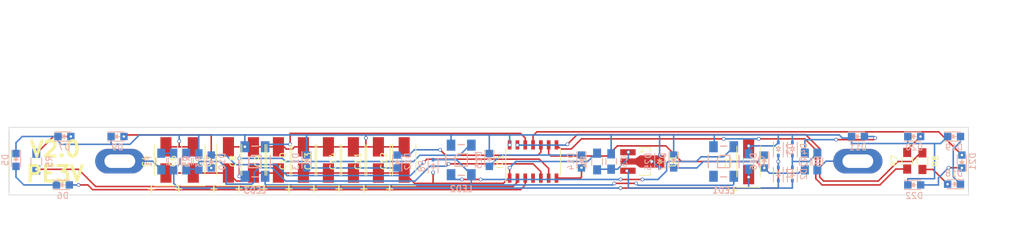
<source format=kicad_pcb>
(kicad_pcb (version 4) (host pcbnew 4.0.4+dfsg1-stable)

  (general
    (links 88)
    (no_connects 0)
    (area 52.393 41.3 222.85 79.700001)
    (thickness 1.6)
    (drawings 40)
    (tracks 390)
    (zones 0)
    (modules 53)
    (nets 36)
  )

  (page A4)
  (layers
    (0 F.Cu signal)
    (31 B.Cu signal)
    (32 B.Adhes user)
    (33 F.Adhes user)
    (34 B.Paste user)
    (35 F.Paste user)
    (36 B.SilkS user)
    (37 F.SilkS user)
    (38 B.Mask user)
    (39 F.Mask user)
    (40 Dwgs.User user)
    (41 Cmts.User user)
    (42 Eco1.User user)
    (43 Eco2.User user)
    (44 Edge.Cuts user)
    (45 Margin user)
    (46 B.CrtYd user)
    (47 F.CrtYd user)
    (48 B.Fab user)
    (49 F.Fab user)
  )

  (setup
    (last_trace_width 0.25)
    (trace_clearance 0.2)
    (zone_clearance 0.508)
    (zone_45_only no)
    (trace_min 0.2)
    (segment_width 0.2)
    (edge_width 0.1)
    (via_size 0.6)
    (via_drill 0.4)
    (via_min_size 0.4)
    (via_min_drill 0.3)
    (uvia_size 0.3)
    (uvia_drill 0.1)
    (uvias_allowed no)
    (uvia_min_size 0.2)
    (uvia_min_drill 0.1)
    (pcb_text_width 0.3)
    (pcb_text_size 1.5 1.5)
    (mod_edge_width 0.15)
    (mod_text_size 1 1)
    (mod_text_width 0.15)
    (pad_size 1.5 1.5)
    (pad_drill 0.6)
    (pad_to_mask_clearance 0)
    (aux_axis_origin 0 0)
    (visible_elements FFFEFF7F)
    (pcbplotparams
      (layerselection 0x010f0_80000001)
      (usegerberextensions false)
      (excludeedgelayer true)
      (linewidth 0.100000)
      (plotframeref false)
      (viasonmask false)
      (mode 1)
      (useauxorigin false)
      (hpglpennumber 1)
      (hpglpenspeed 20)
      (hpglpendiameter 15)
      (hpglpenoverlay 2)
      (psnegative false)
      (psa4output false)
      (plotreference true)
      (plotvalue true)
      (plotinvisibletext false)
      (padsonsilk false)
      (subtractmaskfromsilk false)
      (outputformat 1)
      (mirror false)
      (drillshape 0)
      (scaleselection 1)
      (outputdirectory boardhouse20161211))
  )

  (net 0 "")
  (net 1 GND)
  (net 2 "Net-(C1-Pad1)")
  (net 3 "Net-(C3-Pad1)")
  (net 4 +5V)
  (net 5 /COMMAND)
  (net 6 "Net-(D5-Pad2)")
  (net 7 /LED_A)
  (net 8 "Net-(D7-Pad2)")
  (net 9 /LED_B)
  (net 10 "Net-(D10-Pad1)")
  (net 11 /LED_C)
  (net 12 "Net-(D11-Pad2)")
  (net 13 /LED_D)
  (net 14 "Net-(D12-Pad1)")
  (net 15 /LED_E)
  (net 16 "Net-(D14-Pad1)")
  (net 17 /LED_F)
  (net 18 "Net-(D16-Pad1)")
  (net 19 /LED_G)
  (net 20 /LED_H)
  (net 21 /LED_I)
  (net 22 "Net-(D21-Pad1)")
  (net 23 "Net-(D25-Pad2)")
  (net 24 "Net-(F1-Pad1)")
  (net 25 /RAIL_A)
  (net 26 "Net-(D1-Pad2)")
  (net 27 "Net-(D2-Pad2)")
  (net 28 /RAIL_B)
  (net 29 "Net-(D20-Pad2)")
  (net 30 "Net-(D8-Pad1)")
  (net 31 "Net-(LED1-Pad4)")
  (net 32 "Net-(LED2-Pad4)")
  (net 33 "Net-(D18-Pad2)")
  (net 34 "Net-(D18-Pad1)")
  (net 35 /LED_J)

  (net_class Default "This is the default net class."
    (clearance 0.2)
    (trace_width 0.25)
    (via_dia 0.6)
    (via_drill 0.4)
    (uvia_dia 0.3)
    (uvia_drill 0.1)
    (add_net +5V)
    (add_net /COMMAND)
    (add_net /LED_A)
    (add_net /LED_B)
    (add_net /LED_C)
    (add_net /LED_D)
    (add_net /LED_E)
    (add_net /LED_F)
    (add_net /LED_G)
    (add_net /LED_H)
    (add_net /LED_I)
    (add_net /LED_J)
    (add_net /RAIL_A)
    (add_net /RAIL_B)
    (add_net GND)
    (add_net "Net-(C1-Pad1)")
    (add_net "Net-(C3-Pad1)")
    (add_net "Net-(D1-Pad2)")
    (add_net "Net-(D10-Pad1)")
    (add_net "Net-(D11-Pad2)")
    (add_net "Net-(D12-Pad1)")
    (add_net "Net-(D14-Pad1)")
    (add_net "Net-(D16-Pad1)")
    (add_net "Net-(D18-Pad1)")
    (add_net "Net-(D18-Pad2)")
    (add_net "Net-(D2-Pad2)")
    (add_net "Net-(D20-Pad2)")
    (add_net "Net-(D21-Pad1)")
    (add_net "Net-(D25-Pad2)")
    (add_net "Net-(D5-Pad2)")
    (add_net "Net-(D7-Pad2)")
    (add_net "Net-(D8-Pad1)")
    (add_net "Net-(F1-Pad1)")
    (add_net "Net-(LED1-Pad4)")
    (add_net "Net-(LED2-Pad4)")
  )

  (module Capacitors_SMD:C_0805_HandSoldering (layer B.Cu) (tedit 541A9B8D) (tstamp 584A7DEB)
    (at 174.244 67.056 90)
    (descr "Capacitor SMD 0805, hand soldering")
    (tags "capacitor 0805")
    (path /562BB05D)
    (attr smd)
    (fp_text reference C2 (at 0 2.1 90) (layer B.SilkS)
      (effects (font (size 1 1) (thickness 0.15)) (justify mirror))
    )
    (fp_text value 100n (at 0 -2.1 90) (layer B.Fab)
      (effects (font (size 1 1) (thickness 0.15)) (justify mirror))
    )
    (fp_line (start -2.3 1) (end 2.3 1) (layer B.CrtYd) (width 0.05))
    (fp_line (start -2.3 -1) (end 2.3 -1) (layer B.CrtYd) (width 0.05))
    (fp_line (start -2.3 1) (end -2.3 -1) (layer B.CrtYd) (width 0.05))
    (fp_line (start 2.3 1) (end 2.3 -1) (layer B.CrtYd) (width 0.05))
    (fp_line (start 0.5 0.85) (end -0.5 0.85) (layer B.SilkS) (width 0.15))
    (fp_line (start -0.5 -0.85) (end 0.5 -0.85) (layer B.SilkS) (width 0.15))
    (pad 1 smd rect (at -1.25 0 90) (size 1.5 1.25) (layers B.Cu B.Paste B.Mask)
      (net 2 "Net-(C1-Pad1)"))
    (pad 2 smd rect (at 1.25 0 90) (size 1.5 1.25) (layers B.Cu B.Paste B.Mask)
      (net 1 GND))
    (model Capacitors_SMD.3dshapes/C_0805_HandSoldering.wrl
      (at (xyz 0 0 0))
      (scale (xyz 1 1 1))
      (rotate (xyz 0 0 0))
    )
  )

  (module Capacitors_SMD:C_0805_HandSoldering (layer B.Cu) (tedit 541A9B8D) (tstamp 584A7DF1)
    (at 151.892 67.056 90)
    (descr "Capacitor SMD 0805, hand soldering")
    (tags "capacitor 0805")
    (path /562BB0B2)
    (attr smd)
    (fp_text reference C3 (at 0 2.1 90) (layer B.SilkS)
      (effects (font (size 1 1) (thickness 0.15)) (justify mirror))
    )
    (fp_text value 330n (at 0 -2.1 90) (layer B.Fab)
      (effects (font (size 1 1) (thickness 0.15)) (justify mirror))
    )
    (fp_line (start -2.3 1) (end 2.3 1) (layer B.CrtYd) (width 0.05))
    (fp_line (start -2.3 -1) (end 2.3 -1) (layer B.CrtYd) (width 0.05))
    (fp_line (start -2.3 1) (end -2.3 -1) (layer B.CrtYd) (width 0.05))
    (fp_line (start 2.3 1) (end 2.3 -1) (layer B.CrtYd) (width 0.05))
    (fp_line (start 0.5 0.85) (end -0.5 0.85) (layer B.SilkS) (width 0.15))
    (fp_line (start -0.5 -0.85) (end 0.5 -0.85) (layer B.SilkS) (width 0.15))
    (pad 1 smd rect (at -1.25 0 90) (size 1.5 1.25) (layers B.Cu B.Paste B.Mask)
      (net 3 "Net-(C3-Pad1)"))
    (pad 2 smd rect (at 1.25 0 90) (size 1.5 1.25) (layers B.Cu B.Paste B.Mask)
      (net 1 GND))
    (model Capacitors_SMD.3dshapes/C_0805_HandSoldering.wrl
      (at (xyz 0 0 0))
      (scale (xyz 1 1 1))
      (rotate (xyz 0 0 0))
    )
  )

  (module Capacitors_SMD:C_0805_HandSoldering (layer B.Cu) (tedit 541A9B8D) (tstamp 584A7DFD)
    (at 84.836 67.056 270)
    (descr "Capacitor SMD 0805, hand soldering")
    (tags "capacitor 0805")
    (path /562BD5DB)
    (attr smd)
    (fp_text reference C5 (at 0 2.1 270) (layer B.SilkS)
      (effects (font (size 1 1) (thickness 0.15)) (justify mirror))
    )
    (fp_text value 47p (at 0 -2.1 270) (layer B.Fab)
      (effects (font (size 1 1) (thickness 0.15)) (justify mirror))
    )
    (fp_line (start -2.3 1) (end 2.3 1) (layer B.CrtYd) (width 0.05))
    (fp_line (start -2.3 -1) (end 2.3 -1) (layer B.CrtYd) (width 0.05))
    (fp_line (start -2.3 1) (end -2.3 -1) (layer B.CrtYd) (width 0.05))
    (fp_line (start 2.3 1) (end 2.3 -1) (layer B.CrtYd) (width 0.05))
    (fp_line (start 0.5 0.85) (end -0.5 0.85) (layer B.SilkS) (width 0.15))
    (fp_line (start -0.5 -0.85) (end 0.5 -0.85) (layer B.SilkS) (width 0.15))
    (pad 1 smd rect (at -1.25 0 270) (size 1.5 1.25) (layers B.Cu B.Paste B.Mask)
      (net 1 GND))
    (pad 2 smd rect (at 1.25 0 270) (size 1.5 1.25) (layers B.Cu B.Paste B.Mask)
      (net 5 /COMMAND))
    (model Capacitors_SMD.3dshapes/C_0805_HandSoldering.wrl
      (at (xyz 0 0 0))
      (scale (xyz 1 1 1))
      (rotate (xyz 0 0 0))
    )
  )

  (module LEDs:LED_0805 (layer B.Cu) (tedit 55BDE1C2) (tstamp 584A7E2D)
    (at 55.118 66.802 270)
    (descr "LED 0805 smd package")
    (tags "LED 0805 SMD")
    (path /56537169)
    (attr smd)
    (fp_text reference D5 (at 0 1.75 270) (layer B.SilkS)
      (effects (font (size 1 1) (thickness 0.15)) (justify mirror))
    )
    (fp_text value LED (at 0 -1.75 270) (layer B.Fab)
      (effects (font (size 1 1) (thickness 0.15)) (justify mirror))
    )
    (fp_line (start -0.4 0.3) (end -0.4 -0.3) (layer B.Fab) (width 0.15))
    (fp_line (start -0.3 0) (end 0 0.3) (layer B.Fab) (width 0.15))
    (fp_line (start 0 -0.3) (end -0.3 0) (layer B.Fab) (width 0.15))
    (fp_line (start 0 0.3) (end 0 -0.3) (layer B.Fab) (width 0.15))
    (fp_line (start 1 0.6) (end -1 0.6) (layer B.Fab) (width 0.15))
    (fp_line (start 1 -0.6) (end 1 0.6) (layer B.Fab) (width 0.15))
    (fp_line (start -1 -0.6) (end 1 -0.6) (layer B.Fab) (width 0.15))
    (fp_line (start -1 0.6) (end -1 -0.6) (layer B.Fab) (width 0.15))
    (fp_line (start -1.6 -0.75) (end 1.1 -0.75) (layer B.SilkS) (width 0.15))
    (fp_line (start -1.6 0.75) (end 1.1 0.75) (layer B.SilkS) (width 0.15))
    (fp_line (start -0.1 -0.15) (end -0.1 0.1) (layer B.SilkS) (width 0.15))
    (fp_line (start -0.1 0.1) (end -0.25 -0.05) (layer B.SilkS) (width 0.15))
    (fp_line (start -0.35 0.35) (end -0.35 -0.35) (layer B.SilkS) (width 0.15))
    (fp_line (start 0 0) (end 0.35 0) (layer B.SilkS) (width 0.15))
    (fp_line (start -0.35 0) (end 0 0.35) (layer B.SilkS) (width 0.15))
    (fp_line (start 0 0.35) (end 0 -0.35) (layer B.SilkS) (width 0.15))
    (fp_line (start 0 -0.35) (end -0.35 0) (layer B.SilkS) (width 0.15))
    (fp_line (start 1.9 0.95) (end 1.9 -0.95) (layer B.CrtYd) (width 0.05))
    (fp_line (start 1.9 -0.95) (end -1.9 -0.95) (layer B.CrtYd) (width 0.05))
    (fp_line (start -1.9 -0.95) (end -1.9 0.95) (layer B.CrtYd) (width 0.05))
    (fp_line (start -1.9 0.95) (end 1.9 0.95) (layer B.CrtYd) (width 0.05))
    (pad 2 smd rect (at 1.04902 0 90) (size 1.19888 1.19888) (layers B.Cu B.Paste B.Mask)
      (net 6 "Net-(D5-Pad2)"))
    (pad 1 smd rect (at -1.04902 0 90) (size 1.19888 1.19888) (layers B.Cu B.Paste B.Mask)
      (net 1 GND))
    (model LEDs.3dshapes/LED_0805.wrl
      (at (xyz 0 0 0))
      (scale (xyz 1 1 1))
      (rotate (xyz 0 0 0))
    )
  )

  (module LEDs:LED_0805 (layer B.Cu) (tedit 55BDE1C2) (tstamp 584A7E33)
    (at 62.738 70.866)
    (descr "LED 0805 smd package")
    (tags "LED 0805 SMD")
    (path /5849C860)
    (attr smd)
    (fp_text reference D6 (at 0 1.75) (layer B.SilkS)
      (effects (font (size 1 1) (thickness 0.15)) (justify mirror))
    )
    (fp_text value LED (at 0 -1.75) (layer B.Fab)
      (effects (font (size 1 1) (thickness 0.15)) (justify mirror))
    )
    (fp_line (start -0.4 0.3) (end -0.4 -0.3) (layer B.Fab) (width 0.15))
    (fp_line (start -0.3 0) (end 0 0.3) (layer B.Fab) (width 0.15))
    (fp_line (start 0 -0.3) (end -0.3 0) (layer B.Fab) (width 0.15))
    (fp_line (start 0 0.3) (end 0 -0.3) (layer B.Fab) (width 0.15))
    (fp_line (start 1 0.6) (end -1 0.6) (layer B.Fab) (width 0.15))
    (fp_line (start 1 -0.6) (end 1 0.6) (layer B.Fab) (width 0.15))
    (fp_line (start -1 -0.6) (end 1 -0.6) (layer B.Fab) (width 0.15))
    (fp_line (start -1 0.6) (end -1 -0.6) (layer B.Fab) (width 0.15))
    (fp_line (start -1.6 -0.75) (end 1.1 -0.75) (layer B.SilkS) (width 0.15))
    (fp_line (start -1.6 0.75) (end 1.1 0.75) (layer B.SilkS) (width 0.15))
    (fp_line (start -0.1 -0.15) (end -0.1 0.1) (layer B.SilkS) (width 0.15))
    (fp_line (start -0.1 0.1) (end -0.25 -0.05) (layer B.SilkS) (width 0.15))
    (fp_line (start -0.35 0.35) (end -0.35 -0.35) (layer B.SilkS) (width 0.15))
    (fp_line (start 0 0) (end 0.35 0) (layer B.SilkS) (width 0.15))
    (fp_line (start -0.35 0) (end 0 0.35) (layer B.SilkS) (width 0.15))
    (fp_line (start 0 0.35) (end 0 -0.35) (layer B.SilkS) (width 0.15))
    (fp_line (start 0 -0.35) (end -0.35 0) (layer B.SilkS) (width 0.15))
    (fp_line (start 1.9 0.95) (end 1.9 -0.95) (layer B.CrtYd) (width 0.05))
    (fp_line (start 1.9 -0.95) (end -1.9 -0.95) (layer B.CrtYd) (width 0.05))
    (fp_line (start -1.9 -0.95) (end -1.9 0.95) (layer B.CrtYd) (width 0.05))
    (fp_line (start -1.9 0.95) (end 1.9 0.95) (layer B.CrtYd) (width 0.05))
    (pad 2 smd rect (at 1.04902 0 180) (size 1.19888 1.19888) (layers B.Cu B.Paste B.Mask)
      (net 7 /LED_A))
    (pad 1 smd rect (at -1.04902 0 180) (size 1.19888 1.19888) (layers B.Cu B.Paste B.Mask)
      (net 6 "Net-(D5-Pad2)"))
    (model LEDs.3dshapes/LED_0805.wrl
      (at (xyz 0 0 0))
      (scale (xyz 1 1 1))
      (rotate (xyz 0 0 0))
    )
  )

  (module LEDs:LED_0805 (layer B.Cu) (tedit 55BDE1C2) (tstamp 584A7E39)
    (at 62.992 62.992)
    (descr "LED 0805 smd package")
    (tags "LED 0805 SMD")
    (path /5653716F)
    (attr smd)
    (fp_text reference D7 (at 0 1.75) (layer B.SilkS)
      (effects (font (size 1 1) (thickness 0.15)) (justify mirror))
    )
    (fp_text value LED (at 0 -1.75) (layer B.Fab)
      (effects (font (size 1 1) (thickness 0.15)) (justify mirror))
    )
    (fp_line (start -0.4 0.3) (end -0.4 -0.3) (layer B.Fab) (width 0.15))
    (fp_line (start -0.3 0) (end 0 0.3) (layer B.Fab) (width 0.15))
    (fp_line (start 0 -0.3) (end -0.3 0) (layer B.Fab) (width 0.15))
    (fp_line (start 0 0.3) (end 0 -0.3) (layer B.Fab) (width 0.15))
    (fp_line (start 1 0.6) (end -1 0.6) (layer B.Fab) (width 0.15))
    (fp_line (start 1 -0.6) (end 1 0.6) (layer B.Fab) (width 0.15))
    (fp_line (start -1 -0.6) (end 1 -0.6) (layer B.Fab) (width 0.15))
    (fp_line (start -1 0.6) (end -1 -0.6) (layer B.Fab) (width 0.15))
    (fp_line (start -1.6 -0.75) (end 1.1 -0.75) (layer B.SilkS) (width 0.15))
    (fp_line (start -1.6 0.75) (end 1.1 0.75) (layer B.SilkS) (width 0.15))
    (fp_line (start -0.1 -0.15) (end -0.1 0.1) (layer B.SilkS) (width 0.15))
    (fp_line (start -0.1 0.1) (end -0.25 -0.05) (layer B.SilkS) (width 0.15))
    (fp_line (start -0.35 0.35) (end -0.35 -0.35) (layer B.SilkS) (width 0.15))
    (fp_line (start 0 0) (end 0.35 0) (layer B.SilkS) (width 0.15))
    (fp_line (start -0.35 0) (end 0 0.35) (layer B.SilkS) (width 0.15))
    (fp_line (start 0 0.35) (end 0 -0.35) (layer B.SilkS) (width 0.15))
    (fp_line (start 0 -0.35) (end -0.35 0) (layer B.SilkS) (width 0.15))
    (fp_line (start 1.9 0.95) (end 1.9 -0.95) (layer B.CrtYd) (width 0.05))
    (fp_line (start 1.9 -0.95) (end -1.9 -0.95) (layer B.CrtYd) (width 0.05))
    (fp_line (start -1.9 -0.95) (end -1.9 0.95) (layer B.CrtYd) (width 0.05))
    (fp_line (start -1.9 0.95) (end 1.9 0.95) (layer B.CrtYd) (width 0.05))
    (pad 2 smd rect (at 1.04902 0 180) (size 1.19888 1.19888) (layers B.Cu B.Paste B.Mask)
      (net 8 "Net-(D7-Pad2)"))
    (pad 1 smd rect (at -1.04902 0 180) (size 1.19888 1.19888) (layers B.Cu B.Paste B.Mask)
      (net 1 GND))
    (model LEDs.3dshapes/LED_0805.wrl
      (at (xyz 0 0 0))
      (scale (xyz 1 1 1))
      (rotate (xyz 0 0 0))
    )
  )

  (module LEDs:LED_0805 (layer B.Cu) (tedit 55BDE1C2) (tstamp 584A7E45)
    (at 71.628 62.992)
    (descr "LED 0805 smd package")
    (tags "LED 0805 SMD")
    (path /56537175)
    (attr smd)
    (fp_text reference D9 (at 0 1.75) (layer B.SilkS)
      (effects (font (size 1 1) (thickness 0.15)) (justify mirror))
    )
    (fp_text value LED (at 0 -1.75) (layer B.Fab)
      (effects (font (size 1 1) (thickness 0.15)) (justify mirror))
    )
    (fp_line (start -0.4 0.3) (end -0.4 -0.3) (layer B.Fab) (width 0.15))
    (fp_line (start -0.3 0) (end 0 0.3) (layer B.Fab) (width 0.15))
    (fp_line (start 0 -0.3) (end -0.3 0) (layer B.Fab) (width 0.15))
    (fp_line (start 0 0.3) (end 0 -0.3) (layer B.Fab) (width 0.15))
    (fp_line (start 1 0.6) (end -1 0.6) (layer B.Fab) (width 0.15))
    (fp_line (start 1 -0.6) (end 1 0.6) (layer B.Fab) (width 0.15))
    (fp_line (start -1 -0.6) (end 1 -0.6) (layer B.Fab) (width 0.15))
    (fp_line (start -1 0.6) (end -1 -0.6) (layer B.Fab) (width 0.15))
    (fp_line (start -1.6 -0.75) (end 1.1 -0.75) (layer B.SilkS) (width 0.15))
    (fp_line (start -1.6 0.75) (end 1.1 0.75) (layer B.SilkS) (width 0.15))
    (fp_line (start -0.1 -0.15) (end -0.1 0.1) (layer B.SilkS) (width 0.15))
    (fp_line (start -0.1 0.1) (end -0.25 -0.05) (layer B.SilkS) (width 0.15))
    (fp_line (start -0.35 0.35) (end -0.35 -0.35) (layer B.SilkS) (width 0.15))
    (fp_line (start 0 0) (end 0.35 0) (layer B.SilkS) (width 0.15))
    (fp_line (start -0.35 0) (end 0 0.35) (layer B.SilkS) (width 0.15))
    (fp_line (start 0 0.35) (end 0 -0.35) (layer B.SilkS) (width 0.15))
    (fp_line (start 0 -0.35) (end -0.35 0) (layer B.SilkS) (width 0.15))
    (fp_line (start 1.9 0.95) (end 1.9 -0.95) (layer B.CrtYd) (width 0.05))
    (fp_line (start 1.9 -0.95) (end -1.9 -0.95) (layer B.CrtYd) (width 0.05))
    (fp_line (start -1.9 -0.95) (end -1.9 0.95) (layer B.CrtYd) (width 0.05))
    (fp_line (start -1.9 0.95) (end 1.9 0.95) (layer B.CrtYd) (width 0.05))
    (pad 2 smd rect (at 1.04902 0 180) (size 1.19888 1.19888) (layers B.Cu B.Paste B.Mask)
      (net 10 "Net-(D10-Pad1)"))
    (pad 1 smd rect (at -1.04902 0 180) (size 1.19888 1.19888) (layers B.Cu B.Paste B.Mask)
      (net 1 GND))
    (model LEDs.3dshapes/LED_0805.wrl
      (at (xyz 0 0 0))
      (scale (xyz 1 1 1))
      (rotate (xyz 0 0 0))
    )
  )

  (module LEDs:LED_0805 (layer B.Cu) (tedit 55BDE1C2) (tstamp 584A7E4B)
    (at 86.868 67.056 90)
    (descr "LED 0805 smd package")
    (tags "LED 0805 SMD")
    (path /5849CBE2)
    (attr smd)
    (fp_text reference D10 (at 0 1.75 90) (layer B.SilkS)
      (effects (font (size 1 1) (thickness 0.15)) (justify mirror))
    )
    (fp_text value LED (at 0 -1.75 90) (layer B.Fab)
      (effects (font (size 1 1) (thickness 0.15)) (justify mirror))
    )
    (fp_line (start -0.4 0.3) (end -0.4 -0.3) (layer B.Fab) (width 0.15))
    (fp_line (start -0.3 0) (end 0 0.3) (layer B.Fab) (width 0.15))
    (fp_line (start 0 -0.3) (end -0.3 0) (layer B.Fab) (width 0.15))
    (fp_line (start 0 0.3) (end 0 -0.3) (layer B.Fab) (width 0.15))
    (fp_line (start 1 0.6) (end -1 0.6) (layer B.Fab) (width 0.15))
    (fp_line (start 1 -0.6) (end 1 0.6) (layer B.Fab) (width 0.15))
    (fp_line (start -1 -0.6) (end 1 -0.6) (layer B.Fab) (width 0.15))
    (fp_line (start -1 0.6) (end -1 -0.6) (layer B.Fab) (width 0.15))
    (fp_line (start -1.6 -0.75) (end 1.1 -0.75) (layer B.SilkS) (width 0.15))
    (fp_line (start -1.6 0.75) (end 1.1 0.75) (layer B.SilkS) (width 0.15))
    (fp_line (start -0.1 -0.15) (end -0.1 0.1) (layer B.SilkS) (width 0.15))
    (fp_line (start -0.1 0.1) (end -0.25 -0.05) (layer B.SilkS) (width 0.15))
    (fp_line (start -0.35 0.35) (end -0.35 -0.35) (layer B.SilkS) (width 0.15))
    (fp_line (start 0 0) (end 0.35 0) (layer B.SilkS) (width 0.15))
    (fp_line (start -0.35 0) (end 0 0.35) (layer B.SilkS) (width 0.15))
    (fp_line (start 0 0.35) (end 0 -0.35) (layer B.SilkS) (width 0.15))
    (fp_line (start 0 -0.35) (end -0.35 0) (layer B.SilkS) (width 0.15))
    (fp_line (start 1.9 0.95) (end 1.9 -0.95) (layer B.CrtYd) (width 0.05))
    (fp_line (start 1.9 -0.95) (end -1.9 -0.95) (layer B.CrtYd) (width 0.05))
    (fp_line (start -1.9 -0.95) (end -1.9 0.95) (layer B.CrtYd) (width 0.05))
    (fp_line (start -1.9 0.95) (end 1.9 0.95) (layer B.CrtYd) (width 0.05))
    (pad 2 smd rect (at 1.04902 0 270) (size 1.19888 1.19888) (layers B.Cu B.Paste B.Mask)
      (net 11 /LED_C))
    (pad 1 smd rect (at -1.04902 0 270) (size 1.19888 1.19888) (layers B.Cu B.Paste B.Mask)
      (net 10 "Net-(D10-Pad1)"))
    (model LEDs.3dshapes/LED_0805.wrl
      (at (xyz 0 0 0))
      (scale (xyz 1 1 1))
      (rotate (xyz 0 0 0))
    )
  )

  (module LEDs:LED_0805 (layer B.Cu) (tedit 55BDE1C2) (tstamp 584A7E51)
    (at 192.024 62.992)
    (descr "LED 0805 smd package")
    (tags "LED 0805 SMD")
    (path /5653717B)
    (attr smd)
    (fp_text reference D11 (at 0 1.75) (layer B.SilkS)
      (effects (font (size 1 1) (thickness 0.15)) (justify mirror))
    )
    (fp_text value LED (at 0 -1.75) (layer B.Fab)
      (effects (font (size 1 1) (thickness 0.15)) (justify mirror))
    )
    (fp_line (start -0.4 0.3) (end -0.4 -0.3) (layer B.Fab) (width 0.15))
    (fp_line (start -0.3 0) (end 0 0.3) (layer B.Fab) (width 0.15))
    (fp_line (start 0 -0.3) (end -0.3 0) (layer B.Fab) (width 0.15))
    (fp_line (start 0 0.3) (end 0 -0.3) (layer B.Fab) (width 0.15))
    (fp_line (start 1 0.6) (end -1 0.6) (layer B.Fab) (width 0.15))
    (fp_line (start 1 -0.6) (end 1 0.6) (layer B.Fab) (width 0.15))
    (fp_line (start -1 -0.6) (end 1 -0.6) (layer B.Fab) (width 0.15))
    (fp_line (start -1 0.6) (end -1 -0.6) (layer B.Fab) (width 0.15))
    (fp_line (start -1.6 -0.75) (end 1.1 -0.75) (layer B.SilkS) (width 0.15))
    (fp_line (start -1.6 0.75) (end 1.1 0.75) (layer B.SilkS) (width 0.15))
    (fp_line (start -0.1 -0.15) (end -0.1 0.1) (layer B.SilkS) (width 0.15))
    (fp_line (start -0.1 0.1) (end -0.25 -0.05) (layer B.SilkS) (width 0.15))
    (fp_line (start -0.35 0.35) (end -0.35 -0.35) (layer B.SilkS) (width 0.15))
    (fp_line (start 0 0) (end 0.35 0) (layer B.SilkS) (width 0.15))
    (fp_line (start -0.35 0) (end 0 0.35) (layer B.SilkS) (width 0.15))
    (fp_line (start 0 0.35) (end 0 -0.35) (layer B.SilkS) (width 0.15))
    (fp_line (start 0 -0.35) (end -0.35 0) (layer B.SilkS) (width 0.15))
    (fp_line (start 1.9 0.95) (end 1.9 -0.95) (layer B.CrtYd) (width 0.05))
    (fp_line (start 1.9 -0.95) (end -1.9 -0.95) (layer B.CrtYd) (width 0.05))
    (fp_line (start -1.9 -0.95) (end -1.9 0.95) (layer B.CrtYd) (width 0.05))
    (fp_line (start -1.9 0.95) (end 1.9 0.95) (layer B.CrtYd) (width 0.05))
    (pad 2 smd rect (at 1.04902 0 180) (size 1.19888 1.19888) (layers B.Cu B.Paste B.Mask)
      (net 12 "Net-(D11-Pad2)"))
    (pad 1 smd rect (at -1.04902 0 180) (size 1.19888 1.19888) (layers B.Cu B.Paste B.Mask)
      (net 1 GND))
    (model LEDs.3dshapes/LED_0805.wrl
      (at (xyz 0 0 0))
      (scale (xyz 1 1 1))
      (rotate (xyz 0 0 0))
    )
  )

  (module LEDs:LED_0805 (layer B.Cu) (tedit 55BDE1C2) (tstamp 584A7E57)
    (at 117.094 67.056 90)
    (descr "LED 0805 smd package")
    (tags "LED 0805 SMD")
    (path /5849CFCE)
    (attr smd)
    (fp_text reference D12 (at 0 1.75 90) (layer B.SilkS)
      (effects (font (size 1 1) (thickness 0.15)) (justify mirror))
    )
    (fp_text value LED (at 0 -1.75 90) (layer B.Fab)
      (effects (font (size 1 1) (thickness 0.15)) (justify mirror))
    )
    (fp_line (start -0.4 0.3) (end -0.4 -0.3) (layer B.Fab) (width 0.15))
    (fp_line (start -0.3 0) (end 0 0.3) (layer B.Fab) (width 0.15))
    (fp_line (start 0 -0.3) (end -0.3 0) (layer B.Fab) (width 0.15))
    (fp_line (start 0 0.3) (end 0 -0.3) (layer B.Fab) (width 0.15))
    (fp_line (start 1 0.6) (end -1 0.6) (layer B.Fab) (width 0.15))
    (fp_line (start 1 -0.6) (end 1 0.6) (layer B.Fab) (width 0.15))
    (fp_line (start -1 -0.6) (end 1 -0.6) (layer B.Fab) (width 0.15))
    (fp_line (start -1 0.6) (end -1 -0.6) (layer B.Fab) (width 0.15))
    (fp_line (start -1.6 -0.75) (end 1.1 -0.75) (layer B.SilkS) (width 0.15))
    (fp_line (start -1.6 0.75) (end 1.1 0.75) (layer B.SilkS) (width 0.15))
    (fp_line (start -0.1 -0.15) (end -0.1 0.1) (layer B.SilkS) (width 0.15))
    (fp_line (start -0.1 0.1) (end -0.25 -0.05) (layer B.SilkS) (width 0.15))
    (fp_line (start -0.35 0.35) (end -0.35 -0.35) (layer B.SilkS) (width 0.15))
    (fp_line (start 0 0) (end 0.35 0) (layer B.SilkS) (width 0.15))
    (fp_line (start -0.35 0) (end 0 0.35) (layer B.SilkS) (width 0.15))
    (fp_line (start 0 0.35) (end 0 -0.35) (layer B.SilkS) (width 0.15))
    (fp_line (start 0 -0.35) (end -0.35 0) (layer B.SilkS) (width 0.15))
    (fp_line (start 1.9 0.95) (end 1.9 -0.95) (layer B.CrtYd) (width 0.05))
    (fp_line (start 1.9 -0.95) (end -1.9 -0.95) (layer B.CrtYd) (width 0.05))
    (fp_line (start -1.9 -0.95) (end -1.9 0.95) (layer B.CrtYd) (width 0.05))
    (fp_line (start -1.9 0.95) (end 1.9 0.95) (layer B.CrtYd) (width 0.05))
    (pad 2 smd rect (at 1.04902 0 270) (size 1.19888 1.19888) (layers B.Cu B.Paste B.Mask)
      (net 19 /LED_G))
    (pad 1 smd rect (at -1.04902 0 270) (size 1.19888 1.19888) (layers B.Cu B.Paste B.Mask)
      (net 14 "Net-(D12-Pad1)"))
    (model LEDs.3dshapes/LED_0805.wrl
      (at (xyz 0 0 0))
      (scale (xyz 1 1 1))
      (rotate (xyz 0 0 0))
    )
  )

  (module LEDs:LED_0805 (layer B.Cu) (tedit 55BDE1C2) (tstamp 584A7E5D)
    (at 102.362 67.056 270)
    (descr "LED 0805 smd package")
    (tags "LED 0805 SMD")
    (path /5849CFA1)
    (attr smd)
    (fp_text reference D13 (at 0 1.75 270) (layer B.SilkS)
      (effects (font (size 1 1) (thickness 0.15)) (justify mirror))
    )
    (fp_text value LED (at 0 -1.75 270) (layer B.Fab)
      (effects (font (size 1 1) (thickness 0.15)) (justify mirror))
    )
    (fp_line (start -0.4 0.3) (end -0.4 -0.3) (layer B.Fab) (width 0.15))
    (fp_line (start -0.3 0) (end 0 0.3) (layer B.Fab) (width 0.15))
    (fp_line (start 0 -0.3) (end -0.3 0) (layer B.Fab) (width 0.15))
    (fp_line (start 0 0.3) (end 0 -0.3) (layer B.Fab) (width 0.15))
    (fp_line (start 1 0.6) (end -1 0.6) (layer B.Fab) (width 0.15))
    (fp_line (start 1 -0.6) (end 1 0.6) (layer B.Fab) (width 0.15))
    (fp_line (start -1 -0.6) (end 1 -0.6) (layer B.Fab) (width 0.15))
    (fp_line (start -1 0.6) (end -1 -0.6) (layer B.Fab) (width 0.15))
    (fp_line (start -1.6 -0.75) (end 1.1 -0.75) (layer B.SilkS) (width 0.15))
    (fp_line (start -1.6 0.75) (end 1.1 0.75) (layer B.SilkS) (width 0.15))
    (fp_line (start -0.1 -0.15) (end -0.1 0.1) (layer B.SilkS) (width 0.15))
    (fp_line (start -0.1 0.1) (end -0.25 -0.05) (layer B.SilkS) (width 0.15))
    (fp_line (start -0.35 0.35) (end -0.35 -0.35) (layer B.SilkS) (width 0.15))
    (fp_line (start 0 0) (end 0.35 0) (layer B.SilkS) (width 0.15))
    (fp_line (start -0.35 0) (end 0 0.35) (layer B.SilkS) (width 0.15))
    (fp_line (start 0 0.35) (end 0 -0.35) (layer B.SilkS) (width 0.15))
    (fp_line (start 0 -0.35) (end -0.35 0) (layer B.SilkS) (width 0.15))
    (fp_line (start 1.9 0.95) (end 1.9 -0.95) (layer B.CrtYd) (width 0.05))
    (fp_line (start 1.9 -0.95) (end -1.9 -0.95) (layer B.CrtYd) (width 0.05))
    (fp_line (start -1.9 -0.95) (end -1.9 0.95) (layer B.CrtYd) (width 0.05))
    (fp_line (start -1.9 0.95) (end 1.9 0.95) (layer B.CrtYd) (width 0.05))
    (pad 2 smd rect (at 1.04902 0 90) (size 1.19888 1.19888) (layers B.Cu B.Paste B.Mask)
      (net 14 "Net-(D12-Pad1)"))
    (pad 1 smd rect (at -1.04902 0 90) (size 1.19888 1.19888) (layers B.Cu B.Paste B.Mask)
      (net 1 GND))
    (model LEDs.3dshapes/LED_0805.wrl
      (at (xyz 0 0 0))
      (scale (xyz 1 1 1))
      (rotate (xyz 0 0 0))
    )
  )

  (module LEDs:LED_0805 (layer B.Cu) (tedit 55BDE1C2) (tstamp 584A7E63)
    (at 147.066 67.056 270)
    (descr "LED 0805 smd package")
    (tags "LED 0805 SMD")
    (path /5849CFD4)
    (attr smd)
    (fp_text reference D14 (at 0 1.75 270) (layer B.SilkS)
      (effects (font (size 1 1) (thickness 0.15)) (justify mirror))
    )
    (fp_text value LED (at 0 -1.75 270) (layer B.Fab)
      (effects (font (size 1 1) (thickness 0.15)) (justify mirror))
    )
    (fp_line (start -0.4 0.3) (end -0.4 -0.3) (layer B.Fab) (width 0.15))
    (fp_line (start -0.3 0) (end 0 0.3) (layer B.Fab) (width 0.15))
    (fp_line (start 0 -0.3) (end -0.3 0) (layer B.Fab) (width 0.15))
    (fp_line (start 0 0.3) (end 0 -0.3) (layer B.Fab) (width 0.15))
    (fp_line (start 1 0.6) (end -1 0.6) (layer B.Fab) (width 0.15))
    (fp_line (start 1 -0.6) (end 1 0.6) (layer B.Fab) (width 0.15))
    (fp_line (start -1 -0.6) (end 1 -0.6) (layer B.Fab) (width 0.15))
    (fp_line (start -1 0.6) (end -1 -0.6) (layer B.Fab) (width 0.15))
    (fp_line (start -1.6 -0.75) (end 1.1 -0.75) (layer B.SilkS) (width 0.15))
    (fp_line (start -1.6 0.75) (end 1.1 0.75) (layer B.SilkS) (width 0.15))
    (fp_line (start -0.1 -0.15) (end -0.1 0.1) (layer B.SilkS) (width 0.15))
    (fp_line (start -0.1 0.1) (end -0.25 -0.05) (layer B.SilkS) (width 0.15))
    (fp_line (start -0.35 0.35) (end -0.35 -0.35) (layer B.SilkS) (width 0.15))
    (fp_line (start 0 0) (end 0.35 0) (layer B.SilkS) (width 0.15))
    (fp_line (start -0.35 0) (end 0 0.35) (layer B.SilkS) (width 0.15))
    (fp_line (start 0 0.35) (end 0 -0.35) (layer B.SilkS) (width 0.15))
    (fp_line (start 0 -0.35) (end -0.35 0) (layer B.SilkS) (width 0.15))
    (fp_line (start 1.9 0.95) (end 1.9 -0.95) (layer B.CrtYd) (width 0.05))
    (fp_line (start 1.9 -0.95) (end -1.9 -0.95) (layer B.CrtYd) (width 0.05))
    (fp_line (start -1.9 -0.95) (end -1.9 0.95) (layer B.CrtYd) (width 0.05))
    (fp_line (start -1.9 0.95) (end 1.9 0.95) (layer B.CrtYd) (width 0.05))
    (pad 2 smd rect (at 1.04902 0 90) (size 1.19888 1.19888) (layers B.Cu B.Paste B.Mask)
      (net 13 /LED_D))
    (pad 1 smd rect (at -1.04902 0 90) (size 1.19888 1.19888) (layers B.Cu B.Paste B.Mask)
      (net 16 "Net-(D14-Pad1)"))
    (model LEDs.3dshapes/LED_0805.wrl
      (at (xyz 0 0 0))
      (scale (xyz 1 1 1))
      (rotate (xyz 0 0 0))
    )
  )

  (module LEDs:LED_0805 (layer B.Cu) (tedit 55BDE1C2) (tstamp 584A7E69)
    (at 132.08 66.802 270)
    (descr "LED 0805 smd package")
    (tags "LED 0805 SMD")
    (path /5849CFA7)
    (attr smd)
    (fp_text reference D15 (at 0 1.75 270) (layer B.SilkS)
      (effects (font (size 1 1) (thickness 0.15)) (justify mirror))
    )
    (fp_text value LED (at 0 -1.75 270) (layer B.Fab)
      (effects (font (size 1 1) (thickness 0.15)) (justify mirror))
    )
    (fp_line (start -0.4 0.3) (end -0.4 -0.3) (layer B.Fab) (width 0.15))
    (fp_line (start -0.3 0) (end 0 0.3) (layer B.Fab) (width 0.15))
    (fp_line (start 0 -0.3) (end -0.3 0) (layer B.Fab) (width 0.15))
    (fp_line (start 0 0.3) (end 0 -0.3) (layer B.Fab) (width 0.15))
    (fp_line (start 1 0.6) (end -1 0.6) (layer B.Fab) (width 0.15))
    (fp_line (start 1 -0.6) (end 1 0.6) (layer B.Fab) (width 0.15))
    (fp_line (start -1 -0.6) (end 1 -0.6) (layer B.Fab) (width 0.15))
    (fp_line (start -1 0.6) (end -1 -0.6) (layer B.Fab) (width 0.15))
    (fp_line (start -1.6 -0.75) (end 1.1 -0.75) (layer B.SilkS) (width 0.15))
    (fp_line (start -1.6 0.75) (end 1.1 0.75) (layer B.SilkS) (width 0.15))
    (fp_line (start -0.1 -0.15) (end -0.1 0.1) (layer B.SilkS) (width 0.15))
    (fp_line (start -0.1 0.1) (end -0.25 -0.05) (layer B.SilkS) (width 0.15))
    (fp_line (start -0.35 0.35) (end -0.35 -0.35) (layer B.SilkS) (width 0.15))
    (fp_line (start 0 0) (end 0.35 0) (layer B.SilkS) (width 0.15))
    (fp_line (start -0.35 0) (end 0 0.35) (layer B.SilkS) (width 0.15))
    (fp_line (start 0 0.35) (end 0 -0.35) (layer B.SilkS) (width 0.15))
    (fp_line (start 0 -0.35) (end -0.35 0) (layer B.SilkS) (width 0.15))
    (fp_line (start 1.9 0.95) (end 1.9 -0.95) (layer B.CrtYd) (width 0.05))
    (fp_line (start 1.9 -0.95) (end -1.9 -0.95) (layer B.CrtYd) (width 0.05))
    (fp_line (start -1.9 -0.95) (end -1.9 0.95) (layer B.CrtYd) (width 0.05))
    (fp_line (start -1.9 0.95) (end 1.9 0.95) (layer B.CrtYd) (width 0.05))
    (pad 2 smd rect (at 1.04902 0 90) (size 1.19888 1.19888) (layers B.Cu B.Paste B.Mask)
      (net 16 "Net-(D14-Pad1)"))
    (pad 1 smd rect (at -1.04902 0 90) (size 1.19888 1.19888) (layers B.Cu B.Paste B.Mask)
      (net 1 GND))
    (model LEDs.3dshapes/LED_0805.wrl
      (at (xyz 0 0 0))
      (scale (xyz 1 1 1))
      (rotate (xyz 0 0 0))
    )
  )

  (module LEDs:LED_0805 (layer B.Cu) (tedit 55BDE1C2) (tstamp 584A7E6F)
    (at 176.784 67.056 270)
    (descr "LED 0805 smd package")
    (tags "LED 0805 SMD")
    (path /5849CFDA)
    (attr smd)
    (fp_text reference D16 (at 0 1.75 270) (layer B.SilkS)
      (effects (font (size 1 1) (thickness 0.15)) (justify mirror))
    )
    (fp_text value LED (at 0 -1.75 270) (layer B.Fab)
      (effects (font (size 1 1) (thickness 0.15)) (justify mirror))
    )
    (fp_line (start -0.4 0.3) (end -0.4 -0.3) (layer B.Fab) (width 0.15))
    (fp_line (start -0.3 0) (end 0 0.3) (layer B.Fab) (width 0.15))
    (fp_line (start 0 -0.3) (end -0.3 0) (layer B.Fab) (width 0.15))
    (fp_line (start 0 0.3) (end 0 -0.3) (layer B.Fab) (width 0.15))
    (fp_line (start 1 0.6) (end -1 0.6) (layer B.Fab) (width 0.15))
    (fp_line (start 1 -0.6) (end 1 0.6) (layer B.Fab) (width 0.15))
    (fp_line (start -1 -0.6) (end 1 -0.6) (layer B.Fab) (width 0.15))
    (fp_line (start -1 0.6) (end -1 -0.6) (layer B.Fab) (width 0.15))
    (fp_line (start -1.6 -0.75) (end 1.1 -0.75) (layer B.SilkS) (width 0.15))
    (fp_line (start -1.6 0.75) (end 1.1 0.75) (layer B.SilkS) (width 0.15))
    (fp_line (start -0.1 -0.15) (end -0.1 0.1) (layer B.SilkS) (width 0.15))
    (fp_line (start -0.1 0.1) (end -0.25 -0.05) (layer B.SilkS) (width 0.15))
    (fp_line (start -0.35 0.35) (end -0.35 -0.35) (layer B.SilkS) (width 0.15))
    (fp_line (start 0 0) (end 0.35 0) (layer B.SilkS) (width 0.15))
    (fp_line (start -0.35 0) (end 0 0.35) (layer B.SilkS) (width 0.15))
    (fp_line (start 0 0.35) (end 0 -0.35) (layer B.SilkS) (width 0.15))
    (fp_line (start 0 -0.35) (end -0.35 0) (layer B.SilkS) (width 0.15))
    (fp_line (start 1.9 0.95) (end 1.9 -0.95) (layer B.CrtYd) (width 0.05))
    (fp_line (start 1.9 -0.95) (end -1.9 -0.95) (layer B.CrtYd) (width 0.05))
    (fp_line (start -1.9 -0.95) (end -1.9 0.95) (layer B.CrtYd) (width 0.05))
    (fp_line (start -1.9 0.95) (end 1.9 0.95) (layer B.CrtYd) (width 0.05))
    (pad 2 smd rect (at 1.04902 0 90) (size 1.19888 1.19888) (layers B.Cu B.Paste B.Mask)
      (net 17 /LED_F))
    (pad 1 smd rect (at -1.04902 0 90) (size 1.19888 1.19888) (layers B.Cu B.Paste B.Mask)
      (net 18 "Net-(D16-Pad1)"))
    (model LEDs.3dshapes/LED_0805.wrl
      (at (xyz 0 0 0))
      (scale (xyz 1 1 1))
      (rotate (xyz 0 0 0))
    )
  )

  (module LEDs:LED_0805 (layer B.Cu) (tedit 55BDE1C2) (tstamp 584A7E75)
    (at 162.052 67.056 270)
    (descr "LED 0805 smd package")
    (tags "LED 0805 SMD")
    (path /5849CFAD)
    (attr smd)
    (fp_text reference D17 (at 0 1.75 270) (layer B.SilkS)
      (effects (font (size 1 1) (thickness 0.15)) (justify mirror))
    )
    (fp_text value LED (at 0 -1.75 270) (layer B.Fab)
      (effects (font (size 1 1) (thickness 0.15)) (justify mirror))
    )
    (fp_line (start -0.4 0.3) (end -0.4 -0.3) (layer B.Fab) (width 0.15))
    (fp_line (start -0.3 0) (end 0 0.3) (layer B.Fab) (width 0.15))
    (fp_line (start 0 -0.3) (end -0.3 0) (layer B.Fab) (width 0.15))
    (fp_line (start 0 0.3) (end 0 -0.3) (layer B.Fab) (width 0.15))
    (fp_line (start 1 0.6) (end -1 0.6) (layer B.Fab) (width 0.15))
    (fp_line (start 1 -0.6) (end 1 0.6) (layer B.Fab) (width 0.15))
    (fp_line (start -1 -0.6) (end 1 -0.6) (layer B.Fab) (width 0.15))
    (fp_line (start -1 0.6) (end -1 -0.6) (layer B.Fab) (width 0.15))
    (fp_line (start -1.6 -0.75) (end 1.1 -0.75) (layer B.SilkS) (width 0.15))
    (fp_line (start -1.6 0.75) (end 1.1 0.75) (layer B.SilkS) (width 0.15))
    (fp_line (start -0.1 -0.15) (end -0.1 0.1) (layer B.SilkS) (width 0.15))
    (fp_line (start -0.1 0.1) (end -0.25 -0.05) (layer B.SilkS) (width 0.15))
    (fp_line (start -0.35 0.35) (end -0.35 -0.35) (layer B.SilkS) (width 0.15))
    (fp_line (start 0 0) (end 0.35 0) (layer B.SilkS) (width 0.15))
    (fp_line (start -0.35 0) (end 0 0.35) (layer B.SilkS) (width 0.15))
    (fp_line (start 0 0.35) (end 0 -0.35) (layer B.SilkS) (width 0.15))
    (fp_line (start 0 -0.35) (end -0.35 0) (layer B.SilkS) (width 0.15))
    (fp_line (start 1.9 0.95) (end 1.9 -0.95) (layer B.CrtYd) (width 0.05))
    (fp_line (start 1.9 -0.95) (end -1.9 -0.95) (layer B.CrtYd) (width 0.05))
    (fp_line (start -1.9 -0.95) (end -1.9 0.95) (layer B.CrtYd) (width 0.05))
    (fp_line (start -1.9 0.95) (end 1.9 0.95) (layer B.CrtYd) (width 0.05))
    (pad 2 smd rect (at 1.04902 0 90) (size 1.19888 1.19888) (layers B.Cu B.Paste B.Mask)
      (net 18 "Net-(D16-Pad1)"))
    (pad 1 smd rect (at -1.04902 0 90) (size 1.19888 1.19888) (layers B.Cu B.Paste B.Mask)
      (net 1 GND))
    (model LEDs.3dshapes/LED_0805.wrl
      (at (xyz 0 0 0))
      (scale (xyz 1 1 1))
      (rotate (xyz 0 0 0))
    )
  )

  (module LEDs:LED_0805 (layer B.Cu) (tedit 55BDE1C2) (tstamp 584A7E87)
    (at 201.168 62.992)
    (descr "LED 0805 smd package")
    (tags "LED 0805 SMD")
    (path /584A831D)
    (attr smd)
    (fp_text reference D20 (at 0 1.75) (layer B.SilkS)
      (effects (font (size 1 1) (thickness 0.15)) (justify mirror))
    )
    (fp_text value LED (at 0 -1.75) (layer B.Fab)
      (effects (font (size 1 1) (thickness 0.15)) (justify mirror))
    )
    (fp_line (start -0.4 0.3) (end -0.4 -0.3) (layer B.Fab) (width 0.15))
    (fp_line (start -0.3 0) (end 0 0.3) (layer B.Fab) (width 0.15))
    (fp_line (start 0 -0.3) (end -0.3 0) (layer B.Fab) (width 0.15))
    (fp_line (start 0 0.3) (end 0 -0.3) (layer B.Fab) (width 0.15))
    (fp_line (start 1 0.6) (end -1 0.6) (layer B.Fab) (width 0.15))
    (fp_line (start 1 -0.6) (end 1 0.6) (layer B.Fab) (width 0.15))
    (fp_line (start -1 -0.6) (end 1 -0.6) (layer B.Fab) (width 0.15))
    (fp_line (start -1 0.6) (end -1 -0.6) (layer B.Fab) (width 0.15))
    (fp_line (start -1.6 -0.75) (end 1.1 -0.75) (layer B.SilkS) (width 0.15))
    (fp_line (start -1.6 0.75) (end 1.1 0.75) (layer B.SilkS) (width 0.15))
    (fp_line (start -0.1 -0.15) (end -0.1 0.1) (layer B.SilkS) (width 0.15))
    (fp_line (start -0.1 0.1) (end -0.25 -0.05) (layer B.SilkS) (width 0.15))
    (fp_line (start -0.35 0.35) (end -0.35 -0.35) (layer B.SilkS) (width 0.15))
    (fp_line (start 0 0) (end 0.35 0) (layer B.SilkS) (width 0.15))
    (fp_line (start -0.35 0) (end 0 0.35) (layer B.SilkS) (width 0.15))
    (fp_line (start 0 0.35) (end 0 -0.35) (layer B.SilkS) (width 0.15))
    (fp_line (start 0 -0.35) (end -0.35 0) (layer B.SilkS) (width 0.15))
    (fp_line (start 1.9 0.95) (end 1.9 -0.95) (layer B.CrtYd) (width 0.05))
    (fp_line (start 1.9 -0.95) (end -1.9 -0.95) (layer B.CrtYd) (width 0.05))
    (fp_line (start -1.9 -0.95) (end -1.9 0.95) (layer B.CrtYd) (width 0.05))
    (fp_line (start -1.9 0.95) (end 1.9 0.95) (layer B.CrtYd) (width 0.05))
    (pad 2 smd rect (at 1.04902 0 180) (size 1.19888 1.19888) (layers B.Cu B.Paste B.Mask)
      (net 29 "Net-(D20-Pad2)"))
    (pad 1 smd rect (at -1.04902 0 180) (size 1.19888 1.19888) (layers B.Cu B.Paste B.Mask)
      (net 1 GND))
    (model LEDs.3dshapes/LED_0805.wrl
      (at (xyz 0 0 0))
      (scale (xyz 1 1 1))
      (rotate (xyz 0 0 0))
    )
  )

  (module LEDs:LED_0805 (layer B.Cu) (tedit 55BDE1C2) (tstamp 584A7E8D)
    (at 208.915 67.056 90)
    (descr "LED 0805 smd package")
    (tags "LED 0805 SMD")
    (path /584A8341)
    (attr smd)
    (fp_text reference D21 (at 0 1.75 90) (layer B.SilkS)
      (effects (font (size 1 1) (thickness 0.15)) (justify mirror))
    )
    (fp_text value LED (at 0 -1.75 90) (layer B.Fab)
      (effects (font (size 1 1) (thickness 0.15)) (justify mirror))
    )
    (fp_line (start -0.4 0.3) (end -0.4 -0.3) (layer B.Fab) (width 0.15))
    (fp_line (start -0.3 0) (end 0 0.3) (layer B.Fab) (width 0.15))
    (fp_line (start 0 -0.3) (end -0.3 0) (layer B.Fab) (width 0.15))
    (fp_line (start 0 0.3) (end 0 -0.3) (layer B.Fab) (width 0.15))
    (fp_line (start 1 0.6) (end -1 0.6) (layer B.Fab) (width 0.15))
    (fp_line (start 1 -0.6) (end 1 0.6) (layer B.Fab) (width 0.15))
    (fp_line (start -1 -0.6) (end 1 -0.6) (layer B.Fab) (width 0.15))
    (fp_line (start -1 0.6) (end -1 -0.6) (layer B.Fab) (width 0.15))
    (fp_line (start -1.6 -0.75) (end 1.1 -0.75) (layer B.SilkS) (width 0.15))
    (fp_line (start -1.6 0.75) (end 1.1 0.75) (layer B.SilkS) (width 0.15))
    (fp_line (start -0.1 -0.15) (end -0.1 0.1) (layer B.SilkS) (width 0.15))
    (fp_line (start -0.1 0.1) (end -0.25 -0.05) (layer B.SilkS) (width 0.15))
    (fp_line (start -0.35 0.35) (end -0.35 -0.35) (layer B.SilkS) (width 0.15))
    (fp_line (start 0 0) (end 0.35 0) (layer B.SilkS) (width 0.15))
    (fp_line (start -0.35 0) (end 0 0.35) (layer B.SilkS) (width 0.15))
    (fp_line (start 0 0.35) (end 0 -0.35) (layer B.SilkS) (width 0.15))
    (fp_line (start 0 -0.35) (end -0.35 0) (layer B.SilkS) (width 0.15))
    (fp_line (start 1.9 0.95) (end 1.9 -0.95) (layer B.CrtYd) (width 0.05))
    (fp_line (start 1.9 -0.95) (end -1.9 -0.95) (layer B.CrtYd) (width 0.05))
    (fp_line (start -1.9 -0.95) (end -1.9 0.95) (layer B.CrtYd) (width 0.05))
    (fp_line (start -1.9 0.95) (end 1.9 0.95) (layer B.CrtYd) (width 0.05))
    (pad 2 smd rect (at 1.04902 0 270) (size 1.19888 1.19888) (layers B.Cu B.Paste B.Mask)
      (net 20 /LED_H))
    (pad 1 smd rect (at -1.04902 0 270) (size 1.19888 1.19888) (layers B.Cu B.Paste B.Mask)
      (net 22 "Net-(D21-Pad1)"))
    (model LEDs.3dshapes/LED_0805.wrl
      (at (xyz 0 0 0))
      (scale (xyz 1 1 1))
      (rotate (xyz 0 0 0))
    )
  )

  (module LEDs:LED_0805 (layer B.Cu) (tedit 55BDE1C2) (tstamp 584A7E93)
    (at 201.168 70.866)
    (descr "LED 0805 smd package")
    (tags "LED 0805 SMD")
    (path /584A8323)
    (attr smd)
    (fp_text reference D22 (at 0 1.75) (layer B.SilkS)
      (effects (font (size 1 1) (thickness 0.15)) (justify mirror))
    )
    (fp_text value LED (at 0 -1.75) (layer B.Fab)
      (effects (font (size 1 1) (thickness 0.15)) (justify mirror))
    )
    (fp_line (start -0.4 0.3) (end -0.4 -0.3) (layer B.Fab) (width 0.15))
    (fp_line (start -0.3 0) (end 0 0.3) (layer B.Fab) (width 0.15))
    (fp_line (start 0 -0.3) (end -0.3 0) (layer B.Fab) (width 0.15))
    (fp_line (start 0 0.3) (end 0 -0.3) (layer B.Fab) (width 0.15))
    (fp_line (start 1 0.6) (end -1 0.6) (layer B.Fab) (width 0.15))
    (fp_line (start 1 -0.6) (end 1 0.6) (layer B.Fab) (width 0.15))
    (fp_line (start -1 -0.6) (end 1 -0.6) (layer B.Fab) (width 0.15))
    (fp_line (start -1 0.6) (end -1 -0.6) (layer B.Fab) (width 0.15))
    (fp_line (start -1.6 -0.75) (end 1.1 -0.75) (layer B.SilkS) (width 0.15))
    (fp_line (start -1.6 0.75) (end 1.1 0.75) (layer B.SilkS) (width 0.15))
    (fp_line (start -0.1 -0.15) (end -0.1 0.1) (layer B.SilkS) (width 0.15))
    (fp_line (start -0.1 0.1) (end -0.25 -0.05) (layer B.SilkS) (width 0.15))
    (fp_line (start -0.35 0.35) (end -0.35 -0.35) (layer B.SilkS) (width 0.15))
    (fp_line (start 0 0) (end 0.35 0) (layer B.SilkS) (width 0.15))
    (fp_line (start -0.35 0) (end 0 0.35) (layer B.SilkS) (width 0.15))
    (fp_line (start 0 0.35) (end 0 -0.35) (layer B.SilkS) (width 0.15))
    (fp_line (start 0 -0.35) (end -0.35 0) (layer B.SilkS) (width 0.15))
    (fp_line (start 1.9 0.95) (end 1.9 -0.95) (layer B.CrtYd) (width 0.05))
    (fp_line (start 1.9 -0.95) (end -1.9 -0.95) (layer B.CrtYd) (width 0.05))
    (fp_line (start -1.9 -0.95) (end -1.9 0.95) (layer B.CrtYd) (width 0.05))
    (fp_line (start -1.9 0.95) (end 1.9 0.95) (layer B.CrtYd) (width 0.05))
    (pad 2 smd rect (at 1.04902 0 180) (size 1.19888 1.19888) (layers B.Cu B.Paste B.Mask)
      (net 22 "Net-(D21-Pad1)"))
    (pad 1 smd rect (at -1.04902 0 180) (size 1.19888 1.19888) (layers B.Cu B.Paste B.Mask)
      (net 1 GND))
    (model LEDs.3dshapes/LED_0805.wrl
      (at (xyz 0 0 0))
      (scale (xyz 1 1 1))
      (rotate (xyz 0 0 0))
    )
  )

  (module Diodes_SMD:SOD-323 (layer B.Cu) (tedit 5530FC5E) (tstamp 584A7EA5)
    (at 159.766 67.056 270)
    (descr SOD-323)
    (tags SOD-323)
    (path /5849BB17)
    (attr smd)
    (fp_text reference D25 (at 0 1.85 270) (layer B.SilkS)
      (effects (font (size 1 1) (thickness 0.15)) (justify mirror))
    )
    (fp_text value D (at 0.1 -1.9 270) (layer B.Fab)
      (effects (font (size 1 1) (thickness 0.15)) (justify mirror))
    )
    (fp_line (start 0.25 0) (end 0.5 0) (layer B.SilkS) (width 0.15))
    (fp_line (start -0.25 0) (end -0.5 0) (layer B.SilkS) (width 0.15))
    (fp_line (start -0.25 0) (end 0.25 0.35) (layer B.SilkS) (width 0.15))
    (fp_line (start 0.25 0.35) (end 0.25 -0.35) (layer B.SilkS) (width 0.15))
    (fp_line (start 0.25 -0.35) (end -0.25 0) (layer B.SilkS) (width 0.15))
    (fp_line (start -0.25 0.35) (end -0.25 -0.35) (layer B.SilkS) (width 0.15))
    (fp_line (start -1.5 0.95) (end 1.5 0.95) (layer B.CrtYd) (width 0.05))
    (fp_line (start 1.5 0.95) (end 1.5 -0.95) (layer B.CrtYd) (width 0.05))
    (fp_line (start -1.5 -0.95) (end 1.5 -0.95) (layer B.CrtYd) (width 0.05))
    (fp_line (start -1.5 0.95) (end -1.5 -0.95) (layer B.CrtYd) (width 0.05))
    (fp_line (start -1.3 -0.8) (end 1.1 -0.8) (layer B.SilkS) (width 0.15))
    (fp_line (start -1.3 0.8) (end 1.1 0.8) (layer B.SilkS) (width 0.15))
    (pad 1 smd rect (at -1.055 0 270) (size 0.59 0.45) (layers B.Cu B.Paste B.Mask)
      (net 1 GND))
    (pad 2 smd rect (at 1.055 0 270) (size 0.59 0.45) (layers B.Cu B.Paste B.Mask)
      (net 23 "Net-(D25-Pad2)"))
    (model Diodes_SMD.3dshapes/SOD-323.wrl
      (at (xyz 0 0 0))
      (scale (xyz 1 1 1))
      (rotate (xyz 0 0 180))
    )
  )

  (module Resistors_SMD:R_0805_HandSoldering (layer B.Cu) (tedit 54189DEE) (tstamp 584A7EAB)
    (at 78.74 67.056 270)
    (descr "Resistor SMD 0805, hand soldering")
    (tags "resistor 0805")
    (path /5650BC0A)
    (attr smd)
    (fp_text reference F1 (at 0 2.1 270) (layer B.SilkS)
      (effects (font (size 1 1) (thickness 0.15)) (justify mirror))
    )
    (fp_text value F_Small (at 0 -2.1 270) (layer B.Fab)
      (effects (font (size 1 1) (thickness 0.15)) (justify mirror))
    )
    (fp_line (start -2.4 1) (end 2.4 1) (layer B.CrtYd) (width 0.05))
    (fp_line (start -2.4 -1) (end 2.4 -1) (layer B.CrtYd) (width 0.05))
    (fp_line (start -2.4 1) (end -2.4 -1) (layer B.CrtYd) (width 0.05))
    (fp_line (start 2.4 1) (end 2.4 -1) (layer B.CrtYd) (width 0.05))
    (fp_line (start 0.6 -0.875) (end -0.6 -0.875) (layer B.SilkS) (width 0.15))
    (fp_line (start -0.6 0.875) (end 0.6 0.875) (layer B.SilkS) (width 0.15))
    (pad 1 smd rect (at -1.35 0 270) (size 1.5 1.3) (layers B.Cu B.Paste B.Mask)
      (net 24 "Net-(F1-Pad1)"))
    (pad 2 smd rect (at 1.35 0 270) (size 1.5 1.3) (layers B.Cu B.Paste B.Mask)
      (net 25 /RAIL_A))
    (model Resistors_SMD.3dshapes/R_0805_HandSoldering.wrl
      (at (xyz 0 0 0))
      (scale (xyz 1 1 1))
      (rotate (xyz 0 0 0))
    )
  )

  (module Housings_SOIC:SOIC-14_3.9x8.7mm_Pitch1.27mm (layer F.Cu) (tedit 574D9791) (tstamp 584A7EBD)
    (at 139.192 67.056 90)
    (descr "14-Lead Plastic Small Outline (SL) - Narrow, 3.90 mm Body [SOIC] (see Microchip Packaging Specification 00000049BS.pdf)")
    (tags "SOIC 1.27")
    (path /584A7071)
    (attr smd)
    (fp_text reference IC1 (at 0 -5.375 90) (layer F.SilkS)
      (effects (font (size 1 1) (thickness 0.15)))
    )
    (fp_text value ATTINY84-S (at 0 5.375 90) (layer F.Fab)
      (effects (font (size 1 1) (thickness 0.15)))
    )
    (fp_circle (center -1.25 -3.75) (end -1.5 -3.75) (layer F.Fab) (width 0.15))
    (fp_line (start -1.95 -4.35) (end -1.95 4.35) (layer F.Fab) (width 0.15))
    (fp_line (start 1.95 -4.35) (end -1.95 -4.35) (layer F.Fab) (width 0.15))
    (fp_line (start 1.95 4.35) (end 1.95 -4.35) (layer F.Fab) (width 0.15))
    (fp_line (start -1.95 4.35) (end 1.95 4.35) (layer F.Fab) (width 0.15))
    (fp_line (start -3.7 -4.65) (end -3.7 4.65) (layer F.CrtYd) (width 0.05))
    (fp_line (start 3.7 -4.65) (end 3.7 4.65) (layer F.CrtYd) (width 0.05))
    (fp_line (start -3.7 -4.65) (end 3.7 -4.65) (layer F.CrtYd) (width 0.05))
    (fp_line (start -3.7 4.65) (end 3.7 4.65) (layer F.CrtYd) (width 0.05))
    (fp_line (start -2.075 -4.45) (end -2.075 -4.425) (layer F.SilkS) (width 0.15))
    (fp_line (start 2.075 -4.45) (end 2.075 -4.335) (layer F.SilkS) (width 0.15))
    (fp_line (start 2.075 4.45) (end 2.075 4.335) (layer F.SilkS) (width 0.15))
    (fp_line (start -2.075 4.45) (end -2.075 4.335) (layer F.SilkS) (width 0.15))
    (fp_line (start -2.075 -4.45) (end 2.075 -4.45) (layer F.SilkS) (width 0.15))
    (fp_line (start -2.075 4.45) (end 2.075 4.45) (layer F.SilkS) (width 0.15))
    (fp_line (start -2.075 -4.425) (end -3.45 -4.425) (layer F.SilkS) (width 0.15))
    (pad 1 smd rect (at -2.7 -3.81 90) (size 1.5 0.6) (layers F.Cu F.Paste F.Mask)
      (net 4 +5V))
    (pad 2 smd rect (at -2.7 -2.54 90) (size 1.5 0.6) (layers F.Cu F.Paste F.Mask)
      (net 9 /LED_B))
    (pad 3 smd rect (at -2.7 -1.27 90) (size 1.5 0.6) (layers F.Cu F.Paste F.Mask)
      (net 7 /LED_A))
    (pad 4 smd rect (at -2.7 0 90) (size 1.5 0.6) (layers F.Cu F.Paste F.Mask))
    (pad 5 smd rect (at -2.7 1.27 90) (size 1.5 0.6) (layers F.Cu F.Paste F.Mask)
      (net 5 /COMMAND))
    (pad 6 smd rect (at -2.7 2.54 90) (size 1.5 0.6) (layers F.Cu F.Paste F.Mask)
      (net 11 /LED_C))
    (pad 7 smd rect (at -2.7 3.81 90) (size 1.5 0.6) (layers F.Cu F.Paste F.Mask)
      (net 13 /LED_D))
    (pad 8 smd rect (at 2.7 3.81 90) (size 1.5 0.6) (layers F.Cu F.Paste F.Mask)
      (net 15 /LED_E))
    (pad 9 smd rect (at 2.7 2.54 90) (size 1.5 0.6) (layers F.Cu F.Paste F.Mask)
      (net 17 /LED_F))
    (pad 10 smd rect (at 2.7 1.27 90) (size 1.5 0.6) (layers F.Cu F.Paste F.Mask)
      (net 19 /LED_G))
    (pad 11 smd rect (at 2.7 0 90) (size 1.5 0.6) (layers F.Cu F.Paste F.Mask)
      (net 20 /LED_H))
    (pad 12 smd rect (at 2.7 -1.27 90) (size 1.5 0.6) (layers F.Cu F.Paste F.Mask)
      (net 21 /LED_I))
    (pad 13 smd rect (at 2.7 -2.54 90) (size 1.5 0.6) (layers F.Cu F.Paste F.Mask)
      (net 35 /LED_J))
    (pad 14 smd rect (at 2.7 -3.81 90) (size 1.5 0.6) (layers F.Cu F.Paste F.Mask)
      (net 1 GND))
    (model Housings_SOIC.3dshapes/SOIC-14_3.9x8.7mm_Pitch1.27mm.wrl
      (at (xyz 0 0 0))
      (scale (xyz 1 1 1))
      (rotate (xyz 0 0 0))
    )
  )

  (module Resistors_SMD:R_0805_HandSoldering (layer B.Cu) (tedit 54189DEE) (tstamp 584A7EC3)
    (at 80.772 67.056 90)
    (descr "Resistor SMD 0805, hand soldering")
    (tags "resistor 0805")
    (path /562BCB11)
    (attr smd)
    (fp_text reference R1 (at 0 2.1 90) (layer B.SilkS)
      (effects (font (size 1 1) (thickness 0.15)) (justify mirror))
    )
    (fp_text value 4R7 (at 0 -2.1 90) (layer B.Fab)
      (effects (font (size 1 1) (thickness 0.15)) (justify mirror))
    )
    (fp_line (start -2.4 1) (end 2.4 1) (layer B.CrtYd) (width 0.05))
    (fp_line (start -2.4 -1) (end 2.4 -1) (layer B.CrtYd) (width 0.05))
    (fp_line (start -2.4 1) (end -2.4 -1) (layer B.CrtYd) (width 0.05))
    (fp_line (start 2.4 1) (end 2.4 -1) (layer B.CrtYd) (width 0.05))
    (fp_line (start 0.6 -0.875) (end -0.6 -0.875) (layer B.SilkS) (width 0.15))
    (fp_line (start -0.6 0.875) (end 0.6 0.875) (layer B.SilkS) (width 0.15))
    (pad 1 smd rect (at -1.35 0 90) (size 1.5 1.3) (layers B.Cu B.Paste B.Mask)
      (net 26 "Net-(D1-Pad2)"))
    (pad 2 smd rect (at 1.35 0 90) (size 1.5 1.3) (layers B.Cu B.Paste B.Mask)
      (net 24 "Net-(F1-Pad1)"))
    (model Resistors_SMD.3dshapes/R_0805_HandSoldering.wrl
      (at (xyz 0 0 0))
      (scale (xyz 1 1 1))
      (rotate (xyz 0 0 0))
    )
  )

  (module Resistors_SMD:R_0805_HandSoldering (layer B.Cu) (tedit 54189DEE) (tstamp 584A7EC9)
    (at 185.42 67.056 270)
    (descr "Resistor SMD 0805, hand soldering")
    (tags "resistor 0805")
    (path /562BCBB8)
    (attr smd)
    (fp_text reference R2 (at 0 2.1 270) (layer B.SilkS)
      (effects (font (size 1 1) (thickness 0.15)) (justify mirror))
    )
    (fp_text value 4R7 (at 0 -2.1 270) (layer B.Fab)
      (effects (font (size 1 1) (thickness 0.15)) (justify mirror))
    )
    (fp_line (start -2.4 1) (end 2.4 1) (layer B.CrtYd) (width 0.05))
    (fp_line (start -2.4 -1) (end 2.4 -1) (layer B.CrtYd) (width 0.05))
    (fp_line (start -2.4 1) (end -2.4 -1) (layer B.CrtYd) (width 0.05))
    (fp_line (start 2.4 1) (end 2.4 -1) (layer B.CrtYd) (width 0.05))
    (fp_line (start 0.6 -0.875) (end -0.6 -0.875) (layer B.SilkS) (width 0.15))
    (fp_line (start -0.6 0.875) (end 0.6 0.875) (layer B.SilkS) (width 0.15))
    (pad 1 smd rect (at -1.35 0 270) (size 1.5 1.3) (layers B.Cu B.Paste B.Mask)
      (net 27 "Net-(D2-Pad2)"))
    (pad 2 smd rect (at 1.35 0 270) (size 1.5 1.3) (layers B.Cu B.Paste B.Mask)
      (net 28 /RAIL_B))
    (model Resistors_SMD.3dshapes/R_0805_HandSoldering.wrl
      (at (xyz 0 0 0))
      (scale (xyz 1 1 1))
      (rotate (xyz 0 0 0))
    )
  )

  (module Resistors_SMD:R_0805_HandSoldering (layer B.Cu) (tedit 54189DEE) (tstamp 584A7ECF)
    (at 82.804 67.056 90)
    (descr "Resistor SMD 0805, hand soldering")
    (tags "resistor 0805")
    (path /562BD530)
    (attr smd)
    (fp_text reference R3 (at 0 2.1 90) (layer B.SilkS)
      (effects (font (size 1 1) (thickness 0.15)) (justify mirror))
    )
    (fp_text value 22K (at 0 -2.1 90) (layer B.Fab)
      (effects (font (size 1 1) (thickness 0.15)) (justify mirror))
    )
    (fp_line (start -2.4 1) (end 2.4 1) (layer B.CrtYd) (width 0.05))
    (fp_line (start -2.4 -1) (end 2.4 -1) (layer B.CrtYd) (width 0.05))
    (fp_line (start -2.4 1) (end -2.4 -1) (layer B.CrtYd) (width 0.05))
    (fp_line (start 2.4 1) (end 2.4 -1) (layer B.CrtYd) (width 0.05))
    (fp_line (start 0.6 -0.875) (end -0.6 -0.875) (layer B.SilkS) (width 0.15))
    (fp_line (start -0.6 0.875) (end 0.6 0.875) (layer B.SilkS) (width 0.15))
    (pad 1 smd rect (at -1.35 0 90) (size 1.5 1.3) (layers B.Cu B.Paste B.Mask)
      (net 5 /COMMAND))
    (pad 2 smd rect (at 1.35 0 90) (size 1.5 1.3) (layers B.Cu B.Paste B.Mask)
      (net 26 "Net-(D1-Pad2)"))
    (model Resistors_SMD.3dshapes/R_0805_HandSoldering.wrl
      (at (xyz 0 0 0))
      (scale (xyz 1 1 1))
      (rotate (xyz 0 0 0))
    )
  )

  (module Resistors_SMD:R_0805_HandSoldering (layer B.Cu) (tedit 54189DEE) (tstamp 584A7ED5)
    (at 149.606 67.056 270)
    (descr "Resistor SMD 0805, hand soldering")
    (tags "resistor 0805")
    (path /584A8CF9)
    (attr smd)
    (fp_text reference R4 (at 0 2.1 270) (layer B.SilkS)
      (effects (font (size 1 1) (thickness 0.15)) (justify mirror))
    )
    (fp_text value R (at 0 -2.1 270) (layer B.Fab)
      (effects (font (size 1 1) (thickness 0.15)) (justify mirror))
    )
    (fp_line (start -2.4 1) (end 2.4 1) (layer B.CrtYd) (width 0.05))
    (fp_line (start -2.4 -1) (end 2.4 -1) (layer B.CrtYd) (width 0.05))
    (fp_line (start -2.4 1) (end -2.4 -1) (layer B.CrtYd) (width 0.05))
    (fp_line (start 2.4 1) (end 2.4 -1) (layer B.CrtYd) (width 0.05))
    (fp_line (start 0.6 -0.875) (end -0.6 -0.875) (layer B.SilkS) (width 0.15))
    (fp_line (start -0.6 0.875) (end 0.6 0.875) (layer B.SilkS) (width 0.15))
    (pad 1 smd rect (at -1.35 0 270) (size 1.5 1.3) (layers B.Cu B.Paste B.Mask)
      (net 4 +5V))
    (pad 2 smd rect (at 1.35 0 270) (size 1.5 1.3) (layers B.Cu B.Paste B.Mask)
      (net 3 "Net-(C3-Pad1)"))
    (model Resistors_SMD.3dshapes/R_0805_HandSoldering.wrl
      (at (xyz 0 0 0))
      (scale (xyz 1 1 1))
      (rotate (xyz 0 0 0))
    )
  )

  (module libraries:slot_5mm (layer F.Cu) (tedit 5818EF95) (tstamp 584A7EE3)
    (at 72 67)
    (path /5810FF5C)
    (fp_text reference W1 (at 0 0.5) (layer F.SilkS)
      (effects (font (size 1 1) (thickness 0.15)))
    )
    (fp_text value TEST_1P (at 0 -0.5) (layer F.Fab)
      (effects (font (size 1 1) (thickness 0.15)))
    )
    (pad 1 thru_hole oval (at 0 0) (size 8 4) (drill oval 5 2.2) (layers *.Cu *.Mask)
      (net 25 /RAIL_A))
  )

  (module libraries:slot_5mm (layer F.Cu) (tedit 5818EF95) (tstamp 584A7EE8)
    (at 192 67)
    (path /58110281)
    (fp_text reference W2 (at 0 0.5) (layer F.SilkS)
      (effects (font (size 1 1) (thickness 0.15)))
    )
    (fp_text value TEST_1P (at 0 -0.5) (layer F.Fab)
      (effects (font (size 1 1) (thickness 0.15)))
    )
    (pad 1 thru_hole oval (at 0 0) (size 8 4) (drill oval 5 2.2) (layers *.Cu *.Mask)
      (net 28 /RAIL_B))
  )

  (module Capacitors_Tantalum_SMD:TantalC_SizeB_EIA-3528_HandSoldering (layer F.Cu) (tedit 0) (tstamp 584A870B)
    (at 174.244 67.056 90)
    (descr "Tantal Cap. , Size B, EIA-3528, Hand Soldering,")
    (tags "Tantal Cap. , Size B, EIA-3528, Hand Soldering,")
    (path /562BB103)
    (attr smd)
    (fp_text reference C1 (at -0.20066 -3.29946 90) (layer F.SilkS)
      (effects (font (size 1 1) (thickness 0.15)))
    )
    (fp_text value 22uF (at -0.09906 3.59918 90) (layer F.Fab)
      (effects (font (size 1 1) (thickness 0.15)))
    )
    (fp_text user + (at -4.70154 -2.4003 90) (layer F.SilkS)
      (effects (font (size 1 1) (thickness 0.15)))
    )
    (fp_line (start -4.20116 -1.89992) (end -4.20116 1.89992) (layer F.SilkS) (width 0.15))
    (fp_line (start 2.49936 -1.89992) (end -2.49936 -1.89992) (layer F.SilkS) (width 0.15))
    (fp_line (start 2.49682 1.89992) (end -2.5019 1.89992) (layer F.SilkS) (width 0.15))
    (fp_line (start -4.70408 -2.90322) (end -4.70408 -1.8034) (layer F.SilkS) (width 0.15))
    (fp_line (start -5.30352 -2.40284) (end -4.10464 -2.40284) (layer F.SilkS) (width 0.15))
    (pad 2 smd rect (at 2.12598 0 90) (size 3.1496 1.80086) (layers F.Cu F.Paste F.Mask)
      (net 1 GND))
    (pad 1 smd rect (at -2.12598 0 90) (size 3.1496 1.80086) (layers F.Cu F.Paste F.Mask)
      (net 2 "Net-(C1-Pad1)"))
    (model Capacitors_Tantalum_SMD.3dshapes/TantalC_SizeB_EIA-3528_HandSoldering.wrl
      (at (xyz 0 0 0))
      (scale (xyz 1 1 1))
      (rotate (xyz 0 0 180))
    )
  )

  (module Capacitors_Tantalum_SMD:TantalC_SizeB_EIA-3528_HandSoldering (layer F.Cu) (tedit 0) (tstamp 584A8711)
    (at 79.502 66.802 90)
    (descr "Tantal Cap. , Size B, EIA-3528, Hand Soldering,")
    (tags "Tantal Cap. , Size B, EIA-3528, Hand Soldering,")
    (path /584A87F7)
    (attr smd)
    (fp_text reference C4 (at -0.20066 -3.29946 90) (layer F.SilkS)
      (effects (font (size 1 1) (thickness 0.15)))
    )
    (fp_text value 22uF (at -0.09906 3.59918 90) (layer F.Fab)
      (effects (font (size 1 1) (thickness 0.15)))
    )
    (fp_text user + (at -4.70154 -2.4003 90) (layer F.SilkS)
      (effects (font (size 1 1) (thickness 0.15)))
    )
    (fp_line (start -4.20116 -1.89992) (end -4.20116 1.89992) (layer F.SilkS) (width 0.15))
    (fp_line (start 2.49936 -1.89992) (end -2.49936 -1.89992) (layer F.SilkS) (width 0.15))
    (fp_line (start 2.49682 1.89992) (end -2.5019 1.89992) (layer F.SilkS) (width 0.15))
    (fp_line (start -4.70408 -2.90322) (end -4.70408 -1.8034) (layer F.SilkS) (width 0.15))
    (fp_line (start -5.30352 -2.40284) (end -4.10464 -2.40284) (layer F.SilkS) (width 0.15))
    (pad 2 smd rect (at 2.12598 0 90) (size 3.1496 1.80086) (layers F.Cu F.Paste F.Mask)
      (net 1 GND))
    (pad 1 smd rect (at -2.12598 0 90) (size 3.1496 1.80086) (layers F.Cu F.Paste F.Mask)
      (net 4 +5V))
    (model Capacitors_Tantalum_SMD.3dshapes/TantalC_SizeB_EIA-3528_HandSoldering.wrl
      (at (xyz 0 0 0))
      (scale (xyz 1 1 1))
      (rotate (xyz 0 0 180))
    )
  )

  (module Capacitors_Tantalum_SMD:TantalC_SizeB_EIA-3528_HandSoldering (layer F.Cu) (tedit 0) (tstamp 584A8717)
    (at 83.947 66.802 90)
    (descr "Tantal Cap. , Size B, EIA-3528, Hand Soldering,")
    (tags "Tantal Cap. , Size B, EIA-3528, Hand Soldering,")
    (path /584A88C4)
    (attr smd)
    (fp_text reference C6 (at -0.20066 -3.29946 90) (layer F.SilkS)
      (effects (font (size 1 1) (thickness 0.15)))
    )
    (fp_text value 22uF (at -0.09906 3.59918 90) (layer F.Fab)
      (effects (font (size 1 1) (thickness 0.15)))
    )
    (fp_text user + (at -4.70154 -2.4003 90) (layer F.SilkS)
      (effects (font (size 1 1) (thickness 0.15)))
    )
    (fp_line (start -4.20116 -1.89992) (end -4.20116 1.89992) (layer F.SilkS) (width 0.15))
    (fp_line (start 2.49936 -1.89992) (end -2.49936 -1.89992) (layer F.SilkS) (width 0.15))
    (fp_line (start 2.49682 1.89992) (end -2.5019 1.89992) (layer F.SilkS) (width 0.15))
    (fp_line (start -4.70408 -2.90322) (end -4.70408 -1.8034) (layer F.SilkS) (width 0.15))
    (fp_line (start -5.30352 -2.40284) (end -4.10464 -2.40284) (layer F.SilkS) (width 0.15))
    (pad 2 smd rect (at 2.12598 0 90) (size 3.1496 1.80086) (layers F.Cu F.Paste F.Mask)
      (net 1 GND))
    (pad 1 smd rect (at -2.12598 0 90) (size 3.1496 1.80086) (layers F.Cu F.Paste F.Mask)
      (net 4 +5V))
    (model Capacitors_Tantalum_SMD.3dshapes/TantalC_SizeB_EIA-3528_HandSoldering.wrl
      (at (xyz 0 0 0))
      (scale (xyz 1 1 1))
      (rotate (xyz 0 0 180))
    )
  )

  (module Capacitors_Tantalum_SMD:TantalC_SizeB_EIA-3528_HandSoldering (layer F.Cu) (tedit 0) (tstamp 584A871D)
    (at 89.662 66.802 90)
    (descr "Tantal Cap. , Size B, EIA-3528, Hand Soldering,")
    (tags "Tantal Cap. , Size B, EIA-3528, Hand Soldering,")
    (path /584A8952)
    (attr smd)
    (fp_text reference C7 (at -0.20066 -3.29946 90) (layer F.SilkS)
      (effects (font (size 1 1) (thickness 0.15)))
    )
    (fp_text value 22uF (at -0.09906 3.59918 90) (layer F.Fab)
      (effects (font (size 1 1) (thickness 0.15)))
    )
    (fp_text user + (at -4.70154 -2.4003 90) (layer F.SilkS)
      (effects (font (size 1 1) (thickness 0.15)))
    )
    (fp_line (start -4.20116 -1.89992) (end -4.20116 1.89992) (layer F.SilkS) (width 0.15))
    (fp_line (start 2.49936 -1.89992) (end -2.49936 -1.89992) (layer F.SilkS) (width 0.15))
    (fp_line (start 2.49682 1.89992) (end -2.5019 1.89992) (layer F.SilkS) (width 0.15))
    (fp_line (start -4.70408 -2.90322) (end -4.70408 -1.8034) (layer F.SilkS) (width 0.15))
    (fp_line (start -5.30352 -2.40284) (end -4.10464 -2.40284) (layer F.SilkS) (width 0.15))
    (pad 2 smd rect (at 2.12598 0 90) (size 3.1496 1.80086) (layers F.Cu F.Paste F.Mask)
      (net 1 GND))
    (pad 1 smd rect (at -2.12598 0 90) (size 3.1496 1.80086) (layers F.Cu F.Paste F.Mask)
      (net 4 +5V))
    (model Capacitors_Tantalum_SMD.3dshapes/TantalC_SizeB_EIA-3528_HandSoldering.wrl
      (at (xyz 0 0 0))
      (scale (xyz 1 1 1))
      (rotate (xyz 0 0 180))
    )
  )

  (module Capacitors_Tantalum_SMD:TantalC_SizeB_EIA-3528_HandSoldering (layer F.Cu) (tedit 0) (tstamp 584A8723)
    (at 93.726 66.802 90)
    (descr "Tantal Cap. , Size B, EIA-3528, Hand Soldering,")
    (tags "Tantal Cap. , Size B, EIA-3528, Hand Soldering,")
    (path /584A89E3)
    (attr smd)
    (fp_text reference C8 (at -0.20066 -3.29946 90) (layer F.SilkS)
      (effects (font (size 1 1) (thickness 0.15)))
    )
    (fp_text value 22uF (at -0.09906 3.59918 90) (layer F.Fab)
      (effects (font (size 1 1) (thickness 0.15)))
    )
    (fp_text user + (at -4.70154 -2.4003 90) (layer F.SilkS)
      (effects (font (size 1 1) (thickness 0.15)))
    )
    (fp_line (start -4.20116 -1.89992) (end -4.20116 1.89992) (layer F.SilkS) (width 0.15))
    (fp_line (start 2.49936 -1.89992) (end -2.49936 -1.89992) (layer F.SilkS) (width 0.15))
    (fp_line (start 2.49682 1.89992) (end -2.5019 1.89992) (layer F.SilkS) (width 0.15))
    (fp_line (start -4.70408 -2.90322) (end -4.70408 -1.8034) (layer F.SilkS) (width 0.15))
    (fp_line (start -5.30352 -2.40284) (end -4.10464 -2.40284) (layer F.SilkS) (width 0.15))
    (pad 2 smd rect (at 2.12598 0 90) (size 3.1496 1.80086) (layers F.Cu F.Paste F.Mask)
      (net 1 GND))
    (pad 1 smd rect (at -2.12598 0 90) (size 3.1496 1.80086) (layers F.Cu F.Paste F.Mask)
      (net 4 +5V))
    (model Capacitors_Tantalum_SMD.3dshapes/TantalC_SizeB_EIA-3528_HandSoldering.wrl
      (at (xyz 0 0 0))
      (scale (xyz 1 1 1))
      (rotate (xyz 0 0 180))
    )
  )

  (module Capacitors_Tantalum_SMD:TantalC_SizeB_EIA-3528_HandSoldering (layer F.Cu) (tedit 0) (tstamp 584A8729)
    (at 97.79 66.802 90)
    (descr "Tantal Cap. , Size B, EIA-3528, Hand Soldering,")
    (tags "Tantal Cap. , Size B, EIA-3528, Hand Soldering,")
    (path /584A8A77)
    (attr smd)
    (fp_text reference C9 (at -0.20066 -3.29946 90) (layer F.SilkS)
      (effects (font (size 1 1) (thickness 0.15)))
    )
    (fp_text value 22uF (at -0.09906 3.59918 90) (layer F.Fab)
      (effects (font (size 1 1) (thickness 0.15)))
    )
    (fp_text user + (at -4.70154 -2.4003 90) (layer F.SilkS)
      (effects (font (size 1 1) (thickness 0.15)))
    )
    (fp_line (start -4.20116 -1.89992) (end -4.20116 1.89992) (layer F.SilkS) (width 0.15))
    (fp_line (start 2.49936 -1.89992) (end -2.49936 -1.89992) (layer F.SilkS) (width 0.15))
    (fp_line (start 2.49682 1.89992) (end -2.5019 1.89992) (layer F.SilkS) (width 0.15))
    (fp_line (start -4.70408 -2.90322) (end -4.70408 -1.8034) (layer F.SilkS) (width 0.15))
    (fp_line (start -5.30352 -2.40284) (end -4.10464 -2.40284) (layer F.SilkS) (width 0.15))
    (pad 2 smd rect (at 2.12598 0 90) (size 3.1496 1.80086) (layers F.Cu F.Paste F.Mask)
      (net 1 GND))
    (pad 1 smd rect (at -2.12598 0 90) (size 3.1496 1.80086) (layers F.Cu F.Paste F.Mask)
      (net 4 +5V))
    (model Capacitors_Tantalum_SMD.3dshapes/TantalC_SizeB_EIA-3528_HandSoldering.wrl
      (at (xyz 0 0 0))
      (scale (xyz 1 1 1))
      (rotate (xyz 0 0 180))
    )
  )

  (module Capacitors_Tantalum_SMD:TantalC_SizeB_EIA-3528_HandSoldering (layer F.Cu) (tedit 0) (tstamp 584A872F)
    (at 101.854 66.802 90)
    (descr "Tantal Cap. , Size B, EIA-3528, Hand Soldering,")
    (tags "Tantal Cap. , Size B, EIA-3528, Hand Soldering,")
    (path /584A8B16)
    (attr smd)
    (fp_text reference C10 (at -0.20066 -3.29946 90) (layer F.SilkS)
      (effects (font (size 1 1) (thickness 0.15)))
    )
    (fp_text value 22uF (at -0.09906 3.59918 90) (layer F.Fab)
      (effects (font (size 1 1) (thickness 0.15)))
    )
    (fp_text user + (at -4.70154 -2.4003 90) (layer F.SilkS)
      (effects (font (size 1 1) (thickness 0.15)))
    )
    (fp_line (start -4.20116 -1.89992) (end -4.20116 1.89992) (layer F.SilkS) (width 0.15))
    (fp_line (start 2.49936 -1.89992) (end -2.49936 -1.89992) (layer F.SilkS) (width 0.15))
    (fp_line (start 2.49682 1.89992) (end -2.5019 1.89992) (layer F.SilkS) (width 0.15))
    (fp_line (start -4.70408 -2.90322) (end -4.70408 -1.8034) (layer F.SilkS) (width 0.15))
    (fp_line (start -5.30352 -2.40284) (end -4.10464 -2.40284) (layer F.SilkS) (width 0.15))
    (pad 2 smd rect (at 2.12598 0 90) (size 3.1496 1.80086) (layers F.Cu F.Paste F.Mask)
      (net 1 GND))
    (pad 1 smd rect (at -2.12598 0 90) (size 3.1496 1.80086) (layers F.Cu F.Paste F.Mask)
      (net 4 +5V))
    (model Capacitors_Tantalum_SMD.3dshapes/TantalC_SizeB_EIA-3528_HandSoldering.wrl
      (at (xyz 0 0 0))
      (scale (xyz 1 1 1))
      (rotate (xyz 0 0 180))
    )
  )

  (module Capacitors_Tantalum_SMD:TantalC_SizeB_EIA-3528_HandSoldering (layer F.Cu) (tedit 0) (tstamp 584A8735)
    (at 114.046 66.802 90)
    (descr "Tantal Cap. , Size B, EIA-3528, Hand Soldering,")
    (tags "Tantal Cap. , Size B, EIA-3528, Hand Soldering,")
    (path /584A8BB8)
    (attr smd)
    (fp_text reference C11 (at -0.20066 -3.29946 90) (layer F.SilkS)
      (effects (font (size 1 1) (thickness 0.15)))
    )
    (fp_text value 22uF (at -0.09906 3.59918 90) (layer F.Fab)
      (effects (font (size 1 1) (thickness 0.15)))
    )
    (fp_text user + (at -4.70154 -2.4003 90) (layer F.SilkS)
      (effects (font (size 1 1) (thickness 0.15)))
    )
    (fp_line (start -4.20116 -1.89992) (end -4.20116 1.89992) (layer F.SilkS) (width 0.15))
    (fp_line (start 2.49936 -1.89992) (end -2.49936 -1.89992) (layer F.SilkS) (width 0.15))
    (fp_line (start 2.49682 1.89992) (end -2.5019 1.89992) (layer F.SilkS) (width 0.15))
    (fp_line (start -4.70408 -2.90322) (end -4.70408 -1.8034) (layer F.SilkS) (width 0.15))
    (fp_line (start -5.30352 -2.40284) (end -4.10464 -2.40284) (layer F.SilkS) (width 0.15))
    (pad 2 smd rect (at 2.12598 0 90) (size 3.1496 1.80086) (layers F.Cu F.Paste F.Mask)
      (net 1 GND))
    (pad 1 smd rect (at -2.12598 0 90) (size 3.1496 1.80086) (layers F.Cu F.Paste F.Mask)
      (net 4 +5V))
    (model Capacitors_Tantalum_SMD.3dshapes/TantalC_SizeB_EIA-3528_HandSoldering.wrl
      (at (xyz 0 0 0))
      (scale (xyz 1 1 1))
      (rotate (xyz 0 0 180))
    )
  )

  (module Capacitors_Tantalum_SMD:TantalC_SizeB_EIA-3528_HandSoldering (layer F.Cu) (tedit 0) (tstamp 584A873B)
    (at 118.237 66.802 90)
    (descr "Tantal Cap. , Size B, EIA-3528, Hand Soldering,")
    (tags "Tantal Cap. , Size B, EIA-3528, Hand Soldering,")
    (path /584A8C55)
    (attr smd)
    (fp_text reference C12 (at -0.20066 -3.29946 90) (layer F.SilkS)
      (effects (font (size 1 1) (thickness 0.15)))
    )
    (fp_text value 22uF (at -0.09906 3.59918 90) (layer F.Fab)
      (effects (font (size 1 1) (thickness 0.15)))
    )
    (fp_text user + (at -4.70154 -2.4003 90) (layer F.SilkS)
      (effects (font (size 1 1) (thickness 0.15)))
    )
    (fp_line (start -4.20116 -1.89992) (end -4.20116 1.89992) (layer F.SilkS) (width 0.15))
    (fp_line (start 2.49936 -1.89992) (end -2.49936 -1.89992) (layer F.SilkS) (width 0.15))
    (fp_line (start 2.49682 1.89992) (end -2.5019 1.89992) (layer F.SilkS) (width 0.15))
    (fp_line (start -4.70408 -2.90322) (end -4.70408 -1.8034) (layer F.SilkS) (width 0.15))
    (fp_line (start -5.30352 -2.40284) (end -4.10464 -2.40284) (layer F.SilkS) (width 0.15))
    (pad 2 smd rect (at 2.12598 0 90) (size 3.1496 1.80086) (layers F.Cu F.Paste F.Mask)
      (net 1 GND))
    (pad 1 smd rect (at -2.12598 0 90) (size 3.1496 1.80086) (layers F.Cu F.Paste F.Mask)
      (net 4 +5V))
    (model Capacitors_Tantalum_SMD.3dshapes/TantalC_SizeB_EIA-3528_HandSoldering.wrl
      (at (xyz 0 0 0))
      (scale (xyz 1 1 1))
      (rotate (xyz 0 0 180))
    )
  )

  (module TO_SOT_Packages_SMD:SOT89-3_Housing_Handsoldering (layer F.Cu) (tedit 0) (tstamp 584A8744)
    (at 156.972 67.056 270)
    (descr "SOT89-3, Housing, Handsoldering,")
    (tags "SOT89-3, Housing, Handsoldering,")
    (path /584AAD21)
    (attr smd)
    (fp_text reference U1 (at -0.0508 -5.00126 270) (layer F.SilkS)
      (effects (font (size 1 1) (thickness 0.15)))
    )
    (fp_text value MC78L05ACH (at -0.14986 5.30098 270) (layer F.Fab)
      (effects (font (size 1 1) (thickness 0.15)))
    )
    (fp_line (start -1.89992 0.20066) (end -1.651 -0.09906) (layer F.SilkS) (width 0.15))
    (fp_line (start -1.651 -0.09906) (end -1.5494 -0.24892) (layer F.SilkS) (width 0.15))
    (fp_line (start -1.5494 -0.24892) (end -1.5494 0.59944) (layer F.SilkS) (width 0.15))
    (fp_line (start -2.25044 -1.30048) (end -2.25044 0.50038) (layer F.SilkS) (width 0.15))
    (fp_line (start -2.25044 -1.30048) (end -1.6002 -1.30048) (layer F.SilkS) (width 0.15))
    (fp_line (start 2.25044 -1.30048) (end 2.25044 0.50038) (layer F.SilkS) (width 0.15))
    (fp_line (start 2.25044 -1.30048) (end 1.6002 -1.30048) (layer F.SilkS) (width 0.15))
    (pad 1 smd rect (at -1.50114 2.35204 270) (size 1.00076 2.5019) (layers F.Cu F.Paste F.Mask)
      (net 3 "Net-(C3-Pad1)"))
    (pad 2 smd rect (at 0 2.35204 270) (size 1.00076 2.5019) (layers F.Cu F.Paste F.Mask)
      (net 23 "Net-(D25-Pad2)"))
    (pad 3 smd rect (at 1.50114 2.35204 270) (size 1.00076 2.5019) (layers F.Cu F.Paste F.Mask)
      (net 2 "Net-(C1-Pad1)"))
    (pad 2 smd rect (at 0 -1.6002 270) (size 1.99898 4.0005) (layers F.Cu F.Paste F.Mask)
      (net 23 "Net-(D25-Pad2)"))
    (pad 2 smd trapezoid (at 0 0.7493 90) (size 1.50114 0.7493) (rect_delta 0 0.50038 ) (layers F.Cu F.Paste F.Mask)
      (net 23 "Net-(D25-Pad2)"))
    (model TO_SOT_Packages_SMD.3dshapes/SOT89-3_Housing_Handsoldering.wrl
      (at (xyz 0 0 0))
      (scale (xyz 0.3937 0.3937 0.3937))
      (rotate (xyz 0 0 0))
    )
  )

  (module Resistors_SMD:R_0805_HandSoldering (layer B.Cu) (tedit 54189DEE) (tstamp 584AB374)
    (at 58.42 67.056 90)
    (descr "Resistor SMD 0805, hand soldering")
    (tags "resistor 0805")
    (path /584AB3CB)
    (attr smd)
    (fp_text reference R5 (at 0 2.1 90) (layer B.SilkS)
      (effects (font (size 1 1) (thickness 0.15)) (justify mirror))
    )
    (fp_text value R (at 0 -2.1 90) (layer B.Fab)
      (effects (font (size 1 1) (thickness 0.15)) (justify mirror))
    )
    (fp_line (start -2.4 1) (end 2.4 1) (layer B.CrtYd) (width 0.05))
    (fp_line (start -2.4 -1) (end 2.4 -1) (layer B.CrtYd) (width 0.05))
    (fp_line (start -2.4 1) (end -2.4 -1) (layer B.CrtYd) (width 0.05))
    (fp_line (start 2.4 1) (end 2.4 -1) (layer B.CrtYd) (width 0.05))
    (fp_line (start 0.6 -0.875) (end -0.6 -0.875) (layer B.SilkS) (width 0.15))
    (fp_line (start -0.6 0.875) (end 0.6 0.875) (layer B.SilkS) (width 0.15))
    (pad 1 smd rect (at -1.35 0 90) (size 1.5 1.3) (layers B.Cu B.Paste B.Mask)
      (net 9 /LED_B))
    (pad 2 smd rect (at 1.35 0 90) (size 1.5 1.3) (layers B.Cu B.Paste B.Mask)
      (net 8 "Net-(D7-Pad2)"))
    (model Resistors_SMD.3dshapes/R_0805_HandSoldering.wrl
      (at (xyz 0 0 0))
      (scale (xyz 1 1 1))
      (rotate (xyz 0 0 0))
    )
  )

  (module Resistors_SMD:R_0805_HandSoldering (layer B.Cu) (tedit 54189DEE) (tstamp 584AB37A)
    (at 183.388 67.056 90)
    (descr "Resistor SMD 0805, hand soldering")
    (tags "resistor 0805")
    (path /584AB74E)
    (attr smd)
    (fp_text reference R6 (at 0 2.1 90) (layer B.SilkS)
      (effects (font (size 1 1) (thickness 0.15)) (justify mirror))
    )
    (fp_text value R (at 0 -2.1 90) (layer B.Fab)
      (effects (font (size 1 1) (thickness 0.15)) (justify mirror))
    )
    (fp_line (start -2.4 1) (end 2.4 1) (layer B.CrtYd) (width 0.05))
    (fp_line (start -2.4 -1) (end 2.4 -1) (layer B.CrtYd) (width 0.05))
    (fp_line (start -2.4 1) (end -2.4 -1) (layer B.CrtYd) (width 0.05))
    (fp_line (start 2.4 1) (end 2.4 -1) (layer B.CrtYd) (width 0.05))
    (fp_line (start 0.6 -0.875) (end -0.6 -0.875) (layer B.SilkS) (width 0.15))
    (fp_line (start -0.6 0.875) (end 0.6 0.875) (layer B.SilkS) (width 0.15))
    (pad 1 smd rect (at -1.35 0 90) (size 1.5 1.3) (layers B.Cu B.Paste B.Mask)
      (net 17 /LED_F))
    (pad 2 smd rect (at 1.35 0 90) (size 1.5 1.3) (layers B.Cu B.Paste B.Mask)
      (net 12 "Net-(D11-Pad2)"))
    (model Resistors_SMD.3dshapes/R_0805_HandSoldering.wrl
      (at (xyz 0 0 0))
      (scale (xyz 1 1 1))
      (rotate (xyz 0 0 0))
    )
  )

  (module Resistors_SMD:R_0805_HandSoldering (layer F.Cu) (tedit 54189DEE) (tstamp 584AB380)
    (at 200.025 66.929 90)
    (descr "Resistor SMD 0805, hand soldering")
    (tags "resistor 0805")
    (path /584AB7C5)
    (attr smd)
    (fp_text reference R7 (at 0 -2.1 90) (layer F.SilkS)
      (effects (font (size 1 1) (thickness 0.15)))
    )
    (fp_text value R (at 0 2.1 90) (layer F.Fab)
      (effects (font (size 1 1) (thickness 0.15)))
    )
    (fp_line (start -2.4 -1) (end 2.4 -1) (layer F.CrtYd) (width 0.05))
    (fp_line (start -2.4 1) (end 2.4 1) (layer F.CrtYd) (width 0.05))
    (fp_line (start -2.4 -1) (end -2.4 1) (layer F.CrtYd) (width 0.05))
    (fp_line (start 2.4 -1) (end 2.4 1) (layer F.CrtYd) (width 0.05))
    (fp_line (start 0.6 0.875) (end -0.6 0.875) (layer F.SilkS) (width 0.15))
    (fp_line (start -0.6 -0.875) (end 0.6 -0.875) (layer F.SilkS) (width 0.15))
    (pad 1 smd rect (at -1.35 0 90) (size 1.5 1.3) (layers F.Cu F.Paste F.Mask)
      (net 15 /LED_E))
    (pad 2 smd rect (at 1.35 0 90) (size 1.5 1.3) (layers F.Cu F.Paste F.Mask)
      (net 29 "Net-(D20-Pad2)"))
    (model Resistors_SMD.3dshapes/R_0805_HandSoldering.wrl
      (at (xyz 0 0 0))
      (scale (xyz 1 1 1))
      (rotate (xyz 0 0 0))
    )
  )

  (module Diodes_SMD:SOD-323 (layer B.Cu) (tedit 5530FC5E) (tstamp 584AC4F2)
    (at 179.07 69.088 90)
    (descr SOD-323)
    (tags SOD-323)
    (path /562BBBED)
    (attr smd)
    (fp_text reference D1 (at 0 1.85 90) (layer B.SilkS)
      (effects (font (size 1 1) (thickness 0.15)) (justify mirror))
    )
    (fp_text value D_Schottky (at 0.1 -1.9 90) (layer B.Fab)
      (effects (font (size 1 1) (thickness 0.15)) (justify mirror))
    )
    (fp_line (start 0.25 0) (end 0.5 0) (layer B.SilkS) (width 0.15))
    (fp_line (start -0.25 0) (end -0.5 0) (layer B.SilkS) (width 0.15))
    (fp_line (start -0.25 0) (end 0.25 0.35) (layer B.SilkS) (width 0.15))
    (fp_line (start 0.25 0.35) (end 0.25 -0.35) (layer B.SilkS) (width 0.15))
    (fp_line (start 0.25 -0.35) (end -0.25 0) (layer B.SilkS) (width 0.15))
    (fp_line (start -0.25 0.35) (end -0.25 -0.35) (layer B.SilkS) (width 0.15))
    (fp_line (start -1.5 0.95) (end 1.5 0.95) (layer B.CrtYd) (width 0.05))
    (fp_line (start 1.5 0.95) (end 1.5 -0.95) (layer B.CrtYd) (width 0.05))
    (fp_line (start -1.5 -0.95) (end 1.5 -0.95) (layer B.CrtYd) (width 0.05))
    (fp_line (start -1.5 0.95) (end -1.5 -0.95) (layer B.CrtYd) (width 0.05))
    (fp_line (start -1.3 -0.8) (end 1.1 -0.8) (layer B.SilkS) (width 0.15))
    (fp_line (start -1.3 0.8) (end 1.1 0.8) (layer B.SilkS) (width 0.15))
    (pad 1 smd rect (at -1.055 0 90) (size 0.59 0.45) (layers B.Cu B.Paste B.Mask)
      (net 2 "Net-(C1-Pad1)"))
    (pad 2 smd rect (at 1.055 0 90) (size 0.59 0.45) (layers B.Cu B.Paste B.Mask)
      (net 26 "Net-(D1-Pad2)"))
    (model Diodes_SMD.3dshapes/SOD-323.wrl
      (at (xyz 0 0 0))
      (scale (xyz 1 1 1))
      (rotate (xyz 0 0 180))
    )
  )

  (module Diodes_SMD:SOD-323 (layer B.Cu) (tedit 5530FC5E) (tstamp 584AC4F8)
    (at 181.356 69.088 90)
    (descr SOD-323)
    (tags SOD-323)
    (path /562BBC53)
    (attr smd)
    (fp_text reference D2 (at 0 1.85 90) (layer B.SilkS)
      (effects (font (size 1 1) (thickness 0.15)) (justify mirror))
    )
    (fp_text value D_Schottky (at 0.1 -1.9 90) (layer B.Fab)
      (effects (font (size 1 1) (thickness 0.15)) (justify mirror))
    )
    (fp_line (start 0.25 0) (end 0.5 0) (layer B.SilkS) (width 0.15))
    (fp_line (start -0.25 0) (end -0.5 0) (layer B.SilkS) (width 0.15))
    (fp_line (start -0.25 0) (end 0.25 0.35) (layer B.SilkS) (width 0.15))
    (fp_line (start 0.25 0.35) (end 0.25 -0.35) (layer B.SilkS) (width 0.15))
    (fp_line (start 0.25 -0.35) (end -0.25 0) (layer B.SilkS) (width 0.15))
    (fp_line (start -0.25 0.35) (end -0.25 -0.35) (layer B.SilkS) (width 0.15))
    (fp_line (start -1.5 0.95) (end 1.5 0.95) (layer B.CrtYd) (width 0.05))
    (fp_line (start 1.5 0.95) (end 1.5 -0.95) (layer B.CrtYd) (width 0.05))
    (fp_line (start -1.5 -0.95) (end 1.5 -0.95) (layer B.CrtYd) (width 0.05))
    (fp_line (start -1.5 0.95) (end -1.5 -0.95) (layer B.CrtYd) (width 0.05))
    (fp_line (start -1.3 -0.8) (end 1.1 -0.8) (layer B.SilkS) (width 0.15))
    (fp_line (start -1.3 0.8) (end 1.1 0.8) (layer B.SilkS) (width 0.15))
    (pad 1 smd rect (at -1.055 0 90) (size 0.59 0.45) (layers B.Cu B.Paste B.Mask)
      (net 2 "Net-(C1-Pad1)"))
    (pad 2 smd rect (at 1.055 0 90) (size 0.59 0.45) (layers B.Cu B.Paste B.Mask)
      (net 27 "Net-(D2-Pad2)"))
    (model Diodes_SMD.3dshapes/SOD-323.wrl
      (at (xyz 0 0 0))
      (scale (xyz 1 1 1))
      (rotate (xyz 0 0 180))
    )
  )

  (module Diodes_SMD:SOD-323 (layer B.Cu) (tedit 5530FC5E) (tstamp 584AC4FE)
    (at 179.07 65.024 90)
    (descr SOD-323)
    (tags SOD-323)
    (path /562BBC7F)
    (attr smd)
    (fp_text reference D3 (at 0 1.85 90) (layer B.SilkS)
      (effects (font (size 1 1) (thickness 0.15)) (justify mirror))
    )
    (fp_text value D_Schottky (at 0.1 -1.9 90) (layer B.Fab)
      (effects (font (size 1 1) (thickness 0.15)) (justify mirror))
    )
    (fp_line (start 0.25 0) (end 0.5 0) (layer B.SilkS) (width 0.15))
    (fp_line (start -0.25 0) (end -0.5 0) (layer B.SilkS) (width 0.15))
    (fp_line (start -0.25 0) (end 0.25 0.35) (layer B.SilkS) (width 0.15))
    (fp_line (start 0.25 0.35) (end 0.25 -0.35) (layer B.SilkS) (width 0.15))
    (fp_line (start 0.25 -0.35) (end -0.25 0) (layer B.SilkS) (width 0.15))
    (fp_line (start -0.25 0.35) (end -0.25 -0.35) (layer B.SilkS) (width 0.15))
    (fp_line (start -1.5 0.95) (end 1.5 0.95) (layer B.CrtYd) (width 0.05))
    (fp_line (start 1.5 0.95) (end 1.5 -0.95) (layer B.CrtYd) (width 0.05))
    (fp_line (start -1.5 -0.95) (end 1.5 -0.95) (layer B.CrtYd) (width 0.05))
    (fp_line (start -1.5 0.95) (end -1.5 -0.95) (layer B.CrtYd) (width 0.05))
    (fp_line (start -1.3 -0.8) (end 1.1 -0.8) (layer B.SilkS) (width 0.15))
    (fp_line (start -1.3 0.8) (end 1.1 0.8) (layer B.SilkS) (width 0.15))
    (pad 1 smd rect (at -1.055 0 90) (size 0.59 0.45) (layers B.Cu B.Paste B.Mask)
      (net 26 "Net-(D1-Pad2)"))
    (pad 2 smd rect (at 1.055 0 90) (size 0.59 0.45) (layers B.Cu B.Paste B.Mask)
      (net 1 GND))
    (model Diodes_SMD.3dshapes/SOD-323.wrl
      (at (xyz 0 0 0))
      (scale (xyz 1 1 1))
      (rotate (xyz 0 0 180))
    )
  )

  (module Diodes_SMD:SOD-323 (layer B.Cu) (tedit 5530FC5E) (tstamp 584AC504)
    (at 181.356 65.024 90)
    (descr SOD-323)
    (tags SOD-323)
    (path /562BBCF9)
    (attr smd)
    (fp_text reference D4 (at 0 1.85 90) (layer B.SilkS)
      (effects (font (size 1 1) (thickness 0.15)) (justify mirror))
    )
    (fp_text value D_Schottky (at 0.1 -1.9 90) (layer B.Fab)
      (effects (font (size 1 1) (thickness 0.15)) (justify mirror))
    )
    (fp_line (start 0.25 0) (end 0.5 0) (layer B.SilkS) (width 0.15))
    (fp_line (start -0.25 0) (end -0.5 0) (layer B.SilkS) (width 0.15))
    (fp_line (start -0.25 0) (end 0.25 0.35) (layer B.SilkS) (width 0.15))
    (fp_line (start 0.25 0.35) (end 0.25 -0.35) (layer B.SilkS) (width 0.15))
    (fp_line (start 0.25 -0.35) (end -0.25 0) (layer B.SilkS) (width 0.15))
    (fp_line (start -0.25 0.35) (end -0.25 -0.35) (layer B.SilkS) (width 0.15))
    (fp_line (start -1.5 0.95) (end 1.5 0.95) (layer B.CrtYd) (width 0.05))
    (fp_line (start 1.5 0.95) (end 1.5 -0.95) (layer B.CrtYd) (width 0.05))
    (fp_line (start -1.5 -0.95) (end 1.5 -0.95) (layer B.CrtYd) (width 0.05))
    (fp_line (start -1.5 0.95) (end -1.5 -0.95) (layer B.CrtYd) (width 0.05))
    (fp_line (start -1.3 -0.8) (end 1.1 -0.8) (layer B.SilkS) (width 0.15))
    (fp_line (start -1.3 0.8) (end 1.1 0.8) (layer B.SilkS) (width 0.15))
    (pad 1 smd rect (at -1.055 0 90) (size 0.59 0.45) (layers B.Cu B.Paste B.Mask)
      (net 27 "Net-(D2-Pad2)"))
    (pad 2 smd rect (at 1.055 0 90) (size 0.59 0.45) (layers B.Cu B.Paste B.Mask)
      (net 1 GND))
    (model Diodes_SMD.3dshapes/SOD-323.wrl
      (at (xyz 0 0 0))
      (scale (xyz 1 1 1))
      (rotate (xyz 0 0 180))
    )
  )

  (module Diodes_SMD:SOD-323 (layer B.Cu) (tedit 5530FC5E) (tstamp 584AC50A)
    (at 122.936 67.818 270)
    (descr SOD-323)
    (tags SOD-323)
    (path /584AC7C8)
    (attr smd)
    (fp_text reference D8 (at 0 1.85 270) (layer B.SilkS)
      (effects (font (size 1 1) (thickness 0.15)) (justify mirror))
    )
    (fp_text value D (at 0.1 -1.9 270) (layer B.Fab)
      (effects (font (size 1 1) (thickness 0.15)) (justify mirror))
    )
    (fp_line (start 0.25 0) (end 0.5 0) (layer B.SilkS) (width 0.15))
    (fp_line (start -0.25 0) (end -0.5 0) (layer B.SilkS) (width 0.15))
    (fp_line (start -0.25 0) (end 0.25 0.35) (layer B.SilkS) (width 0.15))
    (fp_line (start 0.25 0.35) (end 0.25 -0.35) (layer B.SilkS) (width 0.15))
    (fp_line (start 0.25 -0.35) (end -0.25 0) (layer B.SilkS) (width 0.15))
    (fp_line (start -0.25 0.35) (end -0.25 -0.35) (layer B.SilkS) (width 0.15))
    (fp_line (start -1.5 0.95) (end 1.5 0.95) (layer B.CrtYd) (width 0.05))
    (fp_line (start 1.5 0.95) (end 1.5 -0.95) (layer B.CrtYd) (width 0.05))
    (fp_line (start -1.5 -0.95) (end 1.5 -0.95) (layer B.CrtYd) (width 0.05))
    (fp_line (start -1.5 0.95) (end -1.5 -0.95) (layer B.CrtYd) (width 0.05))
    (fp_line (start -1.3 -0.8) (end 1.1 -0.8) (layer B.SilkS) (width 0.15))
    (fp_line (start -1.3 0.8) (end 1.1 0.8) (layer B.SilkS) (width 0.15))
    (pad 1 smd rect (at -1.055 0 270) (size 0.59 0.45) (layers B.Cu B.Paste B.Mask)
      (net 30 "Net-(D8-Pad1)"))
    (pad 2 smd rect (at 1.055 0 270) (size 0.59 0.45) (layers B.Cu B.Paste B.Mask)
      (net 4 +5V))
    (model Diodes_SMD.3dshapes/SOD-323.wrl
      (at (xyz 0 0 0))
      (scale (xyz 1 1 1))
      (rotate (xyz 0 0 180))
    )
  )

  (module WS2812B:WS2812B (layer B.Cu) (tedit 53BEE615) (tstamp 584AC512)
    (at 170.18 67.056)
    (path /584AC382)
    (fp_text reference LED1 (at 0 4.7) (layer B.SilkS)
      (effects (font (size 1 1) (thickness 0.2)) (justify mirror))
    )
    (fp_text value WS2812B (at 0 -4.8) (layer B.SilkS) hide
      (effects (font (size 1 1) (thickness 0.2)) (justify mirror))
    )
    (fp_line (start -1 1) (end 1 1) (layer B.SilkS) (width 0.2))
    (fp_line (start 1 1) (end 1 -1) (layer B.SilkS) (width 0.2))
    (fp_line (start 1 -1) (end -0.5 -1) (layer B.SilkS) (width 0.2))
    (fp_line (start -0.5 -1) (end -1 -0.5) (layer B.SilkS) (width 0.2))
    (fp_line (start -1 -0.5) (end -1 1) (layer B.SilkS) (width 0.2))
    (fp_line (start -2.5 1) (end -2.5 -1) (layer B.SilkS) (width 0.2))
    (fp_line (start -0.5 -2.5) (end 0.5 -2.5) (layer B.SilkS) (width 0.2))
    (fp_line (start 2.5 1) (end 2.5 -1) (layer B.SilkS) (width 0.2))
    (fp_line (start -0.5 2.5) (end 0.5 2.5) (layer B.SilkS) (width 0.2))
    (fp_line (start 2.1 -2.5) (end 2.5 -2.5) (layer Dwgs.User) (width 0.2))
    (fp_line (start -1.2 -2.5) (end 1.2 -2.5) (layer Dwgs.User) (width 0.2))
    (fp_line (start -2.5 -2.5) (end -2.1 -2.5) (layer Dwgs.User) (width 0.2))
    (fp_line (start 2.1 2.5) (end 2.5 2.5) (layer Dwgs.User) (width 0.2))
    (fp_line (start -1.2 2.5) (end 1.2 2.5) (layer Dwgs.User) (width 0.2))
    (fp_line (start -2.5 2.5) (end -2.1 2.5) (layer Dwgs.User) (width 0.2))
    (fp_line (start -2.1 2.7) (end -1.2 2.7) (layer Dwgs.User) (width 0.2))
    (fp_line (start -1.2 2.7) (end -1.2 1.8) (layer Dwgs.User) (width 0.2))
    (fp_line (start -1.2 1.8) (end -2.1 1.8) (layer Dwgs.User) (width 0.2))
    (fp_line (start -2.1 1.8) (end -2.1 2.7) (layer Dwgs.User) (width 0.2))
    (fp_line (start 2.1 2.7) (end 1.2 2.7) (layer Dwgs.User) (width 0.2))
    (fp_line (start 1.2 2.7) (end 1.2 1.8) (layer Dwgs.User) (width 0.2))
    (fp_line (start 1.2 1.8) (end 2.1 1.8) (layer Dwgs.User) (width 0.2))
    (fp_line (start 2.1 1.8) (end 2.1 2.7) (layer Dwgs.User) (width 0.2))
    (fp_line (start -2.1 -2.7) (end -2.1 -1.8) (layer Dwgs.User) (width 0.2))
    (fp_line (start -2.1 -1.8) (end -1.2 -1.8) (layer Dwgs.User) (width 0.2))
    (fp_line (start -1.2 -1.8) (end -1.2 -2.7) (layer Dwgs.User) (width 0.2))
    (fp_line (start -1.2 -2.7) (end -2.1 -2.7) (layer Dwgs.User) (width 0.2))
    (fp_line (start 1.2 -2.7) (end 1.2 -1.8) (layer Dwgs.User) (width 0.2))
    (fp_line (start 1.2 -1.8) (end 2.1 -1.8) (layer Dwgs.User) (width 0.2))
    (fp_line (start 2.1 -1.8) (end 2.1 -2.7) (layer Dwgs.User) (width 0.2))
    (fp_line (start 2.1 -2.7) (end 1.2 -2.7) (layer Dwgs.User) (width 0.2))
    (fp_line (start 2.5 2.5) (end 2.5 -2.5) (layer Dwgs.User) (width 0.2))
    (fp_line (start -2.49936 -2.49936) (end -2.49936 2.49936) (layer Dwgs.User) (width 0.2))
    (pad 1 smd rect (at 1.65 2.4) (size 1.4 1.8) (layers B.Cu B.Paste B.Mask)
      (net 30 "Net-(D8-Pad1)"))
    (pad 2 smd rect (at -1.65 2.4) (size 1.4 1.8) (layers B.Cu B.Paste B.Mask))
    (pad 3 smd rect (at -1.65 -2.4) (size 1.4 1.8) (layers B.Cu B.Paste B.Mask)
      (net 1 GND))
    (pad 4 smd rect (at 1.65 -2.4) (size 1.4 1.8) (layers B.Cu B.Paste B.Mask)
      (net 31 "Net-(LED1-Pad4)"))
  )

  (module WS2812B:WS2812B (layer B.Cu) (tedit 53BEE615) (tstamp 584AC51A)
    (at 127.508 66.802)
    (path /584AC4A0)
    (fp_text reference LED2 (at 0 4.7) (layer B.SilkS)
      (effects (font (size 1 1) (thickness 0.2)) (justify mirror))
    )
    (fp_text value WS2812B (at 0 -4.8) (layer B.SilkS) hide
      (effects (font (size 1 1) (thickness 0.2)) (justify mirror))
    )
    (fp_line (start -1 1) (end 1 1) (layer B.SilkS) (width 0.2))
    (fp_line (start 1 1) (end 1 -1) (layer B.SilkS) (width 0.2))
    (fp_line (start 1 -1) (end -0.5 -1) (layer B.SilkS) (width 0.2))
    (fp_line (start -0.5 -1) (end -1 -0.5) (layer B.SilkS) (width 0.2))
    (fp_line (start -1 -0.5) (end -1 1) (layer B.SilkS) (width 0.2))
    (fp_line (start -2.5 1) (end -2.5 -1) (layer B.SilkS) (width 0.2))
    (fp_line (start -0.5 -2.5) (end 0.5 -2.5) (layer B.SilkS) (width 0.2))
    (fp_line (start 2.5 1) (end 2.5 -1) (layer B.SilkS) (width 0.2))
    (fp_line (start -0.5 2.5) (end 0.5 2.5) (layer B.SilkS) (width 0.2))
    (fp_line (start 2.1 -2.5) (end 2.5 -2.5) (layer Dwgs.User) (width 0.2))
    (fp_line (start -1.2 -2.5) (end 1.2 -2.5) (layer Dwgs.User) (width 0.2))
    (fp_line (start -2.5 -2.5) (end -2.1 -2.5) (layer Dwgs.User) (width 0.2))
    (fp_line (start 2.1 2.5) (end 2.5 2.5) (layer Dwgs.User) (width 0.2))
    (fp_line (start -1.2 2.5) (end 1.2 2.5) (layer Dwgs.User) (width 0.2))
    (fp_line (start -2.5 2.5) (end -2.1 2.5) (layer Dwgs.User) (width 0.2))
    (fp_line (start -2.1 2.7) (end -1.2 2.7) (layer Dwgs.User) (width 0.2))
    (fp_line (start -1.2 2.7) (end -1.2 1.8) (layer Dwgs.User) (width 0.2))
    (fp_line (start -1.2 1.8) (end -2.1 1.8) (layer Dwgs.User) (width 0.2))
    (fp_line (start -2.1 1.8) (end -2.1 2.7) (layer Dwgs.User) (width 0.2))
    (fp_line (start 2.1 2.7) (end 1.2 2.7) (layer Dwgs.User) (width 0.2))
    (fp_line (start 1.2 2.7) (end 1.2 1.8) (layer Dwgs.User) (width 0.2))
    (fp_line (start 1.2 1.8) (end 2.1 1.8) (layer Dwgs.User) (width 0.2))
    (fp_line (start 2.1 1.8) (end 2.1 2.7) (layer Dwgs.User) (width 0.2))
    (fp_line (start -2.1 -2.7) (end -2.1 -1.8) (layer Dwgs.User) (width 0.2))
    (fp_line (start -2.1 -1.8) (end -1.2 -1.8) (layer Dwgs.User) (width 0.2))
    (fp_line (start -1.2 -1.8) (end -1.2 -2.7) (layer Dwgs.User) (width 0.2))
    (fp_line (start -1.2 -2.7) (end -2.1 -2.7) (layer Dwgs.User) (width 0.2))
    (fp_line (start 1.2 -2.7) (end 1.2 -1.8) (layer Dwgs.User) (width 0.2))
    (fp_line (start 1.2 -1.8) (end 2.1 -1.8) (layer Dwgs.User) (width 0.2))
    (fp_line (start 2.1 -1.8) (end 2.1 -2.7) (layer Dwgs.User) (width 0.2))
    (fp_line (start 2.1 -2.7) (end 1.2 -2.7) (layer Dwgs.User) (width 0.2))
    (fp_line (start 2.5 2.5) (end 2.5 -2.5) (layer Dwgs.User) (width 0.2))
    (fp_line (start -2.49936 -2.49936) (end -2.49936 2.49936) (layer Dwgs.User) (width 0.2))
    (pad 1 smd rect (at 1.65 2.4) (size 1.4 1.8) (layers B.Cu B.Paste B.Mask)
      (net 30 "Net-(D8-Pad1)"))
    (pad 2 smd rect (at -1.65 2.4) (size 1.4 1.8) (layers B.Cu B.Paste B.Mask)
      (net 31 "Net-(LED1-Pad4)"))
    (pad 3 smd rect (at -1.65 -2.4) (size 1.4 1.8) (layers B.Cu B.Paste B.Mask)
      (net 1 GND))
    (pad 4 smd rect (at 1.65 -2.4) (size 1.4 1.8) (layers B.Cu B.Paste B.Mask)
      (net 32 "Net-(LED2-Pad4)"))
  )

  (module WS2812B:WS2812B (layer B.Cu) (tedit 53BEE615) (tstamp 584AC846)
    (at 93.98 67.056)
    (path /584AC570)
    (fp_text reference LED3 (at 0 4.7) (layer B.SilkS)
      (effects (font (size 1 1) (thickness 0.2)) (justify mirror))
    )
    (fp_text value WS2812B (at 0 -4.8) (layer B.SilkS) hide
      (effects (font (size 1 1) (thickness 0.2)) (justify mirror))
    )
    (fp_line (start -1 1) (end 1 1) (layer B.SilkS) (width 0.2))
    (fp_line (start 1 1) (end 1 -1) (layer B.SilkS) (width 0.2))
    (fp_line (start 1 -1) (end -0.5 -1) (layer B.SilkS) (width 0.2))
    (fp_line (start -0.5 -1) (end -1 -0.5) (layer B.SilkS) (width 0.2))
    (fp_line (start -1 -0.5) (end -1 1) (layer B.SilkS) (width 0.2))
    (fp_line (start -2.5 1) (end -2.5 -1) (layer B.SilkS) (width 0.2))
    (fp_line (start -0.5 -2.5) (end 0.5 -2.5) (layer B.SilkS) (width 0.2))
    (fp_line (start 2.5 1) (end 2.5 -1) (layer B.SilkS) (width 0.2))
    (fp_line (start -0.5 2.5) (end 0.5 2.5) (layer B.SilkS) (width 0.2))
    (fp_line (start 2.1 -2.5) (end 2.5 -2.5) (layer Dwgs.User) (width 0.2))
    (fp_line (start -1.2 -2.5) (end 1.2 -2.5) (layer Dwgs.User) (width 0.2))
    (fp_line (start -2.5 -2.5) (end -2.1 -2.5) (layer Dwgs.User) (width 0.2))
    (fp_line (start 2.1 2.5) (end 2.5 2.5) (layer Dwgs.User) (width 0.2))
    (fp_line (start -1.2 2.5) (end 1.2 2.5) (layer Dwgs.User) (width 0.2))
    (fp_line (start -2.5 2.5) (end -2.1 2.5) (layer Dwgs.User) (width 0.2))
    (fp_line (start -2.1 2.7) (end -1.2 2.7) (layer Dwgs.User) (width 0.2))
    (fp_line (start -1.2 2.7) (end -1.2 1.8) (layer Dwgs.User) (width 0.2))
    (fp_line (start -1.2 1.8) (end -2.1 1.8) (layer Dwgs.User) (width 0.2))
    (fp_line (start -2.1 1.8) (end -2.1 2.7) (layer Dwgs.User) (width 0.2))
    (fp_line (start 2.1 2.7) (end 1.2 2.7) (layer Dwgs.User) (width 0.2))
    (fp_line (start 1.2 2.7) (end 1.2 1.8) (layer Dwgs.User) (width 0.2))
    (fp_line (start 1.2 1.8) (end 2.1 1.8) (layer Dwgs.User) (width 0.2))
    (fp_line (start 2.1 1.8) (end 2.1 2.7) (layer Dwgs.User) (width 0.2))
    (fp_line (start -2.1 -2.7) (end -2.1 -1.8) (layer Dwgs.User) (width 0.2))
    (fp_line (start -2.1 -1.8) (end -1.2 -1.8) (layer Dwgs.User) (width 0.2))
    (fp_line (start -1.2 -1.8) (end -1.2 -2.7) (layer Dwgs.User) (width 0.2))
    (fp_line (start -1.2 -2.7) (end -2.1 -2.7) (layer Dwgs.User) (width 0.2))
    (fp_line (start 1.2 -2.7) (end 1.2 -1.8) (layer Dwgs.User) (width 0.2))
    (fp_line (start 1.2 -1.8) (end 2.1 -1.8) (layer Dwgs.User) (width 0.2))
    (fp_line (start 2.1 -1.8) (end 2.1 -2.7) (layer Dwgs.User) (width 0.2))
    (fp_line (start 2.1 -2.7) (end 1.2 -2.7) (layer Dwgs.User) (width 0.2))
    (fp_line (start 2.5 2.5) (end 2.5 -2.5) (layer Dwgs.User) (width 0.2))
    (fp_line (start -2.49936 -2.49936) (end -2.49936 2.49936) (layer Dwgs.User) (width 0.2))
    (pad 1 smd rect (at 1.65 2.4) (size 1.4 1.8) (layers B.Cu B.Paste B.Mask)
      (net 30 "Net-(D8-Pad1)"))
    (pad 2 smd rect (at -1.65 2.4) (size 1.4 1.8) (layers B.Cu B.Paste B.Mask)
      (net 32 "Net-(LED2-Pad4)"))
    (pad 3 smd rect (at -1.65 -2.4) (size 1.4 1.8) (layers B.Cu B.Paste B.Mask)
      (net 1 GND))
    (pad 4 smd rect (at 1.65 -2.4) (size 1.4 1.8) (layers B.Cu B.Paste B.Mask)
      (net 21 /LED_I))
  )

  (module Capacitors_Tantalum_SMD:TantalC_SizeB_EIA-3528_HandSoldering (layer F.Cu) (tedit 0) (tstamp 584AF7A6)
    (at 105.918 66.802 90)
    (descr "Tantal Cap. , Size B, EIA-3528, Hand Soldering,")
    (tags "Tantal Cap. , Size B, EIA-3528, Hand Soldering,")
    (path /584AF94A)
    (attr smd)
    (fp_text reference C13 (at -0.20066 -3.29946 90) (layer F.SilkS)
      (effects (font (size 1 1) (thickness 0.15)))
    )
    (fp_text value 22uF (at -0.09906 3.59918 90) (layer F.Fab)
      (effects (font (size 1 1) (thickness 0.15)))
    )
    (fp_text user + (at -4.70154 -2.4003 90) (layer F.SilkS)
      (effects (font (size 1 1) (thickness 0.15)))
    )
    (fp_line (start -4.20116 -1.89992) (end -4.20116 1.89992) (layer F.SilkS) (width 0.15))
    (fp_line (start 2.49936 -1.89992) (end -2.49936 -1.89992) (layer F.SilkS) (width 0.15))
    (fp_line (start 2.49682 1.89992) (end -2.5019 1.89992) (layer F.SilkS) (width 0.15))
    (fp_line (start -4.70408 -2.90322) (end -4.70408 -1.8034) (layer F.SilkS) (width 0.15))
    (fp_line (start -5.30352 -2.40284) (end -4.10464 -2.40284) (layer F.SilkS) (width 0.15))
    (pad 2 smd rect (at 2.12598 0 90) (size 3.1496 1.80086) (layers F.Cu F.Paste F.Mask)
      (net 1 GND))
    (pad 1 smd rect (at -2.12598 0 90) (size 3.1496 1.80086) (layers F.Cu F.Paste F.Mask)
      (net 4 +5V))
    (model Capacitors_Tantalum_SMD.3dshapes/TantalC_SizeB_EIA-3528_HandSoldering.wrl
      (at (xyz 0 0 0))
      (scale (xyz 1 1 1))
      (rotate (xyz 0 0 180))
    )
  )

  (module Capacitors_Tantalum_SMD:TantalC_SizeB_EIA-3528_HandSoldering (layer F.Cu) (tedit 0) (tstamp 584AF7B2)
    (at 109.982 66.802 90)
    (descr "Tantal Cap. , Size B, EIA-3528, Hand Soldering,")
    (tags "Tantal Cap. , Size B, EIA-3528, Hand Soldering,")
    (path /584AF9FB)
    (attr smd)
    (fp_text reference C14 (at -0.20066 -3.29946 90) (layer F.SilkS)
      (effects (font (size 1 1) (thickness 0.15)))
    )
    (fp_text value 22uF (at -0.09906 3.59918 90) (layer F.Fab)
      (effects (font (size 1 1) (thickness 0.15)))
    )
    (fp_text user + (at -4.70154 -2.4003 90) (layer F.SilkS)
      (effects (font (size 1 1) (thickness 0.15)))
    )
    (fp_line (start -4.20116 -1.89992) (end -4.20116 1.89992) (layer F.SilkS) (width 0.15))
    (fp_line (start 2.49936 -1.89992) (end -2.49936 -1.89992) (layer F.SilkS) (width 0.15))
    (fp_line (start 2.49682 1.89992) (end -2.5019 1.89992) (layer F.SilkS) (width 0.15))
    (fp_line (start -4.70408 -2.90322) (end -4.70408 -1.8034) (layer F.SilkS) (width 0.15))
    (fp_line (start -5.30352 -2.40284) (end -4.10464 -2.40284) (layer F.SilkS) (width 0.15))
    (pad 2 smd rect (at 2.12598 0 90) (size 3.1496 1.80086) (layers F.Cu F.Paste F.Mask)
      (net 1 GND))
    (pad 1 smd rect (at -2.12598 0 90) (size 3.1496 1.80086) (layers F.Cu F.Paste F.Mask)
      (net 4 +5V))
    (model Capacitors_Tantalum_SMD.3dshapes/TantalC_SizeB_EIA-3528_HandSoldering.wrl
      (at (xyz 0 0 0))
      (scale (xyz 1 1 1))
      (rotate (xyz 0 0 180))
    )
  )

  (module LEDs:LED_0805 (layer B.Cu) (tedit 55BDE1C2) (tstamp 584D6A06)
    (at 207.645 70.739 180)
    (descr "LED 0805 smd package")
    (tags "LED 0805 SMD")
    (path /584B1F63)
    (attr smd)
    (fp_text reference D18 (at 0 1.75 180) (layer B.SilkS)
      (effects (font (size 1 1) (thickness 0.15)) (justify mirror))
    )
    (fp_text value LED (at 0 -1.75 180) (layer B.Fab)
      (effects (font (size 1 1) (thickness 0.15)) (justify mirror))
    )
    (fp_line (start -0.4 0.3) (end -0.4 -0.3) (layer B.Fab) (width 0.15))
    (fp_line (start -0.3 0) (end 0 0.3) (layer B.Fab) (width 0.15))
    (fp_line (start 0 -0.3) (end -0.3 0) (layer B.Fab) (width 0.15))
    (fp_line (start 0 0.3) (end 0 -0.3) (layer B.Fab) (width 0.15))
    (fp_line (start 1 0.6) (end -1 0.6) (layer B.Fab) (width 0.15))
    (fp_line (start 1 -0.6) (end 1 0.6) (layer B.Fab) (width 0.15))
    (fp_line (start -1 -0.6) (end 1 -0.6) (layer B.Fab) (width 0.15))
    (fp_line (start -1 0.6) (end -1 -0.6) (layer B.Fab) (width 0.15))
    (fp_line (start -1.6 -0.75) (end 1.1 -0.75) (layer B.SilkS) (width 0.15))
    (fp_line (start -1.6 0.75) (end 1.1 0.75) (layer B.SilkS) (width 0.15))
    (fp_line (start -0.1 -0.15) (end -0.1 0.1) (layer B.SilkS) (width 0.15))
    (fp_line (start -0.1 0.1) (end -0.25 -0.05) (layer B.SilkS) (width 0.15))
    (fp_line (start -0.35 0.35) (end -0.35 -0.35) (layer B.SilkS) (width 0.15))
    (fp_line (start 0 0) (end 0.35 0) (layer B.SilkS) (width 0.15))
    (fp_line (start -0.35 0) (end 0 0.35) (layer B.SilkS) (width 0.15))
    (fp_line (start 0 0.35) (end 0 -0.35) (layer B.SilkS) (width 0.15))
    (fp_line (start 0 -0.35) (end -0.35 0) (layer B.SilkS) (width 0.15))
    (fp_line (start 1.9 0.95) (end 1.9 -0.95) (layer B.CrtYd) (width 0.05))
    (fp_line (start 1.9 -0.95) (end -1.9 -0.95) (layer B.CrtYd) (width 0.05))
    (fp_line (start -1.9 -0.95) (end -1.9 0.95) (layer B.CrtYd) (width 0.05))
    (fp_line (start -1.9 0.95) (end 1.9 0.95) (layer B.CrtYd) (width 0.05))
    (pad 2 smd rect (at 1.04902 0) (size 1.19888 1.19888) (layers B.Cu B.Paste B.Mask)
      (net 33 "Net-(D18-Pad2)"))
    (pad 1 smd rect (at -1.04902 0) (size 1.19888 1.19888) (layers B.Cu B.Paste B.Mask)
      (net 34 "Net-(D18-Pad1)"))
    (model LEDs.3dshapes/LED_0805.wrl
      (at (xyz 0 0 0))
      (scale (xyz 1 1 1))
      (rotate (xyz 0 0 0))
    )
  )

  (module LEDs:LED_0805 (layer B.Cu) (tedit 55BDE1C2) (tstamp 584D6A21)
    (at 207.645 62.992)
    (descr "LED 0805 smd package")
    (tags "LED 0805 SMD")
    (path /584B1F56)
    (attr smd)
    (fp_text reference D19 (at 0 1.75) (layer B.SilkS)
      (effects (font (size 1 1) (thickness 0.15)) (justify mirror))
    )
    (fp_text value LED (at 0 -1.75) (layer B.Fab)
      (effects (font (size 1 1) (thickness 0.15)) (justify mirror))
    )
    (fp_line (start -0.4 0.3) (end -0.4 -0.3) (layer B.Fab) (width 0.15))
    (fp_line (start -0.3 0) (end 0 0.3) (layer B.Fab) (width 0.15))
    (fp_line (start 0 -0.3) (end -0.3 0) (layer B.Fab) (width 0.15))
    (fp_line (start 0 0.3) (end 0 -0.3) (layer B.Fab) (width 0.15))
    (fp_line (start 1 0.6) (end -1 0.6) (layer B.Fab) (width 0.15))
    (fp_line (start 1 -0.6) (end 1 0.6) (layer B.Fab) (width 0.15))
    (fp_line (start -1 -0.6) (end 1 -0.6) (layer B.Fab) (width 0.15))
    (fp_line (start -1 0.6) (end -1 -0.6) (layer B.Fab) (width 0.15))
    (fp_line (start -1.6 -0.75) (end 1.1 -0.75) (layer B.SilkS) (width 0.15))
    (fp_line (start -1.6 0.75) (end 1.1 0.75) (layer B.SilkS) (width 0.15))
    (fp_line (start -0.1 -0.15) (end -0.1 0.1) (layer B.SilkS) (width 0.15))
    (fp_line (start -0.1 0.1) (end -0.25 -0.05) (layer B.SilkS) (width 0.15))
    (fp_line (start -0.35 0.35) (end -0.35 -0.35) (layer B.SilkS) (width 0.15))
    (fp_line (start 0 0) (end 0.35 0) (layer B.SilkS) (width 0.15))
    (fp_line (start -0.35 0) (end 0 0.35) (layer B.SilkS) (width 0.15))
    (fp_line (start 0 0.35) (end 0 -0.35) (layer B.SilkS) (width 0.15))
    (fp_line (start 0 -0.35) (end -0.35 0) (layer B.SilkS) (width 0.15))
    (fp_line (start 1.9 0.95) (end 1.9 -0.95) (layer B.CrtYd) (width 0.05))
    (fp_line (start 1.9 -0.95) (end -1.9 -0.95) (layer B.CrtYd) (width 0.05))
    (fp_line (start -1.9 -0.95) (end -1.9 0.95) (layer B.CrtYd) (width 0.05))
    (fp_line (start -1.9 0.95) (end 1.9 0.95) (layer B.CrtYd) (width 0.05))
    (pad 2 smd rect (at 1.04902 0 180) (size 1.19888 1.19888) (layers B.Cu B.Paste B.Mask)
      (net 34 "Net-(D18-Pad1)"))
    (pad 1 smd rect (at -1.04902 0 180) (size 1.19888 1.19888) (layers B.Cu B.Paste B.Mask)
      (net 1 GND))
    (model LEDs.3dshapes/LED_0805.wrl
      (at (xyz 0 0 0))
      (scale (xyz 1 1 1))
      (rotate (xyz 0 0 0))
    )
  )

  (module Resistors_SMD:R_0805_HandSoldering (layer F.Cu) (tedit 54189DEE) (tstamp 584D6A2D)
    (at 202.5 67 270)
    (descr "Resistor SMD 0805, hand soldering")
    (tags "resistor 0805")
    (path /584B210E)
    (attr smd)
    (fp_text reference R8 (at 0 -2.1 270) (layer F.SilkS)
      (effects (font (size 1 1) (thickness 0.15)))
    )
    (fp_text value R (at 0 2.1 270) (layer F.Fab)
      (effects (font (size 1 1) (thickness 0.15)))
    )
    (fp_line (start -2.4 -1) (end 2.4 -1) (layer F.CrtYd) (width 0.05))
    (fp_line (start -2.4 1) (end 2.4 1) (layer F.CrtYd) (width 0.05))
    (fp_line (start -2.4 -1) (end -2.4 1) (layer F.CrtYd) (width 0.05))
    (fp_line (start 2.4 -1) (end 2.4 1) (layer F.CrtYd) (width 0.05))
    (fp_line (start 0.6 0.875) (end -0.6 0.875) (layer F.SilkS) (width 0.15))
    (fp_line (start -0.6 -0.875) (end 0.6 -0.875) (layer F.SilkS) (width 0.15))
    (pad 1 smd rect (at -1.35 0 270) (size 1.5 1.3) (layers F.Cu F.Paste F.Mask)
      (net 35 /LED_J))
    (pad 2 smd rect (at 1.35 0 270) (size 1.5 1.3) (layers F.Cu F.Paste F.Mask)
      (net 33 "Net-(D18-Pad2)"))
    (model Resistors_SMD.3dshapes/R_0805_HandSoldering.wrl
      (at (xyz 0 0 0))
      (scale (xyz 1 1 1))
      (rotate (xyz 0 0 0))
    )
  )

  (gr_text "V2.0\nPE3V\n" (at 61.468 67.056) (layer F.SilkS)
    (effects (font (size 2.5 2.5) (thickness 0.5)))
  )
  (gr_line (start 54 61.5) (end 54 72.5) (angle 90) (layer Edge.Cuts) (width 0.1))
  (gr_line (start 210 61.5) (end 210 72.5) (angle 90) (layer Edge.Cuts) (width 0.1))
  (dimension 8 (width 0.3) (layer Dwgs.User)
    (gr_text "8 mm" (at 205 57.65) (layer Dwgs.User)
      (effects (font (size 1.5 1.5) (thickness 0.3)))
    )
    (feature1 (pts (xy 209 59) (xy 209 56.3)))
    (feature2 (pts (xy 201 59) (xy 201 56.3)))
    (crossbar (pts (xy 201 59) (xy 209 59)))
    (arrow1a (pts (xy 209 59) (xy 207.873496 59.586421)))
    (arrow1b (pts (xy 209 59) (xy 207.873496 58.413579)))
    (arrow2a (pts (xy 201 59) (xy 202.126504 59.586421)))
    (arrow2b (pts (xy 201 59) (xy 202.126504 58.413579)))
  )
  (dimension 8 (width 0.3) (layer Dwgs.User)
    (gr_text "8 mm" (at 59 57.65) (layer Dwgs.User)
      (effects (font (size 1.5 1.5) (thickness 0.3)))
    )
    (feature1 (pts (xy 55 59) (xy 55 56.3)))
    (feature2 (pts (xy 63 59) (xy 63 56.3)))
    (crossbar (pts (xy 63 59) (xy 55 59)))
    (arrow1a (pts (xy 55 59) (xy 56.126504 58.413579)))
    (arrow1b (pts (xy 55 59) (xy 56.126504 59.586421)))
    (arrow2a (pts (xy 63 59) (xy 61.873496 58.413579)))
    (arrow2b (pts (xy 63 59) (xy 61.873496 59.586421)))
  )
  (dimension 9 (width 0.3) (layer Dwgs.User)
    (gr_text "9 mm" (at 67.5 57.65) (layer Dwgs.User)
      (effects (font (size 1.5 1.5) (thickness 0.3)))
    )
    (feature1 (pts (xy 63 59) (xy 63 56.3)))
    (feature2 (pts (xy 72 59) (xy 72 56.3)))
    (crossbar (pts (xy 72 59) (xy 63 59)))
    (arrow1a (pts (xy 63 59) (xy 64.126504 58.413579)))
    (arrow1b (pts (xy 63 59) (xy 64.126504 59.586421)))
    (arrow2a (pts (xy 72 59) (xy 70.873496 58.413579)))
    (arrow2b (pts (xy 72 59) (xy 70.873496 59.586421)))
  )
  (dimension 9 (width 0.3) (layer Dwgs.User)
    (gr_text "9 mm" (at 196.5 57.65) (layer Dwgs.User)
      (effects (font (size 1.5 1.5) (thickness 0.3)))
    )
    (feature1 (pts (xy 201 59) (xy 201 56.3)))
    (feature2 (pts (xy 192 59) (xy 192 56.3)))
    (crossbar (pts (xy 192 59) (xy 201 59)))
    (arrow1a (pts (xy 201 59) (xy 199.873496 59.586421)))
    (arrow1b (pts (xy 201 59) (xy 199.873496 58.413579)))
    (arrow2a (pts (xy 192 59) (xy 193.126504 59.586421)))
    (arrow2b (pts (xy 192 59) (xy 193.126504 58.413579)))
  )
  (gr_line (start 77 64.5) (end 77 67) (angle 90) (layer Dwgs.User) (width 0.2))
  (gr_line (start 60 64.5) (end 77 64.5) (angle 90) (layer Dwgs.User) (width 0.2))
  (gr_line (start 60 69.5) (end 60 64.5) (angle 90) (layer Dwgs.User) (width 0.2))
  (gr_line (start 77 69.5) (end 60 69.5) (angle 90) (layer Dwgs.User) (width 0.2))
  (gr_line (start 77 67) (end 77 69.5) (angle 90) (layer Dwgs.User) (width 0.2))
  (gr_line (start 187 69.5) (end 187 67) (angle 90) (layer Dwgs.User) (width 0.2))
  (gr_line (start 204 69.5) (end 187 69.5) (angle 90) (layer Dwgs.User) (width 0.2))
  (gr_line (start 204 64.5) (end 204 69.5) (angle 90) (layer Dwgs.User) (width 0.2))
  (gr_line (start 187 64.5) (end 204 64.5) (angle 90) (layer Dwgs.User) (width 0.2))
  (gr_line (start 187 67) (end 187 64.5) (angle 90) (layer Dwgs.User) (width 0.2))
  (dimension 17 (width 0.3) (layer Dwgs.User)
    (gr_text "17,000 mm" (at 68.5 73.65) (layer Dwgs.User)
      (effects (font (size 1.5 1.5) (thickness 0.3)))
    )
    (feature1 (pts (xy 60 75) (xy 60 72.3)))
    (feature2 (pts (xy 77 75) (xy 77 72.3)))
    (crossbar (pts (xy 77 75) (xy 60 75)))
    (arrow1a (pts (xy 60 75) (xy 61.126504 74.413579)))
    (arrow1b (pts (xy 60 75) (xy 61.126504 75.586421)))
    (arrow2a (pts (xy 77 75) (xy 75.873496 74.413579)))
    (arrow2b (pts (xy 77 75) (xy 75.873496 75.586421)))
  )
  (dimension 17 (width 0.3) (layer Dwgs.User)
    (gr_text "17,000 mm" (at 195.5 73.65) (layer Dwgs.User)
      (effects (font (size 1.5 1.5) (thickness 0.3)))
    )
    (feature1 (pts (xy 204 75) (xy 204 72.3)))
    (feature2 (pts (xy 187 75) (xy 187 72.3)))
    (crossbar (pts (xy 187 75) (xy 204 75)))
    (arrow1a (pts (xy 204 75) (xy 202.873496 75.586421)))
    (arrow1b (pts (xy 204 75) (xy 202.873496 74.413579)))
    (arrow2a (pts (xy 187 75) (xy 188.126504 75.586421)))
    (arrow2b (pts (xy 187 75) (xy 188.126504 74.413579)))
  )
  (dimension 110 (width 0.3) (layer Dwgs.User)
    (gr_text "110,000 mm" (at 132 73.65) (layer Dwgs.User)
      (effects (font (size 1.5 1.5) (thickness 0.3)))
    )
    (feature1 (pts (xy 77 75) (xy 77 72.3)))
    (feature2 (pts (xy 187 75) (xy 187 72.3)))
    (crossbar (pts (xy 187 75) (xy 77 75)))
    (arrow1a (pts (xy 77 75) (xy 78.126504 74.413579)))
    (arrow1b (pts (xy 77 75) (xy 78.126504 75.586421)))
    (arrow2a (pts (xy 187 75) (xy 185.873496 74.413579)))
    (arrow2b (pts (xy 187 75) (xy 185.873496 75.586421)))
  )
  (dimension 15 (width 0.3) (layer Dwgs.User)
    (gr_text "15,000 mm" (at 184.5 57.65) (layer Dwgs.User)
      (effects (font (size 1.5 1.5) (thickness 0.3)))
    )
    (feature1 (pts (xy 192 59) (xy 192 56.3)))
    (feature2 (pts (xy 177 59) (xy 177 56.3)))
    (crossbar (pts (xy 177 59) (xy 192 59)))
    (arrow1a (pts (xy 192 59) (xy 190.873496 59.586421)))
    (arrow1b (pts (xy 192 59) (xy 190.873496 58.413579)))
    (arrow2a (pts (xy 177 59) (xy 178.126504 59.586421)))
    (arrow2b (pts (xy 177 59) (xy 178.126504 58.413579)))
  )
  (dimension 15 (width 0.3) (layer Dwgs.User)
    (gr_text "15,000 mm" (at 169.5 57.65) (layer Dwgs.User)
      (effects (font (size 1.5 1.5) (thickness 0.3)))
    )
    (feature1 (pts (xy 177 59) (xy 177 56.3)))
    (feature2 (pts (xy 162 59) (xy 162 56.3)))
    (crossbar (pts (xy 162 59) (xy 177 59)))
    (arrow1a (pts (xy 177 59) (xy 175.873496 59.586421)))
    (arrow1b (pts (xy 177 59) (xy 175.873496 58.413579)))
    (arrow2a (pts (xy 162 59) (xy 163.126504 59.586421)))
    (arrow2b (pts (xy 162 59) (xy 163.126504 58.413579)))
  )
  (dimension 15 (width 0.3) (layer Dwgs.User)
    (gr_text "15,000 mm" (at 154.5 57.65) (layer Dwgs.User)
      (effects (font (size 1.5 1.5) (thickness 0.3)))
    )
    (feature1 (pts (xy 162 59) (xy 162 56.3)))
    (feature2 (pts (xy 147 59) (xy 147 56.3)))
    (crossbar (pts (xy 147 59) (xy 162 59)))
    (arrow1a (pts (xy 162 59) (xy 160.873496 59.586421)))
    (arrow1b (pts (xy 162 59) (xy 160.873496 58.413579)))
    (arrow2a (pts (xy 147 59) (xy 148.126504 59.586421)))
    (arrow2b (pts (xy 147 59) (xy 148.126504 58.413579)))
  )
  (dimension 15 (width 0.3) (layer Dwgs.User)
    (gr_text "15,000 mm" (at 139.5 57.65) (layer Dwgs.User)
      (effects (font (size 1.5 1.5) (thickness 0.3)))
    )
    (feature1 (pts (xy 147 59) (xy 147 56.3)))
    (feature2 (pts (xy 132 59) (xy 132 56.3)))
    (crossbar (pts (xy 132 59) (xy 147 59)))
    (arrow1a (pts (xy 147 59) (xy 145.873496 59.586421)))
    (arrow1b (pts (xy 147 59) (xy 145.873496 58.413579)))
    (arrow2a (pts (xy 132 59) (xy 133.126504 59.586421)))
    (arrow2b (pts (xy 132 59) (xy 133.126504 58.413579)))
  )
  (dimension 15 (width 0.3) (layer Dwgs.User)
    (gr_text "15,000 mm" (at 124.5 57.65) (layer Dwgs.User)
      (effects (font (size 1.5 1.5) (thickness 0.3)))
    )
    (feature1 (pts (xy 132 59) (xy 132 56.3)))
    (feature2 (pts (xy 117 59) (xy 117 56.3)))
    (crossbar (pts (xy 117 59) (xy 132 59)))
    (arrow1a (pts (xy 132 59) (xy 130.873496 59.586421)))
    (arrow1b (pts (xy 132 59) (xy 130.873496 58.413579)))
    (arrow2a (pts (xy 117 59) (xy 118.126504 59.586421)))
    (arrow2b (pts (xy 117 59) (xy 118.126504 58.413579)))
  )
  (dimension 15 (width 0.3) (layer Dwgs.User)
    (gr_text "15,000 mm" (at 109.5 57.65) (layer Dwgs.User)
      (effects (font (size 1.5 1.5) (thickness 0.3)))
    )
    (feature1 (pts (xy 117 59) (xy 117 56.3)))
    (feature2 (pts (xy 102 59) (xy 102 56.3)))
    (crossbar (pts (xy 102 59) (xy 117 59)))
    (arrow1a (pts (xy 117 59) (xy 115.873496 59.586421)))
    (arrow1b (pts (xy 117 59) (xy 115.873496 58.413579)))
    (arrow2a (pts (xy 102 59) (xy 103.126504 59.586421)))
    (arrow2b (pts (xy 102 59) (xy 103.126504 58.413579)))
  )
  (dimension 15 (width 0.3) (layer Dwgs.User)
    (gr_text "15,000 mm" (at 94.5 57.65) (layer Dwgs.User)
      (effects (font (size 1.5 1.5) (thickness 0.3)))
    )
    (feature1 (pts (xy 102 59) (xy 102 56.3)))
    (feature2 (pts (xy 87 59) (xy 87 56.3)))
    (crossbar (pts (xy 87 59) (xy 102 59)))
    (arrow1a (pts (xy 102 59) (xy 100.873496 59.586421)))
    (arrow1b (pts (xy 102 59) (xy 100.873496 58.413579)))
    (arrow2a (pts (xy 87 59) (xy 88.126504 59.586421)))
    (arrow2b (pts (xy 87 59) (xy 88.126504 58.413579)))
  )
  (dimension 15 (width 0.3) (layer Dwgs.User)
    (gr_text "15,000 mm" (at 79.5 57.65) (layer Dwgs.User)
      (effects (font (size 1.5 1.5) (thickness 0.3)))
    )
    (feature1 (pts (xy 87 59) (xy 87 56.3)))
    (feature2 (pts (xy 72 59) (xy 72 56.3)))
    (crossbar (pts (xy 72 59) (xy 87 59)))
    (arrow1a (pts (xy 87 59) (xy 85.873496 59.586421)))
    (arrow1b (pts (xy 87 59) (xy 85.873496 58.413579)))
    (arrow2a (pts (xy 72 59) (xy 73.126504 59.586421)))
    (arrow2b (pts (xy 72 59) (xy 73.126504 58.413579)))
  )
  (dimension 18 (width 0.3) (layer Dwgs.User)
    (gr_text "18,000 mm" (at 201 51.65) (layer Dwgs.User)
      (effects (font (size 1.5 1.5) (thickness 0.3)))
    )
    (feature1 (pts (xy 210 55) (xy 210 50.3)))
    (feature2 (pts (xy 192 55) (xy 192 50.3)))
    (crossbar (pts (xy 192 53) (xy 210 53)))
    (arrow1a (pts (xy 210 53) (xy 208.873496 53.586421)))
    (arrow1b (pts (xy 210 53) (xy 208.873496 52.413579)))
    (arrow2a (pts (xy 192 53) (xy 193.126504 53.586421)))
    (arrow2b (pts (xy 192 53) (xy 193.126504 52.413579)))
  )
  (dimension 120 (width 0.3) (layer Dwgs.User)
    (gr_text "120,000 mm" (at 132 51.65) (layer Dwgs.User)
      (effects (font (size 1.5 1.5) (thickness 0.3)))
    )
    (feature1 (pts (xy 192 53) (xy 192 50.3)))
    (feature2 (pts (xy 72 53) (xy 72 50.3)))
    (crossbar (pts (xy 72 53) (xy 192 53)))
    (arrow1a (pts (xy 192 53) (xy 190.873496 53.586421)))
    (arrow1b (pts (xy 192 53) (xy 190.873496 52.413579)))
    (arrow2a (pts (xy 72 53) (xy 73.126504 53.586421)))
    (arrow2b (pts (xy 72 53) (xy 73.126504 52.413579)))
  )
  (dimension 18 (width 0.3) (layer Dwgs.User)
    (gr_text "18,000 mm" (at 63 51.65) (layer Dwgs.User)
      (effects (font (size 1.5 1.5) (thickness 0.3)))
    )
    (feature1 (pts (xy 72 56) (xy 72 50.3)))
    (feature2 (pts (xy 54 56) (xy 54 50.3)))
    (crossbar (pts (xy 54 53) (xy 72 53)))
    (arrow1a (pts (xy 72 53) (xy 70.873496 53.586421)))
    (arrow1b (pts (xy 72 53) (xy 70.873496 52.413579)))
    (arrow2a (pts (xy 54 53) (xy 55.126504 53.586421)))
    (arrow2b (pts (xy 54 53) (xy 55.126504 52.413579)))
  )
  (dimension 120 (width 0.3) (layer Dwgs.User)
    (gr_text "120,000 mm" (at 130 42.65) (layer Dwgs.User) (tstamp 584A7FF1)
      (effects (font (size 1.5 1.5) (thickness 0.3)))
    )
    (feature1 (pts (xy 190 47) (xy 190 41.3)))
    (feature2 (pts (xy 70 47) (xy 70 41.3)))
    (crossbar (pts (xy 70 44) (xy 190 44)))
    (arrow1a (pts (xy 190 44) (xy 188.873496 44.586421)))
    (arrow1b (pts (xy 190 44) (xy 188.873496 43.413579)))
    (arrow2a (pts (xy 70 44) (xy 71.126504 44.586421)))
    (arrow2b (pts (xy 70 44) (xy 71.126504 43.413579)))
  )
  (gr_line (start 54 61.5) (end 210 61.5) (angle 90) (layer Edge.Cuts) (width 0.1))
  (gr_line (start 54 63) (end 54 62) (angle 90) (layer Edge.Cuts) (width 0.1))
  (gr_line (start 54 64) (end 54 63) (angle 90) (layer Edge.Cuts) (width 0.1))
  (gr_line (start 54 72) (end 54 64) (angle 90) (layer Edge.Cuts) (width 0.1))
  (gr_line (start 210 72.5) (end 54 72.5) (angle 90) (layer Edge.Cuts) (width 0.1))
  (gr_line (start 210 62) (end 210 72) (angle 90) (layer Edge.Cuts) (width 0.1))
  (dimension 10 (width 0.3) (layer Dwgs.User)
    (gr_text "10,000 mm" (at 216.35 67 90) (layer Dwgs.User)
      (effects (font (size 1.5 1.5) (thickness 0.3)))
    )
    (feature1 (pts (xy 212 62) (xy 217.7 62)))
    (feature2 (pts (xy 212 72) (xy 217.7 72)))
    (crossbar (pts (xy 215 72) (xy 215 62)))
    (arrow1a (pts (xy 215 62) (xy 215.586421 63.126504)))
    (arrow1b (pts (xy 215 62) (xy 214.413579 63.126504)))
    (arrow2a (pts (xy 215 72) (xy 215.586421 70.873496)))
    (arrow2b (pts (xy 215 72) (xy 214.413579 70.873496)))
  )
  (dimension 156 (width 0.3) (layer Dwgs.User)
    (gr_text "156,000 mm" (at 132 78.35) (layer Dwgs.User)
      (effects (font (size 1.5 1.5) (thickness 0.3)))
    )
    (feature1 (pts (xy 210 74) (xy 210 79.7)))
    (feature2 (pts (xy 54 74) (xy 54 79.7)))
    (crossbar (pts (xy 54 77) (xy 210 77)))
    (arrow1a (pts (xy 210 77) (xy 208.873496 77.586421)))
    (arrow1b (pts (xy 210 77) (xy 208.873496 76.413579)))
    (arrow2a (pts (xy 54 77) (xy 55.126504 77.586421)))
    (arrow2b (pts (xy 54 77) (xy 55.126504 76.413579)))
  )

  (segment (start 174.244 65.024) (end 174.752 64.516) (width 0.25) (layer B.Cu) (net 1))
  (segment (start 178.523 64.516) (end 179.07 63.969) (width 0.25) (layer B.Cu) (net 1) (tstamp 584D6C71))
  (segment (start 174.752 64.516) (end 178.523 64.516) (width 0.25) (layer B.Cu) (net 1) (tstamp 584D6C70))
  (segment (start 204.47 64.135) (end 205.45298 64.135) (width 0.25) (layer B.Cu) (net 1))
  (segment (start 205.45298 64.135) (end 206.59598 62.992) (width 0.25) (layer B.Cu) (net 1) (tstamp 584D6BFC))
  (segment (start 200.11898 64.135) (end 204.47 64.135) (width 0.25) (layer B.Cu) (net 1))
  (segment (start 204.47 64.135) (end 204.47 69.85) (width 0.25) (layer B.Cu) (net 1) (tstamp 584D6BF0))
  (segment (start 204.47 69.85) (end 204.47 69.85) (width 0.25) (layer B.Cu) (net 1) (tstamp 584D6BF1))
  (segment (start 204.47 69.85) (end 200.152 69.85) (width 0.25) (layer B.Cu) (net 1) (tstamp 584D6BF2))
  (segment (start 200.152 69.85) (end 200.11898 69.88302) (width 0.25) (layer B.Cu) (net 1) (tstamp 584D6BF3))
  (segment (start 200.11898 69.88302) (end 200.11898 70.866) (width 0.25) (layer B.Cu) (net 1) (tstamp 584D6BF4))
  (segment (start 190.97498 62.992) (end 190.97498 64.22898) (width 0.25) (layer B.Cu) (net 1))
  (segment (start 191.06896 64.135) (end 200.11898 64.135) (width 0.25) (layer B.Cu) (net 1) (tstamp 584D6BEA))
  (segment (start 190.97498 64.22898) (end 191.06896 64.135) (width 0.25) (layer B.Cu) (net 1) (tstamp 584D6BE9))
  (segment (start 200.11898 62.992) (end 200.11898 64.135) (width 0.25) (layer B.Cu) (net 1))
  (segment (start 112.014 64.67602) (end 112.014 63.246) (width 0.25) (layer F.Cu) (net 1))
  (segment (start 112.014 63.246) (end 112.014 62.738) (width 0.25) (layer B.Cu) (net 1) (tstamp 584D62C9))
  (via (at 112.014 63.246) (size 0.6) (drill 0.4) (layers F.Cu B.Cu) (net 1))
  (segment (start 114.046 64.67602) (end 118.237 64.67602) (width 0.25) (layer F.Cu) (net 1))
  (segment (start 109.982 64.67602) (end 112.014 64.67602) (width 0.25) (layer F.Cu) (net 1))
  (segment (start 112.014 64.67602) (end 114.046 64.67602) (width 0.25) (layer F.Cu) (net 1) (tstamp 584D62C5))
  (segment (start 105.918 64.67602) (end 109.982 64.67602) (width 0.25) (layer F.Cu) (net 1))
  (segment (start 101.854 64.67602) (end 105.918 64.67602) (width 0.25) (layer F.Cu) (net 1))
  (segment (start 97.79 64.67602) (end 98.71202 64.67602) (width 0.25) (layer F.Cu) (net 1))
  (segment (start 100.42398 64.67602) (end 101.854 64.67602) (width 0.25) (layer F.Cu) (net 1) (tstamp 584D62B3))
  (segment (start 100.076 65.024) (end 100.42398 64.67602) (width 0.25) (layer F.Cu) (net 1) (tstamp 584D62AB))
  (segment (start 99.06 65.024) (end 100.076 65.024) (width 0.25) (layer F.Cu) (net 1) (tstamp 584D62AA))
  (segment (start 98.71202 64.67602) (end 99.06 65.024) (width 0.25) (layer F.Cu) (net 1) (tstamp 584D62A5))
  (segment (start 93.726 64.67602) (end 97.79 64.67602) (width 0.25) (layer F.Cu) (net 1))
  (via (at 92.33 64.656) (size 0.6) (drill 0.4) (layers F.Cu B.Cu) (net 1))
  (segment (start 93.726 64.67602) (end 92.35002 64.67602) (width 0.25) (layer F.Cu) (net 1) (tstamp 584D629F))
  (segment (start 92.35002 64.67602) (end 92.33 64.656) (width 0.25) (layer F.Cu) (net 1) (tstamp 584D629E))
  (segment (start 89.662 64.67602) (end 92.29598 64.67602) (width 0.25) (layer F.Cu) (net 1))
  (segment (start 92.329 64.643) (end 92.33 64.644) (width 0.25) (layer B.Cu) (net 1) (tstamp 584D6298))
  (via (at 92.329 64.643) (size 0.6) (drill 0.4) (layers F.Cu B.Cu) (net 1))
  (segment (start 92.29598 64.67602) (end 92.329 64.643) (width 0.25) (layer F.Cu) (net 1) (tstamp 584D6294))
  (segment (start 92.33 64.644) (end 92.33 64.656) (width 0.25) (layer B.Cu) (net 1) (tstamp 584D6299))
  (segment (start 81.661 64.67602) (end 81.661 63.754) (width 0.25) (layer F.Cu) (net 1))
  (segment (start 81.661 63.754) (end 81.661 62.738) (width 0.25) (layer B.Cu) (net 1) (tstamp 584D6287))
  (via (at 81.661 63.754) (size 0.6) (drill 0.4) (layers F.Cu B.Cu) (net 1))
  (segment (start 79.502 64.67602) (end 81.661 64.67602) (width 0.25) (layer F.Cu) (net 1))
  (segment (start 81.661 64.67602) (end 83.947 64.67602) (width 0.25) (layer F.Cu) (net 1) (tstamp 584D6283))
  (segment (start 102.362 66.00698) (end 102.362 62.738) (width 0.25) (layer B.Cu) (net 1))
  (segment (start 102.362 66.00698) (end 102.362 62.865) (width 0.25) (layer B.Cu) (net 1))
  (segment (start 174.244 65.806) (end 174.244 65.024) (width 0.25) (layer B.Cu) (net 1))
  (segment (start 174.244 65.024) (end 174.244 64.516) (width 0.25) (layer B.Cu) (net 1) (tstamp 584D6C6E))
  (segment (start 174.244 64.516) (end 174.244 64.93002) (width 0.25) (layer F.Cu) (net 1) (tstamp 584AE14D))
  (via (at 174.244 64.516) (size 0.6) (drill 0.4) (layers F.Cu B.Cu) (net 1))
  (segment (start 200.11898 62.992) (end 200.11898 63.02502) (width 0.25) (layer B.Cu) (net 1))
  (segment (start 84.836 65.806) (end 84.836 62.738) (width 0.25) (layer B.Cu) (net 1))
  (segment (start 70.57898 62.992) (end 70.57898 64.262) (width 0.25) (layer B.Cu) (net 1))
  (segment (start 70.57898 64.262) (end 70.612 64.262) (width 0.25) (layer B.Cu) (net 1) (tstamp 584ADB11))
  (segment (start 61.94298 62.992) (end 61.94298 63.72098) (width 0.25) (layer B.Cu) (net 1))
  (segment (start 75.184 62.738) (end 81.661 62.738) (width 0.25) (layer B.Cu) (net 1) (tstamp 584ACF76))
  (segment (start 70.612 64.262) (end 73.66 64.262) (width 0.25) (layer B.Cu) (net 1) (tstamp 584ADB14))
  (segment (start 73.66 64.262) (end 75.184 62.738) (width 0.25) (layer B.Cu) (net 1) (tstamp 584ADB0D))
  (segment (start 81.661 62.738) (end 84.836 62.738) (width 0.25) (layer B.Cu) (net 1) (tstamp 584D628A))
  (segment (start 84.836 62.738) (end 92.456 62.738) (width 0.25) (layer B.Cu) (net 1) (tstamp 584ADBD5))
  (segment (start 62.484 64.262) (end 70.612 64.262) (width 0.25) (layer B.Cu) (net 1) (tstamp 584ADB0C))
  (segment (start 61.94298 63.72098) (end 62.484 64.262) (width 0.25) (layer B.Cu) (net 1) (tstamp 584ADB0B))
  (segment (start 61.94298 62.992) (end 56.134 62.992) (width 0.25) (layer B.Cu) (net 1))
  (segment (start 55.118 64.008) (end 55.118 65.75298) (width 0.25) (layer B.Cu) (net 1) (tstamp 584ADB07))
  (segment (start 56.134 62.992) (end 55.118 64.008) (width 0.25) (layer B.Cu) (net 1) (tstamp 584ADB05))
  (segment (start 189.484 63.246) (end 188.976 62.738) (width 0.25) (layer B.Cu) (net 1) (tstamp 584ACE33))
  (segment (start 181.356 62.738) (end 188.976 62.738) (width 0.25) (layer B.Cu) (net 1) (tstamp 584ACE34))
  (segment (start 190.97498 63.246) (end 189.484 63.246) (width 0.25) (layer B.Cu) (net 1))
  (via (at 135.382 64.356) (size 0.6) (drill 0.4) (layers F.Cu B.Cu) (net 1))
  (segment (start 135.382 64.356) (end 135.382 62.738) (width 0.25) (layer B.Cu) (net 1) (tstamp 584ACFB1))
  (segment (start 92.33 64.656) (end 92.33 62.738) (width 0.25) (layer B.Cu) (net 1))
  (segment (start 92.33 62.738) (end 92.456 62.738) (width 0.25) (layer B.Cu) (net 1) (tstamp 584ACF73))
  (segment (start 125.858 64.402) (end 125.858 62.738) (width 0.25) (layer B.Cu) (net 1))
  (segment (start 125.858 62.738) (end 125.984 62.738) (width 0.25) (layer B.Cu) (net 1) (tstamp 584ACF6E))
  (segment (start 132.08 65.75298) (end 132.08 62.738) (width 0.25) (layer B.Cu) (net 1))
  (segment (start 151.892 65.806) (end 151.892 62.738) (width 0.25) (layer B.Cu) (net 1))
  (segment (start 159.766 66.001) (end 159.766 62.738) (width 0.25) (layer B.Cu) (net 1))
  (segment (start 162.052 66.00698) (end 162.052 62.738) (width 0.25) (layer B.Cu) (net 1))
  (segment (start 168.53 64.656) (end 168.656 64.53) (width 0.25) (layer B.Cu) (net 1))
  (segment (start 168.656 64.53) (end 168.656 62.738) (width 0.25) (layer B.Cu) (net 1) (tstamp 584ACE5F))
  (segment (start 179.07 63.969) (end 179.07 62.738) (width 0.25) (layer B.Cu) (net 1))
  (segment (start 181.356 63.969) (end 181.356 62.738) (width 0.25) (layer B.Cu) (net 1))
  (segment (start 181.356 62.738) (end 179.07 62.738) (width 0.25) (layer B.Cu) (net 1) (tstamp 584ACE39))
  (segment (start 179.07 62.738) (end 174.244 62.738) (width 0.25) (layer B.Cu) (net 1) (tstamp 584ACE3D))
  (segment (start 174.244 62.738) (end 168.656 62.738) (width 0.25) (layer B.Cu) (net 1) (tstamp 584ACF91))
  (segment (start 168.656 62.738) (end 162.052 62.738) (width 0.25) (layer B.Cu) (net 1) (tstamp 584ACE62))
  (segment (start 162.052 62.738) (end 159.766 62.738) (width 0.25) (layer B.Cu) (net 1) (tstamp 584ACE66))
  (segment (start 159.766 62.738) (end 151.892 62.738) (width 0.25) (layer B.Cu) (net 1) (tstamp 584ACF51))
  (segment (start 151.892 62.738) (end 149.606 62.738) (width 0.25) (layer B.Cu) (net 1) (tstamp 584ACF64))
  (segment (start 149.606 62.738) (end 135.382 62.738) (width 0.25) (layer B.Cu) (net 1) (tstamp 584ACF68))
  (segment (start 135.382 62.738) (end 132.08 62.738) (width 0.25) (layer B.Cu) (net 1) (tstamp 584ACFB4))
  (segment (start 132.08 62.738) (end 125.984 62.738) (width 0.25) (layer B.Cu) (net 1) (tstamp 584ACF6C))
  (segment (start 125.984 62.738) (end 117.094 62.738) (width 0.25) (layer B.Cu) (net 1) (tstamp 584ACF71))
  (segment (start 117.094 62.738) (end 112.522 62.738) (width 0.25) (layer B.Cu) (net 1) (tstamp 584ACF98))
  (segment (start 112.522 62.738) (end 112.014 62.738) (width 0.25) (layer B.Cu) (net 1) (tstamp 584ACFD3))
  (segment (start 112.014 62.738) (end 102.362 62.738) (width 0.25) (layer B.Cu) (net 1) (tstamp 584D62CC))
  (segment (start 102.362 62.738) (end 92.456 62.738) (width 0.25) (layer B.Cu) (net 1) (tstamp 584AF109))
  (segment (start 174.244 68.306) (end 174.244 69.596) (width 0.25) (layer B.Cu) (net 2))
  (segment (start 174.244 69.596) (end 174.244 69.18198) (width 0.25) (layer F.Cu) (net 2) (tstamp 584AE158))
  (via (at 174.244 69.596) (size 0.6) (drill 0.4) (layers F.Cu B.Cu) (net 2))
  (segment (start 174.244 68.306) (end 174.244 71.374) (width 0.25) (layer B.Cu) (net 2))
  (segment (start 179.07 70.143) (end 179.07 71.374) (width 0.25) (layer B.Cu) (net 2))
  (segment (start 181.356 70.143) (end 181.356 71.374) (width 0.25) (layer B.Cu) (net 2))
  (segment (start 154.432 68.58) (end 154.5971 68.58) (width 0.25) (layer F.Cu) (net 2) (tstamp 584ACF82))
  (via (at 154.432 68.58) (size 0.6) (drill 0.4) (layers F.Cu B.Cu) (net 2))
  (segment (start 154.686 68.834) (end 154.432 68.58) (width 0.25) (layer B.Cu) (net 2) (tstamp 584ACF80))
  (segment (start 154.686 71.374) (end 154.686 68.834) (width 0.25) (layer B.Cu) (net 2) (tstamp 584ACF7F))
  (segment (start 181.356 71.374) (end 179.07 71.374) (width 0.25) (layer B.Cu) (net 2) (tstamp 584ACF7E))
  (segment (start 179.07 71.374) (end 174.244 71.374) (width 0.25) (layer B.Cu) (net 2) (tstamp 584ACF89))
  (segment (start 174.244 71.374) (end 154.686 71.374) (width 0.25) (layer B.Cu) (net 2) (tstamp 584ACF8D))
  (segment (start 154.5971 68.58) (end 154.61996 68.55714) (width 0.25) (layer F.Cu) (net 2) (tstamp 584ACF83))
  (segment (start 151.892 68.306) (end 149.706 68.306) (width 0.25) (layer B.Cu) (net 3))
  (segment (start 149.706 68.306) (end 149.606 68.406) (width 0.25) (layer B.Cu) (net 3) (tstamp 584ADD2F))
  (segment (start 151.892 68.306) (end 152.928 68.306) (width 0.25) (layer B.Cu) (net 3))
  (segment (start 154.686 65.532) (end 154.66314 65.55486) (width 0.25) (layer F.Cu) (net 3) (tstamp 584ACF5D))
  (via (at 154.686 65.532) (size 0.6) (drill 0.4) (layers F.Cu B.Cu) (net 3))
  (segment (start 154.686 66.548) (end 154.686 65.532) (width 0.25) (layer B.Cu) (net 3) (tstamp 584ACF5A))
  (segment (start 152.928 68.306) (end 154.686 66.548) (width 0.25) (layer B.Cu) (net 3) (tstamp 584ACF59))
  (segment (start 154.66314 65.55486) (end 154.61996 65.55486) (width 0.25) (layer F.Cu) (net 3) (tstamp 584ACF5E))
  (segment (start 122.936 70.612) (end 119.92102 70.612) (width 0.25) (layer F.Cu) (net 4))
  (segment (start 119.92102 70.612) (end 118.237 68.92798) (width 0.25) (layer F.Cu) (net 4) (tstamp 584D6305))
  (segment (start 89.662 68.92798) (end 83.947 68.92798) (width 0.25) (layer F.Cu) (net 4))
  (segment (start 93.726 68.92798) (end 93.63202 68.92798) (width 0.25) (layer F.Cu) (net 4))
  (segment (start 93.63202 68.92798) (end 92.329 70.231) (width 0.25) (layer F.Cu) (net 4) (tstamp 584D62E8))
  (segment (start 90.96502 70.231) (end 89.662 68.92798) (width 0.25) (layer F.Cu) (net 4) (tstamp 584D62F1))
  (segment (start 92.329 70.231) (end 90.96502 70.231) (width 0.25) (layer F.Cu) (net 4) (tstamp 584D62ED))
  (segment (start 97.79 68.92798) (end 93.726 68.92798) (width 0.25) (layer F.Cu) (net 4))
  (segment (start 101.854 68.92798) (end 97.79 68.92798) (width 0.25) (layer F.Cu) (net 4))
  (segment (start 105.918 68.92798) (end 101.854 68.92798) (width 0.25) (layer F.Cu) (net 4))
  (segment (start 109.982 68.92798) (end 105.918 68.92798) (width 0.25) (layer F.Cu) (net 4))
  (segment (start 114.046 68.92798) (end 109.982 68.92798) (width 0.25) (layer F.Cu) (net 4))
  (segment (start 118.237 68.92798) (end 114.046 68.92798) (width 0.25) (layer F.Cu) (net 4))
  (segment (start 79.502 68.92798) (end 83.947 68.92798) (width 0.25) (layer F.Cu) (net 4))
  (segment (start 135.382 69.756) (end 135.222 69.756) (width 0.25) (layer F.Cu) (net 4))
  (segment (start 135.222 69.756) (end 134.366 70.612) (width 0.25) (layer F.Cu) (net 4) (tstamp 584AE16C))
  (segment (start 122.936 68.834) (end 122.936 68.873) (width 0.25) (layer B.Cu) (net 4) (tstamp 584AE183))
  (via (at 122.936 68.834) (size 0.6) (drill 0.4) (layers F.Cu B.Cu) (net 4))
  (segment (start 122.936 70.612) (end 122.936 68.834) (width 0.25) (layer F.Cu) (net 4) (tstamp 584AE17B))
  (segment (start 134.366 70.612) (end 122.936 70.612) (width 0.25) (layer F.Cu) (net 4) (tstamp 584AE177))
  (segment (start 149.606 65.706) (end 149.432 65.706) (width 0.25) (layer B.Cu) (net 4))
  (segment (start 149.432 65.706) (end 148.082 67.056) (width 0.25) (layer B.Cu) (net 4) (tstamp 584ADD34))
  (segment (start 148.082 67.056) (end 136.398 67.056) (width 0.25) (layer B.Cu) (net 4) (tstamp 584ADD37))
  (segment (start 136.398 67.056) (end 135.382 68.072) (width 0.25) (layer B.Cu) (net 4) (tstamp 584ADD46))
  (via (at 135.382 68.072) (size 0.6) (drill 0.4) (layers F.Cu B.Cu) (net 4))
  (segment (start 135.382 68.072) (end 135.382 69.756) (width 0.25) (layer F.Cu) (net 4) (tstamp 584ADD52))
  (segment (start 84.836 68.306) (end 84.836 67.183) (width 0.25) (layer B.Cu) (net 5))
  (segment (start 89.281 68.072) (end 89.281 70.739) (width 0.25) (layer B.Cu) (net 5) (tstamp 584AF317))
  (segment (start 88.265 67.056) (end 89.281 68.072) (width 0.25) (layer B.Cu) (net 5) (tstamp 584AF315))
  (segment (start 84.963 67.056) (end 88.265 67.056) (width 0.25) (layer B.Cu) (net 5) (tstamp 584AF312))
  (segment (start 84.836 67.183) (end 84.963 67.056) (width 0.25) (layer B.Cu) (net 5) (tstamp 584AF30C))
  (segment (start 140.462 69.756) (end 140.462 68.707) (width 0.25) (layer F.Cu) (net 5))
  (segment (start 140.462 68.707) (end 139.192 67.437) (width 0.25) (layer F.Cu) (net 5) (tstamp 584AF17F))
  (segment (start 139.192 67.437) (end 125.476 67.437) (width 0.25) (layer F.Cu) (net 5) (tstamp 584AF184))
  (via (at 125.476 67.437) (size 0.6) (drill 0.4) (layers F.Cu B.Cu) (net 5))
  (segment (start 125.476 67.437) (end 125.095 67.818) (width 0.25) (layer B.Cu) (net 5) (tstamp 584AF18F))
  (segment (start 125.095 67.818) (end 122.428 67.818) (width 0.25) (layer B.Cu) (net 5) (tstamp 584AF190))
  (segment (start 122.428 67.818) (end 120.015 70.231) (width 0.25) (layer B.Cu) (net 5) (tstamp 584AF191))
  (segment (start 120.015 70.231) (end 98.933 70.231) (width 0.25) (layer B.Cu) (net 5) (tstamp 584AF195))
  (segment (start 98.933 70.231) (end 96.774 68.072) (width 0.25) (layer B.Cu) (net 5) (tstamp 584AF1AA))
  (segment (start 96.774 68.072) (end 94.615 68.072) (width 0.25) (layer B.Cu) (net 5) (tstamp 584AF1AD))
  (segment (start 94.615 68.072) (end 93.853 68.834) (width 0.25) (layer B.Cu) (net 5) (tstamp 584AF1AF))
  (segment (start 93.853 68.834) (end 93.853 70.358) (width 0.25) (layer B.Cu) (net 5) (tstamp 584AF1B0))
  (segment (start 93.853 70.358) (end 93.472 70.739) (width 0.25) (layer B.Cu) (net 5) (tstamp 584AF1B7))
  (segment (start 93.472 70.739) (end 89.281 70.739) (width 0.25) (layer B.Cu) (net 5) (tstamp 584AF1BD))
  (segment (start 82.804 68.406) (end 82.904 68.306) (width 0.25) (layer B.Cu) (net 5))
  (segment (start 82.904 68.306) (end 84.836 68.306) (width 0.25) (layer B.Cu) (net 5) (tstamp 584ADBD0))
  (segment (start 55.118 67.85102) (end 55.118 69.596) (width 0.25) (layer B.Cu) (net 6))
  (segment (start 56.388 70.866) (end 61.68898 70.866) (width 0.25) (layer B.Cu) (net 6) (tstamp 584ADB18))
  (segment (start 55.118 69.596) (end 56.388 70.866) (width 0.25) (layer B.Cu) (net 6) (tstamp 584ADB16))
  (segment (start 63.78702 70.866) (end 65.278 70.866) (width 0.25) (layer B.Cu) (net 7))
  (segment (start 137.922 70.866) (end 137.922 69.756) (width 0.25) (layer F.Cu) (net 7) (tstamp 584ADCB8))
  (segment (start 137.16 71.628) (end 137.922 70.866) (width 0.25) (layer F.Cu) (net 7) (tstamp 584ADCAF))
  (segment (start 67.564 71.628) (end 137.16 71.628) (width 0.25) (layer F.Cu) (net 7) (tstamp 584ADCAD))
  (segment (start 66.802 70.866) (end 67.564 71.628) (width 0.25) (layer F.Cu) (net 7) (tstamp 584ADCA9))
  (segment (start 66.294 70.866) (end 66.802 70.866) (width 0.25) (layer F.Cu) (net 7) (tstamp 584ADCA7))
  (segment (start 65.278 70.866) (end 66.294 70.866) (width 0.25) (layer F.Cu) (net 7) (tstamp 584ADCA6))
  (via (at 65.278 70.866) (size 0.6) (drill 0.4) (layers F.Cu B.Cu) (net 7))
  (via (at 64.04102 62.992) (size 0.6) (drill 0.4) (layers F.Cu B.Cu) (net 8))
  (segment (start 58.42 65.706) (end 58.42 65.786) (width 0.25) (layer B.Cu) (net 8) (tstamp 584ADC67))
  (via (at 58.42 65.786) (size 0.6) (drill 0.4) (layers F.Cu B.Cu) (net 8))
  (segment (start 61.214 62.992) (end 58.42 65.786) (width 0.25) (layer F.Cu) (net 8) (tstamp 584ADC5C))
  (segment (start 61.214 62.992) (end 64.04102 62.992) (width 0.25) (layer F.Cu) (net 8) (tstamp 584ADC5B))
  (segment (start 136.652 69.756) (end 136.652 70.415998) (width 0.25) (layer F.Cu) (net 9))
  (segment (start 136.652 70.415998) (end 135.947998 71.12) (width 0.25) (layer F.Cu) (net 9) (tstamp 584ADCC5))
  (segment (start 135.947998 71.12) (end 68.072 71.12) (width 0.25) (layer F.Cu) (net 9) (tstamp 584ADCD3))
  (segment (start 68.072 71.12) (end 65.278 68.326) (width 0.25) (layer F.Cu) (net 9) (tstamp 584ADCD8))
  (segment (start 65.278 68.326) (end 58.42 68.326) (width 0.25) (layer F.Cu) (net 9) (tstamp 584ADCEC))
  (via (at 58.42 68.326) (size 0.6) (drill 0.4) (layers F.Cu B.Cu) (net 9))
  (segment (start 58.42 68.326) (end 58.42 68.406) (width 0.25) (layer B.Cu) (net 9) (tstamp 584ADCF1))
  (via (at 86.868 68.10502) (size 0.6) (drill 0.4) (layers F.Cu B.Cu) (net 10))
  (segment (start 72.67702 62.992) (end 72.644 62.992) (width 0.25) (layer B.Cu) (net 10) (tstamp 584AF433))
  (via (at 72.644 62.992) (size 0.6) (drill 0.4) (layers F.Cu B.Cu) (net 10))
  (segment (start 72.898 62.738) (end 72.644 62.992) (width 0.25) (layer F.Cu) (net 10) (tstamp 584AF42C))
  (segment (start 86.868 62.738) (end 72.898 62.738) (width 0.25) (layer F.Cu) (net 10) (tstamp 584AF425))
  (segment (start 86.868 62.992) (end 86.868 62.738) (width 0.25) (layer F.Cu) (net 10) (tstamp 584AF41C))
  (segment (start 86.868 62.992) (end 86.868 68.10502) (width 0.25) (layer F.Cu) (net 10) (tstamp 584AF41B))
  (segment (start 141.732 69.756) (end 141.732 68.199) (width 0.25) (layer F.Cu) (net 11))
  (segment (start 89.24798 66.00698) (end 86.868 66.00698) (width 0.25) (layer B.Cu) (net 11) (tstamp 584AF2CA))
  (segment (start 90.805 67.564) (end 89.24798 66.00698) (width 0.25) (layer B.Cu) (net 11) (tstamp 584AF2C6))
  (segment (start 97.409 67.564) (end 90.805 67.564) (width 0.25) (layer B.Cu) (net 11) (tstamp 584AF2BD))
  (segment (start 99.187 69.342) (end 97.409 67.564) (width 0.25) (layer B.Cu) (net 11) (tstamp 584AF2BB))
  (segment (start 119.253 69.342) (end 99.187 69.342) (width 0.25) (layer B.Cu) (net 11) (tstamp 584AF2B7))
  (segment (start 121.412 67.183) (end 119.253 69.342) (width 0.25) (layer B.Cu) (net 11) (tstamp 584AF2B6))
  (via (at 121.412 67.183) (size 0.6) (drill 0.4) (layers F.Cu B.Cu) (net 11))
  (segment (start 121.92 66.675) (end 121.412 67.183) (width 0.25) (layer F.Cu) (net 11) (tstamp 584AF2B2))
  (segment (start 140.208 66.675) (end 121.92 66.675) (width 0.25) (layer F.Cu) (net 11) (tstamp 584AF2AB))
  (segment (start 141.732 68.199) (end 140.208 66.675) (width 0.25) (layer F.Cu) (net 11) (tstamp 584AF2A8))
  (segment (start 87.15502 66.294) (end 86.868 66.00698) (width 0.25) (layer B.Cu) (net 11) (tstamp 584AE0B8))
  (segment (start 193.07302 62.992) (end 194.564 62.992) (width 0.25) (layer B.Cu) (net 12))
  (segment (start 183.388 63.5) (end 183.388 65.706) (width 0.25) (layer B.Cu) (net 12) (tstamp 584ADEEA))
  (segment (start 188.468 63.5) (end 183.388 63.5) (width 0.25) (layer B.Cu) (net 12) (tstamp 584ADEE9))
  (via (at 188.468 63.5) (size 0.6) (drill 0.4) (layers F.Cu B.Cu) (net 12))
  (segment (start 194.564 63.5) (end 188.468 63.5) (width 0.25) (layer F.Cu) (net 12) (tstamp 584ADEE2))
  (segment (start 194.818 63.246) (end 194.564 63.5) (width 0.25) (layer F.Cu) (net 12) (tstamp 584ADEE1))
  (via (at 194.818 63.246) (size 0.6) (drill 0.4) (layers F.Cu B.Cu) (net 12))
  (segment (start 194.564 62.992) (end 194.818 63.246) (width 0.25) (layer B.Cu) (net 12) (tstamp 584ADEDB))
  (segment (start 143.002 69.756) (end 146.906 69.756) (width 0.25) (layer F.Cu) (net 13))
  (segment (start 147.066 68.072) (end 147.066 68.10502) (width 0.25) (layer B.Cu) (net 13) (tstamp 584AE1CB))
  (via (at 147.066 68.072) (size 0.6) (drill 0.4) (layers F.Cu B.Cu) (net 13))
  (segment (start 147.066 69.596) (end 147.066 68.072) (width 0.25) (layer F.Cu) (net 13) (tstamp 584AE1C8))
  (segment (start 146.906 69.756) (end 147.066 69.596) (width 0.25) (layer F.Cu) (net 13) (tstamp 584AE1C4))
  (segment (start 143.096 69.85) (end 143.002 69.756) (width 0.25) (layer F.Cu) (net 13) (tstamp 584ACFAC))
  (segment (start 147.066 68.10502) (end 147.03298 68.072) (width 0.25) (layer B.Cu) (net 13))
  (segment (start 117.094 68.10502) (end 102.362 68.10502) (width 0.25) (layer B.Cu) (net 14))
  (via (at 175.895 63.373) (size 0.6) (drill 0.4) (layers F.Cu B.Cu) (net 15))
  (segment (start 198.167 68.279) (end 195.58 70.866) (width 0.25) (layer F.Cu) (net 15) (tstamp 584D6C4B))
  (segment (start 195.58 70.866) (end 186.182 70.866) (width 0.25) (layer F.Cu) (net 15) (tstamp 584D6C4D))
  (segment (start 186.182 70.866) (end 185.166 69.85) (width 0.25) (layer F.Cu) (net 15) (tstamp 584D6C4F))
  (segment (start 185.166 69.85) (end 185.166 65.151) (width 0.25) (layer F.Cu) (net 15) (tstamp 584D6C51))
  (segment (start 185.166 65.151) (end 183.388 63.373) (width 0.25) (layer F.Cu) (net 15) (tstamp 584D6C53))
  (segment (start 183.388 63.373) (end 175.895 63.373) (width 0.25) (layer F.Cu) (net 15) (tstamp 584D6C55))
  (segment (start 200.025 68.279) (end 198.167 68.279) (width 0.25) (layer F.Cu) (net 15))
  (segment (start 143.67 65.024) (end 143.002 64.356) (width 0.25) (layer F.Cu) (net 15) (tstamp 584D6C63))
  (segment (start 145.415 65.024) (end 143.67 65.024) (width 0.25) (layer F.Cu) (net 15) (tstamp 584D6C61))
  (segment (start 147.066 63.373) (end 145.415 65.024) (width 0.25) (layer F.Cu) (net 15) (tstamp 584D6C60))
  (segment (start 147.447 63.373) (end 147.066 63.373) (width 0.25) (layer F.Cu) (net 15) (tstamp 584D6C5F))
  (segment (start 170.18 63.373) (end 147.447 63.373) (width 0.25) (layer F.Cu) (net 15) (tstamp 584D6C5E))
  (via (at 170.18 63.373) (size 0.6) (drill 0.4) (layers F.Cu B.Cu) (net 15))
  (segment (start 175.895 63.373) (end 170.18 63.373) (width 0.25) (layer B.Cu) (net 15) (tstamp 584D6C5B))
  (segment (start 132.08 67.85102) (end 133.92404 66.00698) (width 0.25) (layer B.Cu) (net 16))
  (segment (start 133.92404 66.00698) (end 147.066 66.00698) (width 0.25) (layer B.Cu) (net 16) (tstamp 584ACF9A))
  (via (at 176.784 68.10502) (size 0.6) (drill 0.4) (layers F.Cu B.Cu) (net 17))
  (segment (start 177.63998 68.961) (end 176.784 68.10502) (width 0.25) (layer B.Cu) (net 17) (tstamp 584AE25E))
  (segment (start 182.372 68.961) (end 177.63998 68.961) (width 0.25) (layer B.Cu) (net 17) (tstamp 584AE25B))
  (segment (start 182.927 68.406) (end 182.372 68.961) (width 0.25) (layer B.Cu) (net 17) (tstamp 584AE259))
  (segment (start 141.732 65.786) (end 141.732 64.356) (width 0.25) (layer F.Cu) (net 17) (tstamp 584AE4F0))
  (segment (start 142.113 66.167) (end 141.732 65.786) (width 0.25) (layer F.Cu) (net 17) (tstamp 584AE4E9))
  (segment (start 151.257 66.167) (end 142.113 66.167) (width 0.25) (layer F.Cu) (net 17) (tstamp 584AE4E2))
  (segment (start 152.908 64.516) (end 151.257 66.167) (width 0.25) (layer F.Cu) (net 17) (tstamp 584AE4DC))
  (segment (start 160.782 64.516) (end 152.908 64.516) (width 0.25) (layer F.Cu) (net 17) (tstamp 584AE4D4))
  (segment (start 163.322 67.056) (end 160.782 64.516) (width 0.25) (layer F.Cu) (net 17) (tstamp 584AE4C8))
  (segment (start 175.514 67.056) (end 163.322 67.056) (width 0.25) (layer F.Cu) (net 17) (tstamp 584AE4C0))
  (segment (start 176.56302 68.10502) (end 175.514 67.056) (width 0.25) (layer F.Cu) (net 17) (tstamp 584AE4BE))
  (segment (start 176.784 68.10502) (end 176.56302 68.10502) (width 0.25) (layer F.Cu) (net 17) (tstamp 584AE4BD))
  (segment (start 183.388 68.406) (end 182.927 68.406) (width 0.25) (layer B.Cu) (net 17))
  (segment (start 162.052 68.10502) (end 165.82898 68.10502) (width 0.25) (layer B.Cu) (net 18))
  (segment (start 175.73498 67.056) (end 176.784 66.00698) (width 0.25) (layer B.Cu) (net 18) (tstamp 584ADD73))
  (segment (start 166.878 67.056) (end 175.73498 67.056) (width 0.25) (layer B.Cu) (net 18) (tstamp 584ADD6F))
  (segment (start 165.82898 68.10502) (end 166.878 67.056) (width 0.25) (layer B.Cu) (net 18) (tstamp 584ADD6A))
  (segment (start 117.094 66.00698) (end 119.03202 66.00698) (width 0.25) (layer B.Cu) (net 19))
  (segment (start 140.462 65.532) (end 140.462 64.356) (width 0.25) (layer F.Cu) (net 19) (tstamp 584AF144))
  (segment (start 139.954 66.04) (end 140.462 65.532) (width 0.25) (layer F.Cu) (net 19) (tstamp 584AF140))
  (segment (start 124.968 66.04) (end 139.954 66.04) (width 0.25) (layer F.Cu) (net 19) (tstamp 584AF119))
  (segment (start 124.079 65.151) (end 124.968 66.04) (width 0.25) (layer F.Cu) (net 19) (tstamp 584AF118))
  (via (at 124.079 65.151) (size 0.6) (drill 0.4) (layers F.Cu B.Cu) (net 19))
  (segment (start 119.888 65.151) (end 124.079 65.151) (width 0.25) (layer B.Cu) (net 19) (tstamp 584AF113))
  (segment (start 119.03202 66.00698) (end 119.888 65.151) (width 0.25) (layer B.Cu) (net 19) (tstamp 584AF10F))
  (via (at 208.915 66.00698) (size 0.6) (drill 0.4) (layers F.Cu B.Cu) (net 20))
  (segment (start 139.192 64.356) (end 139.192 62.865) (width 0.25) (layer F.Cu) (net 20) (tstamp 584D6C30))
  (segment (start 139.827 62.23) (end 139.192 62.865) (width 0.25) (layer F.Cu) (net 20) (tstamp 584D6C2F))
  (segment (start 205.13802 62.23) (end 139.827 62.23) (width 0.25) (layer F.Cu) (net 20) (tstamp 584D6C2D))
  (segment (start 205.13802 62.23) (end 208.915 66.00698) (width 0.25) (layer F.Cu) (net 20) (tstamp 584D6C2C))
  (segment (start 208.788 66.00698) (end 208.788 66.04) (width 0.25) (layer B.Cu) (net 20))
  (segment (start 100.584 62.484) (end 99.695 62.484) (width 0.25) (layer F.Cu) (net 21))
  (via (at 99.695 64.262) (size 0.6) (drill 0.4) (layers F.Cu B.Cu) (net 21))
  (segment (start 99.695 62.484) (end 99.695 64.262) (width 0.25) (layer F.Cu) (net 21) (tstamp 584AF6BB))
  (segment (start 101.6 62.484) (end 100.584 62.484) (width 0.25) (layer F.Cu) (net 21))
  (segment (start 99.695 64.262) (end 96.024 64.262) (width 0.25) (layer B.Cu) (net 21) (tstamp 584AF6C0))
  (segment (start 96.024 64.262) (end 95.63 64.656) (width 0.25) (layer B.Cu) (net 21) (tstamp 584AF4D2))
  (segment (start 137.16 62.484) (end 101.6 62.484) (width 0.25) (layer F.Cu) (net 21) (tstamp 584AE019))
  (segment (start 137.922 63.246) (end 137.16 62.484) (width 0.25) (layer F.Cu) (net 21) (tstamp 584AE015))
  (segment (start 137.922 64.356) (end 137.922 63.246) (width 0.25) (layer F.Cu) (net 21))
  (segment (start 95.63 64.644) (end 95.63 64.656) (width 0.25) (layer B.Cu) (net 21) (tstamp 584AE029))
  (via (at 208.915 68.10502) (size 0.6) (drill 0.4) (layers F.Cu B.Cu) (net 22))
  (segment (start 202.21702 70.866) (end 205.105 70.866) (width 0.25) (layer B.Cu) (net 22) (tstamp 584D6C06))
  (segment (start 205.105 69.723) (end 205.105 70.866) (width 0.25) (layer B.Cu) (net 22) (tstamp 584D6C05))
  (segment (start 206.756 68.072) (end 205.105 69.723) (width 0.25) (layer B.Cu) (net 22) (tstamp 584D6C04))
  (via (at 206.756 68.072) (size 0.6) (drill 0.4) (layers F.Cu B.Cu) (net 22))
  (segment (start 208.88198 68.072) (end 206.756 68.072) (width 0.25) (layer F.Cu) (net 22) (tstamp 584D6C01))
  (segment (start 208.88198 68.072) (end 208.915 68.10502) (width 0.25) (layer F.Cu) (net 22) (tstamp 584D6C00))
  (segment (start 156.2227 67.056) (end 158.5722 67.056) (width 0.25) (layer F.Cu) (net 23))
  (segment (start 154.61996 67.056) (end 158.5722 67.056) (width 0.25) (layer F.Cu) (net 23))
  (segment (start 159.766 68.111) (end 158.711 67.056) (width 0.25) (layer B.Cu) (net 23))
  (segment (start 158.496 67.056) (end 158.5722 67.056) (width 0.25) (layer F.Cu) (net 23) (tstamp 584ACF55))
  (via (at 158.496 67.056) (size 0.6) (drill 0.4) (layers F.Cu B.Cu) (net 23))
  (segment (start 158.711 67.056) (end 158.496 67.056) (width 0.25) (layer B.Cu) (net 23) (tstamp 584ACF53))
  (segment (start 78.74 65.706) (end 80.772 65.706) (width 0.25) (layer B.Cu) (net 24))
  (segment (start 78.74 68.406) (end 77.334 67) (width 0.25) (layer B.Cu) (net 25))
  (segment (start 77.334 67) (end 72 67) (width 0.25) (layer B.Cu) (net 25) (tstamp 584ADBC6))
  (via (at 179.07 67.056) (size 0.6) (drill 0.4) (layers F.Cu B.Cu) (net 26))
  (segment (start 80.772 68.406) (end 80.772 70.612) (width 0.25) (layer B.Cu) (net 26) (tstamp 584ADC4D))
  (segment (start 81.534 71.374) (end 80.772 70.612) (width 0.25) (layer B.Cu) (net 26) (tstamp 584ADC42))
  (segment (start 153.416 71.374) (end 81.534 71.374) (width 0.25) (layer B.Cu) (net 26) (tstamp 584ADC41))
  (via (at 153.416 71.374) (size 0.6) (drill 0.4) (layers F.Cu B.Cu) (net 26))
  (segment (start 179.07 71.374) (end 153.416 71.374) (width 0.25) (layer F.Cu) (net 26) (tstamp 584ADC39))
  (segment (start 179.07 71.374) (end 179.07 67.056) (width 0.25) (layer F.Cu) (net 26) (tstamp 584ADC38))
  (segment (start 80.772 68.406) (end 81.788 67.39) (width 0.25) (layer B.Cu) (net 26))
  (segment (start 81.788 66.722) (end 82.804 65.706) (width 0.25) (layer B.Cu) (net 26) (tstamp 584ADBCD))
  (segment (start 81.788 67.39) (end 81.788 66.722) (width 0.25) (layer B.Cu) (net 26) (tstamp 584ADBCC))
  (segment (start 179.07 66.079) (end 179.07 67.056) (width 0.25) (layer B.Cu) (net 26))
  (segment (start 179.07 67.056) (end 179.07 68.033) (width 0.25) (layer B.Cu) (net 26) (tstamp 584ADC35))
  (segment (start 185.42 65.706) (end 184.07 67.056) (width 0.25) (layer B.Cu) (net 27))
  (segment (start 184.07 67.056) (end 181.356 67.056) (width 0.25) (layer B.Cu) (net 27) (tstamp 584ACE59))
  (segment (start 181.356 66.079) (end 181.356 67.056) (width 0.25) (layer B.Cu) (net 27))
  (segment (start 181.356 67.056) (end 181.356 68.033) (width 0.25) (layer B.Cu) (net 27) (tstamp 584ACE5D))
  (segment (start 185.42 68.406) (end 186.826 67) (width 0.25) (layer B.Cu) (net 28))
  (segment (start 186.826 67) (end 192 67) (width 0.25) (layer B.Cu) (net 28) (tstamp 584ACE55))
  (segment (start 200.025 65.579) (end 200.025 65.151) (width 0.25) (layer F.Cu) (net 29))
  (segment (start 200.025 65.151) (end 202.184 62.992) (width 0.25) (layer F.Cu) (net 29) (tstamp 584D6B22))
  (via (at 202.184 62.992) (size 0.6) (drill 0.4) (layers F.Cu B.Cu) (net 29))
  (segment (start 202.184 62.992) (end 202.21702 62.992) (width 0.25) (layer B.Cu) (net 29) (tstamp 584D6B24))
  (segment (start 122.936 66.763) (end 126.719 66.763) (width 0.25) (layer B.Cu) (net 30))
  (segment (start 126.719 66.763) (end 129.158 69.202) (width 0.25) (layer B.Cu) (net 30) (tstamp 584AE03A))
  (segment (start 129.158 69.202) (end 129.158 70.866) (width 0.25) (layer B.Cu) (net 30))
  (segment (start 129.158 70.866) (end 129.286 70.866) (width 0.25) (layer B.Cu) (net 30) (tstamp 584ADF85))
  (segment (start 171.83 69.456) (end 171.83 70.74) (width 0.25) (layer B.Cu) (net 30))
  (segment (start 95.63 70.738) (end 95.63 69.456) (width 0.25) (layer B.Cu) (net 30) (tstamp 584ADF80))
  (segment (start 95.758 70.866) (end 95.63 70.738) (width 0.25) (layer B.Cu) (net 30) (tstamp 584ADF78))
  (segment (start 152.146 70.866) (end 129.286 70.866) (width 0.25) (layer B.Cu) (net 30) (tstamp 584ADF77))
  (segment (start 129.286 70.866) (end 95.758 70.866) (width 0.25) (layer B.Cu) (net 30) (tstamp 584ADF8B))
  (segment (start 152.4 70.612) (end 152.146 70.866) (width 0.25) (layer B.Cu) (net 30) (tstamp 584ADF76))
  (via (at 152.4 70.612) (size 0.6) (drill 0.4) (layers F.Cu B.Cu) (net 30))
  (segment (start 155.956 70.612) (end 152.4 70.612) (width 0.25) (layer F.Cu) (net 30) (tstamp 584ADF6F))
  (via (at 155.956 70.612) (size 0.6) (drill 0.4) (layers F.Cu B.Cu) (net 30))
  (segment (start 156.267998 70.923998) (end 155.956 70.612) (width 0.25) (layer B.Cu) (net 30) (tstamp 584ADF69))
  (segment (start 171.646002 70.923998) (end 156.267998 70.923998) (width 0.25) (layer B.Cu) (net 30) (tstamp 584ADF50))
  (segment (start 171.83 70.74) (end 171.646002 70.923998) (width 0.25) (layer B.Cu) (net 30) (tstamp 584ADF42))
  (segment (start 125.858 69.202) (end 126.633 69.977) (width 0.25) (layer B.Cu) (net 31))
  (segment (start 170.192 66.294) (end 171.83 64.656) (width 0.25) (layer B.Cu) (net 31) (tstamp 584AE46A))
  (segment (start 166.497 66.294) (end 170.192 66.294) (width 0.25) (layer B.Cu) (net 31) (tstamp 584AE468))
  (segment (start 165.735 67.056) (end 166.497 66.294) (width 0.25) (layer B.Cu) (net 31) (tstamp 584AE462))
  (segment (start 161.163 67.056) (end 165.735 67.056) (width 0.25) (layer B.Cu) (net 31) (tstamp 584AE460))
  (segment (start 160.909 67.31) (end 161.163 67.056) (width 0.25) (layer B.Cu) (net 31) (tstamp 584AE45C))
  (segment (start 160.909 68.58) (end 160.909 67.31) (width 0.25) (layer B.Cu) (net 31) (tstamp 584AE45B))
  (segment (start 159.512 69.977) (end 160.909 68.58) (width 0.25) (layer B.Cu) (net 31) (tstamp 584AE458))
  (segment (start 156.972 69.977) (end 159.512 69.977) (width 0.25) (layer B.Cu) (net 31) (tstamp 584AE457))
  (via (at 156.972 69.977) (size 0.6) (drill 0.4) (layers F.Cu B.Cu) (net 31))
  (segment (start 153.416 69.977) (end 156.972 69.977) (width 0.25) (layer F.Cu) (net 31) (tstamp 584AE44E))
  (via (at 153.416 69.977) (size 0.6) (drill 0.4) (layers F.Cu B.Cu) (net 31))
  (segment (start 130.683 69.977) (end 153.416 69.977) (width 0.25) (layer B.Cu) (net 31) (tstamp 584AE44B))
  (via (at 130.683 69.977) (size 0.6) (drill 0.4) (layers F.Cu B.Cu) (net 31))
  (segment (start 127.635 69.977) (end 130.683 69.977) (width 0.25) (layer F.Cu) (net 31) (tstamp 584AE448))
  (via (at 127.635 69.977) (size 0.6) (drill 0.4) (layers F.Cu B.Cu) (net 31))
  (segment (start 126.633 69.977) (end 127.635 69.977) (width 0.25) (layer B.Cu) (net 31) (tstamp 584AE446))
  (segment (start 92.33 69.456) (end 92.317 69.469) (width 0.25) (layer B.Cu) (net 32))
  (segment (start 92.317 69.469) (end 91.44 69.469) (width 0.25) (layer B.Cu) (net 32) (tstamp 584AF51E))
  (via (at 91.44 69.469) (size 0.6) (drill 0.4) (layers F.Cu B.Cu) (net 32))
  (segment (start 91.44 69.469) (end 91.441 69.468) (width 0.25) (layer B.Cu) (net 32) (tstamp 584AF2F9))
  (segment (start 91.441 69.468) (end 91.441 69.456) (width 0.25) (layer B.Cu) (net 32) (tstamp 584AF2FA))
  (segment (start 129.158 64.402) (end 128.892 64.402) (width 0.25) (layer B.Cu) (net 32))
  (segment (start 128.892 64.402) (end 127.254 66.04) (width 0.25) (layer B.Cu) (net 32) (tstamp 584AF2D4))
  (segment (start 91.44 66.548) (end 91.44 69.469) (width 0.25) (layer F.Cu) (net 32) (tstamp 584AF2F5))
  (via (at 91.44 66.548) (size 0.6) (drill 0.4) (layers F.Cu B.Cu) (net 32))
  (segment (start 98.425 66.548) (end 91.44 66.548) (width 0.25) (layer B.Cu) (net 32) (tstamp 584AF2EE))
  (segment (start 98.933 67.056) (end 98.425 66.548) (width 0.25) (layer B.Cu) (net 32) (tstamp 584AF2ED))
  (segment (start 119.761 67.056) (end 98.933 67.056) (width 0.25) (layer B.Cu) (net 32) (tstamp 584AF2E2))
  (segment (start 120.777 66.04) (end 119.761 67.056) (width 0.25) (layer B.Cu) (net 32) (tstamp 584AF2E0))
  (segment (start 127.254 66.04) (end 120.777 66.04) (width 0.25) (layer B.Cu) (net 32) (tstamp 584AF2D8))
  (segment (start 129.158 64.402) (end 129.158 64.644) (width 0.25) (layer B.Cu) (net 32))
  (via (at 206.59598 70.739) (size 0.6) (drill 0.4) (layers F.Cu B.Cu) (net 33))
  (segment (start 202.5 68.35) (end 204.20698 68.35) (width 0.25) (layer F.Cu) (net 33) (tstamp 584D6C0B))
  (segment (start 204.20698 68.35) (end 206.59598 70.739) (width 0.25) (layer F.Cu) (net 33) (tstamp 584D6C0A))
  (segment (start 208.69402 62.992) (end 208.69402 63.84798) (width 0.25) (layer B.Cu) (net 34))
  (segment (start 207.518 69.56298) (end 208.69402 70.739) (width 0.25) (layer B.Cu) (net 34) (tstamp 584D6B6B))
  (segment (start 207.518 65.024) (end 207.518 69.56298) (width 0.25) (layer B.Cu) (net 34) (tstamp 584D6B69))
  (segment (start 208.69402 63.84798) (end 207.518 65.024) (width 0.25) (layer B.Cu) (net 34) (tstamp 584D6B68))
  (segment (start 202.5 65.65) (end 202.193 65.65) (width 0.25) (layer F.Cu) (net 35))
  (segment (start 202.193 65.65) (end 200.787 67.056) (width 0.25) (layer F.Cu) (net 35) (tstamp 584D6C33))
  (segment (start 200.787 67.056) (end 198.501 67.056) (width 0.25) (layer F.Cu) (net 35) (tstamp 584D6C34))
  (segment (start 198.501 67.056) (end 195.834 69.723) (width 0.25) (layer F.Cu) (net 35) (tstamp 584D6C36))
  (segment (start 195.834 69.723) (end 195.326 70.231) (width 0.25) (layer F.Cu) (net 35) (tstamp 584D6C38))
  (segment (start 195.326 70.231) (end 186.436 70.231) (width 0.25) (layer F.Cu) (net 35) (tstamp 584D6C3A))
  (segment (start 186.436 70.231) (end 185.801 69.596) (width 0.25) (layer F.Cu) (net 35) (tstamp 584D6C3B))
  (segment (start 185.801 69.596) (end 185.801 64.966002) (width 0.25) (layer F.Cu) (net 35) (tstamp 584D6C3C))
  (segment (start 185.801 64.966002) (end 183.515 62.680002) (width 0.25) (layer F.Cu) (net 35) (tstamp 584D6C3D))
  (segment (start 183.515 62.680002) (end 146.361998 62.680002) (width 0.25) (layer F.Cu) (net 35) (tstamp 584D6C3F))
  (segment (start 146.361998 62.680002) (end 144.78 64.262) (width 0.25) (layer F.Cu) (net 35) (tstamp 584D6C41))
  (via (at 144.78 64.262) (size 0.6) (drill 0.4) (layers F.Cu B.Cu) (net 35))
  (segment (start 144.78 64.262) (end 144.653 64.389) (width 0.25) (layer B.Cu) (net 35) (tstamp 584D6C45))
  (segment (start 144.653 64.389) (end 136.652 64.389) (width 0.25) (layer B.Cu) (net 35) (tstamp 584D6C46))
  (via (at 136.652 64.389) (size 0.6) (drill 0.4) (layers F.Cu B.Cu) (net 35))
  (segment (start 136.652 64.389) (end 136.652 64.356) (width 0.25) (layer F.Cu) (net 35) (tstamp 584D6C48))

)

</source>
